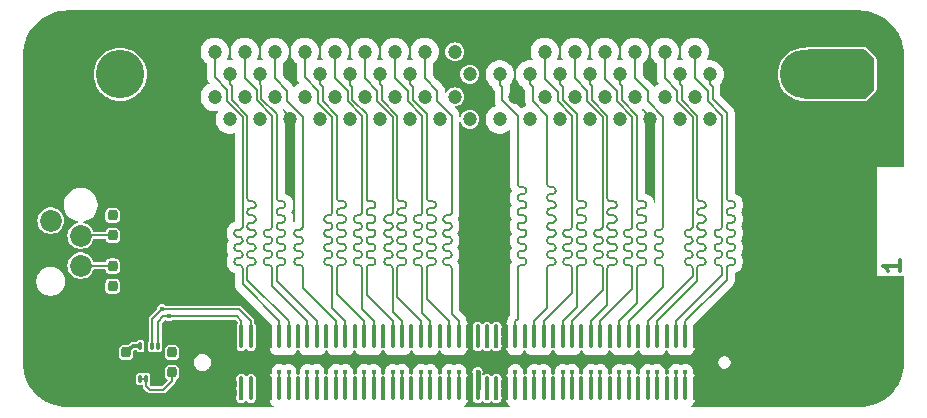
<source format=gtl>
G04 #@! TF.GenerationSoftware,KiCad,Pcbnew,8.0.6*
G04 #@! TF.CreationDate,2024-11-07T02:26:58-08:00*
G04 #@! TF.ProjectId,hvd-68-hd,6876642d-3638-42d6-9864-2e6b69636164,1*
G04 #@! TF.SameCoordinates,Original*
G04 #@! TF.FileFunction,Copper,L1,Top*
G04 #@! TF.FilePolarity,Positive*
%FSLAX46Y46*%
G04 Gerber Fmt 4.6, Leading zero omitted, Abs format (unit mm)*
G04 Created by KiCad (PCBNEW 8.0.6) date 2024-11-07 02:26:58*
%MOMM*%
%LPD*%
G01*
G04 APERTURE LIST*
G04 Aperture macros list*
%AMRoundRect*
0 Rectangle with rounded corners*
0 $1 Rounding radius*
0 $2 $3 $4 $5 $6 $7 $8 $9 X,Y pos of 4 corners*
0 Add a 4 corners polygon primitive as box body*
4,1,4,$2,$3,$4,$5,$6,$7,$8,$9,$2,$3,0*
0 Add four circle primitives for the rounded corners*
1,1,$1+$1,$2,$3*
1,1,$1+$1,$4,$5*
1,1,$1+$1,$6,$7*
1,1,$1+$1,$8,$9*
0 Add four rect primitives between the rounded corners*
20,1,$1+$1,$2,$3,$4,$5,0*
20,1,$1+$1,$4,$5,$6,$7,0*
20,1,$1+$1,$6,$7,$8,$9,0*
20,1,$1+$1,$8,$9,$2,$3,0*%
G04 Aperture macros list end*
%ADD10C,0.300000*%
G04 #@! TA.AperFunction,NonConductor*
%ADD11C,0.300000*%
G04 #@! TD*
G04 #@! TA.AperFunction,SMDPad,CuDef*
%ADD12RoundRect,0.100000X0.100000X0.900000X-0.100000X0.900000X-0.100000X-0.900000X0.100000X-0.900000X0*%
G04 #@! TD*
G04 #@! TA.AperFunction,SMDPad,CuDef*
%ADD13RoundRect,0.200000X0.200000X-0.250000X0.200000X0.250000X-0.200000X0.250000X-0.200000X-0.250000X0*%
G04 #@! TD*
G04 #@! TA.AperFunction,SMDPad,CuDef*
%ADD14RoundRect,0.200000X-0.200000X0.250000X-0.200000X-0.250000X0.200000X-0.250000X0.200000X0.250000X0*%
G04 #@! TD*
G04 #@! TA.AperFunction,ComponentPad*
%ADD15C,1.200000*%
G04 #@! TD*
G04 #@! TA.AperFunction,ComponentPad*
%ADD16C,4.100000*%
G04 #@! TD*
G04 #@! TA.AperFunction,SMDPad,CuDef*
%ADD17RoundRect,0.200000X0.250000X0.200000X-0.250000X0.200000X-0.250000X-0.200000X0.250000X-0.200000X0*%
G04 #@! TD*
G04 #@! TA.AperFunction,SMDPad,CuDef*
%ADD18RoundRect,0.200000X-0.250000X-0.200000X0.250000X-0.200000X0.250000X0.200000X-0.250000X0.200000X0*%
G04 #@! TD*
G04 #@! TA.AperFunction,ComponentPad*
%ADD19C,6.400000*%
G04 #@! TD*
G04 #@! TA.AperFunction,SMDPad,CuDef*
%ADD20RoundRect,0.046875X0.103125X-0.253125X0.103125X0.253125X-0.103125X0.253125X-0.103125X-0.253125X0*%
G04 #@! TD*
G04 #@! TA.AperFunction,SMDPad,CuDef*
%ADD21RoundRect,0.250000X0.550000X-0.550000X0.550000X0.550000X-0.550000X0.550000X-0.550000X-0.550000X0*%
G04 #@! TD*
G04 #@! TA.AperFunction,ComponentPad*
%ADD22C,1.850000*%
G04 #@! TD*
G04 #@! TA.AperFunction,ViaPad*
%ADD23C,0.450000*%
G04 #@! TD*
G04 #@! TA.AperFunction,Conductor*
%ADD24C,0.200000*%
G04 #@! TD*
G04 #@! TA.AperFunction,Conductor*
%ADD25C,0.300000*%
G04 #@! TD*
G04 #@! TA.AperFunction,Conductor*
%ADD26C,0.127500*%
G04 #@! TD*
G04 #@! TA.AperFunction,Conductor*
%ADD27C,0.400000*%
G04 #@! TD*
G04 APERTURE END LIST*
D10*
D11*
X-499172Y12628573D02*
X-499172Y11771430D01*
X-499172Y12200001D02*
X-1999172Y12200001D01*
X-1999172Y12200001D02*
X-1784886Y12057144D01*
X-1784886Y12057144D02*
X-1642029Y11914287D01*
X-1642029Y11914287D02*
X-1570600Y11771430D01*
D12*
G04 #@! TO.P,J1,1,Pin_1*
G04 #@! TO.N,GND*
X-57100000Y1800000D03*
G04 #@! TO.P,J1,2,Pin_2*
X-57100000Y6200000D03*
G04 #@! TO.P,J1,3,Pin_3*
G04 #@! TO.N,+3V3*
X-56300000Y1800001D03*
G04 #@! TO.P,J1,4,Pin_4*
G04 #@! TO.N,/PHY.ID_SDA*
X-56300000Y6199999D03*
G04 #@! TO.P,J1,5,Pin_5*
G04 #@! TO.N,unconnected-(J1-Pin_5-Pad5)*
X-55500000Y1800000D03*
G04 #@! TO.P,J1,6,Pin_6*
G04 #@! TO.N,/PHY.ID_SCL*
X-55500000Y6200000D03*
G04 #@! TO.P,J1,7,Pin_7*
G04 #@! TO.N,GND*
X-54700001Y1800000D03*
G04 #@! TO.P,J1,8,Pin_8*
X-54700001Y6200000D03*
G04 #@! TO.P,J1,9,Pin_9*
X-53900000Y1800000D03*
G04 #@! TO.P,J1,10,Pin_10*
X-53900000Y6200000D03*
G04 #@! TO.P,J1,11,Pin_11*
G04 #@! TO.N,/CON.DB12+*
X-53100000Y1800000D03*
G04 #@! TO.P,J1,12,Pin_12*
G04 #@! TO.N,/CON.DB12-*
X-53100000Y6200000D03*
G04 #@! TO.P,J1,13,Pin_13*
G04 #@! TO.N,/CON.DB13+*
X-52299999Y1800000D03*
G04 #@! TO.P,J1,14,Pin_14*
G04 #@! TO.N,/CON.DB13-*
X-52299999Y6200000D03*
G04 #@! TO.P,J1,15,Pin_15*
G04 #@! TO.N,GND*
X-51500000Y1800000D03*
G04 #@! TO.P,J1,16,Pin_16*
X-51500000Y6200000D03*
G04 #@! TO.P,J1,17,Pin_17*
G04 #@! TO.N,/CON.DB14+*
X-50700000Y1800001D03*
G04 #@! TO.P,J1,18,Pin_18*
G04 #@! TO.N,/CON.DB14-*
X-50700000Y6199999D03*
G04 #@! TO.P,J1,19,Pin_19*
G04 #@! TO.N,/CON.DB15+*
X-49900000Y1800000D03*
G04 #@! TO.P,J1,20,Pin_20*
G04 #@! TO.N,/CON.DB15-*
X-49900000Y6200000D03*
G04 #@! TO.P,J1,21,Pin_21*
G04 #@! TO.N,GND*
X-49100000Y1800000D03*
G04 #@! TO.P,J1,22,Pin_22*
X-49100000Y6200000D03*
G04 #@! TO.P,J1,23,Pin_23*
G04 #@! TO.N,/CON.DP1+*
X-48300000Y1800000D03*
G04 #@! TO.P,J1,24,Pin_24*
G04 #@! TO.N,/CON.DP1-*
X-48300000Y6200000D03*
G04 #@! TO.P,J1,25,Pin_25*
G04 #@! TO.N,/CON.DB0+*
X-47500000Y1800000D03*
G04 #@! TO.P,J1,26,Pin_26*
G04 #@! TO.N,/CON.DB0-*
X-47500000Y6200000D03*
G04 #@! TO.P,J1,27,Pin_27*
G04 #@! TO.N,GND*
X-46699999Y1800000D03*
G04 #@! TO.P,J1,28,Pin_28*
X-46699999Y6200000D03*
G04 #@! TO.P,J1,29,Pin_29*
G04 #@! TO.N,/CON.DB1+*
X-45900000Y1800000D03*
G04 #@! TO.P,J1,30,Pin_30*
G04 #@! TO.N,/CON.DB1-*
X-45900000Y6200000D03*
G04 #@! TO.P,J1,31,Pin_31*
G04 #@! TO.N,/CON.DB2+*
X-45100000Y1800001D03*
G04 #@! TO.P,J1,32,Pin_32*
G04 #@! TO.N,/CON.DB2-*
X-45100000Y6199999D03*
G04 #@! TO.P,J1,33,Pin_33*
G04 #@! TO.N,GND*
X-44300000Y1800000D03*
G04 #@! TO.P,J1,34,Pin_34*
X-44300000Y6200000D03*
G04 #@! TO.P,J1,35,Pin_35*
G04 #@! TO.N,/CON.DB3+*
X-43500000Y1800000D03*
G04 #@! TO.P,J1,36,Pin_36*
G04 #@! TO.N,/CON.DB3-*
X-43500000Y6200000D03*
G04 #@! TO.P,J1,37,Pin_37*
G04 #@! TO.N,/CON.DB4+*
X-42700000Y1800000D03*
G04 #@! TO.P,J1,38,Pin_38*
G04 #@! TO.N,/CON.DB4-*
X-42700000Y6200000D03*
G04 #@! TO.P,J1,39,Pin_39*
G04 #@! TO.N,GND*
X-41900000Y1800000D03*
G04 #@! TO.P,J1,40,Pin_40*
X-41900000Y6200000D03*
G04 #@! TO.P,J1,41,Pin_41*
G04 #@! TO.N,/CON.DB5+*
X-41099999Y1800000D03*
G04 #@! TO.P,J1,42,Pin_42*
G04 #@! TO.N,/CON.DB5-*
X-41099999Y6200000D03*
G04 #@! TO.P,J1,43,Pin_43*
G04 #@! TO.N,/CON.DB6+*
X-40300000Y1800000D03*
G04 #@! TO.P,J1,44,Pin_44*
G04 #@! TO.N,/CON.DB6-*
X-40300000Y6200000D03*
G04 #@! TO.P,J1,45,Pin_45*
G04 #@! TO.N,GND*
X-39500000Y1800001D03*
G04 #@! TO.P,J1,46,Pin_46*
X-39500000Y6199999D03*
G04 #@! TO.P,J1,47,Pin_47*
G04 #@! TO.N,/CON.DB7+*
X-38700000Y1800000D03*
G04 #@! TO.P,J1,48,Pin_48*
G04 #@! TO.N,/CON.DB7-*
X-38700000Y6200000D03*
G04 #@! TO.P,J1,49,Pin_49*
G04 #@! TO.N,/CON.DP0+*
X-37900000Y1800000D03*
G04 #@! TO.P,J1,50,Pin_50*
G04 #@! TO.N,/CON.DP0-*
X-37900000Y6200000D03*
G04 #@! TO.P,J1,51,Pin_51*
G04 #@! TO.N,GND*
X-37100000Y1800000D03*
G04 #@! TO.P,J1,52,Pin_52*
X-37100000Y6200000D03*
G04 #@! TO.P,J1,53,Pin_53*
G04 #@! TO.N,/CON.DIFFSENSE*
X-36300000Y1800000D03*
G04 #@! TO.P,J1,54,Pin_54*
G04 #@! TO.N,unconnected-(J1-Pin_54-Pad54)*
X-36300000Y6200000D03*
G04 #@! TO.P,J1,55,Pin_55*
G04 #@! TO.N,/CON.TERMPWR*
X-35500000Y1800001D03*
G04 #@! TO.P,J1,56,Pin_56*
X-35500000Y6199999D03*
G04 #@! TO.P,J1,57,Pin_57*
X-34700000Y1800000D03*
G04 #@! TO.P,J1,58,Pin_58*
X-34700000Y6200000D03*
G04 #@! TO.P,J1,59,Pin_59*
G04 #@! TO.N,GND*
X-33900001Y1800000D03*
G04 #@! TO.P,J1,60,Pin_60*
X-33900001Y6200000D03*
G04 #@! TO.P,J1,61,Pin_61*
G04 #@! TO.N,/CON.ATN+*
X-33100000Y1800000D03*
G04 #@! TO.P,J1,62,Pin_62*
G04 #@! TO.N,/CON.ATN-*
X-33100000Y6200000D03*
G04 #@! TO.P,J1,63,Pin_63*
G04 #@! TO.N,GND*
X-32300000Y1800000D03*
G04 #@! TO.P,J1,64,Pin_64*
X-32300000Y6200000D03*
G04 #@! TO.P,J1,65,Pin_65*
G04 #@! TO.N,/CON.BSY+*
X-31500000Y1800000D03*
G04 #@! TO.P,J1,66,Pin_66*
G04 #@! TO.N,/CON.BSY-*
X-31500000Y6200000D03*
G04 #@! TO.P,J1,67,Pin_67*
G04 #@! TO.N,/CON.ACK+*
X-30700000Y1800000D03*
G04 #@! TO.P,J1,68,Pin_68*
G04 #@! TO.N,/CON.ACK-*
X-30700000Y6200000D03*
G04 #@! TO.P,J1,69,Pin_69*
G04 #@! TO.N,GND*
X-29900000Y1800001D03*
G04 #@! TO.P,J1,70,Pin_70*
X-29900000Y6199999D03*
G04 #@! TO.P,J1,71,Pin_71*
G04 #@! TO.N,/CON.RST+*
X-29100000Y1800000D03*
G04 #@! TO.P,J1,72,Pin_72*
G04 #@! TO.N,/CON.RST-*
X-29100000Y6200000D03*
G04 #@! TO.P,J1,73,Pin_73*
G04 #@! TO.N,/CON.MSG+*
X-28300001Y1800000D03*
G04 #@! TO.P,J1,74,Pin_74*
G04 #@! TO.N,/CON.MSG-*
X-28300001Y6200000D03*
G04 #@! TO.P,J1,75,Pin_75*
G04 #@! TO.N,GND*
X-27500000Y1800000D03*
G04 #@! TO.P,J1,76,Pin_76*
X-27500000Y6200000D03*
G04 #@! TO.P,J1,77,Pin_77*
G04 #@! TO.N,/CON.SEL+*
X-26700000Y1800000D03*
G04 #@! TO.P,J1,78,Pin_78*
G04 #@! TO.N,/CON.SEL-*
X-26700000Y6200000D03*
G04 #@! TO.P,J1,79,Pin_79*
G04 #@! TO.N,/CON.C{slash}D+*
X-25900000Y1800000D03*
G04 #@! TO.P,J1,80,Pin_80*
G04 #@! TO.N,/CON.C{slash}D-*
X-25900000Y6200000D03*
G04 #@! TO.P,J1,81,Pin_81*
G04 #@! TO.N,GND*
X-25100000Y1800000D03*
G04 #@! TO.P,J1,82,Pin_82*
X-25100000Y6200000D03*
G04 #@! TO.P,J1,83,Pin_83*
G04 #@! TO.N,/CON.REQ+*
X-24300000Y1800001D03*
G04 #@! TO.P,J1,84,Pin_84*
G04 #@! TO.N,/CON.REQ-*
X-24300000Y6199999D03*
G04 #@! TO.P,J1,85,Pin_85*
G04 #@! TO.N,/CON.I{slash}O+*
X-23500000Y1800000D03*
G04 #@! TO.P,J1,86,Pin_86*
G04 #@! TO.N,/CON.I{slash}O-*
X-23500000Y6200000D03*
G04 #@! TO.P,J1,87,Pin_87*
G04 #@! TO.N,GND*
X-22700001Y1800000D03*
G04 #@! TO.P,J1,88,Pin_88*
X-22700001Y6200000D03*
G04 #@! TO.P,J1,89,Pin_89*
G04 #@! TO.N,/CON.DB8+*
X-21900000Y1800000D03*
G04 #@! TO.P,J1,90,Pin_90*
G04 #@! TO.N,/CON.DB8-*
X-21900000Y6200000D03*
G04 #@! TO.P,J1,91,Pin_91*
G04 #@! TO.N,/CON.DB9+*
X-21100000Y1800000D03*
G04 #@! TO.P,J1,92,Pin_92*
G04 #@! TO.N,/CON.DB9-*
X-21100000Y6200000D03*
G04 #@! TO.P,J1,93,Pin_93*
G04 #@! TO.N,GND*
X-20299999Y1800000D03*
G04 #@! TO.P,J1,94,Pin_94*
X-20299999Y6200000D03*
G04 #@! TO.P,J1,95,Pin_95*
G04 #@! TO.N,/CON.DB10+*
X-19500000Y1800000D03*
G04 #@! TO.P,J1,96,Pin_96*
G04 #@! TO.N,/CON.DB10-*
X-19500000Y6200000D03*
G04 #@! TO.P,J1,97,Pin_97*
G04 #@! TO.N,/CON.DB11+*
X-18700000Y1800001D03*
G04 #@! TO.P,J1,98,Pin_98*
G04 #@! TO.N,/CON.DB11-*
X-18700000Y6199999D03*
G04 #@! TO.P,J1,99,Pin_99*
G04 #@! TO.N,GND*
X-17900000Y1800000D03*
G04 #@! TO.P,J1,100,Pin_100*
X-17900000Y6200000D03*
G04 #@! TD*
D13*
G04 #@! TO.P,R3,1*
G04 #@! TO.N,+3V3*
X-67200000Y10450000D03*
G04 #@! TO.P,R3,2*
G04 #@! TO.N,/PHY.ID_SCL*
X-67200000Y12150000D03*
G04 #@! TD*
D14*
G04 #@! TO.P,R2,1*
G04 #@! TO.N,+3V3*
X-67200000Y16450000D03*
G04 #@! TO.P,R2,2*
G04 #@! TO.N,/PHY.ID_SDA*
X-67200000Y14750000D03*
G04 #@! TD*
D15*
G04 #@! TO.P,J4,1,Pin_1*
G04 #@! TO.N,/CON.DB12+*
X-58550000Y26484001D03*
G04 #@! TO.P,J4,2,Pin_2*
G04 #@! TO.N,/CON.DB13+*
X-57280000Y24579001D03*
G04 #@! TO.P,J4,3,Pin_3*
G04 #@! TO.N,/CON.DB14+*
X-56010000Y26484001D03*
G04 #@! TO.P,J4,4,Pin_4*
G04 #@! TO.N,/CON.DB15+*
X-54740000Y24579000D03*
G04 #@! TO.P,J4,5,Pin_5*
G04 #@! TO.N,/CON.DP1+*
X-53470000Y26484001D03*
G04 #@! TO.P,J4,6,Pin_6*
G04 #@! TO.N,GND*
X-52199999Y24579001D03*
G04 #@! TO.P,J4,7,Pin_7*
G04 #@! TO.N,/CON.DB0+*
X-50930000Y26484000D03*
G04 #@! TO.P,J4,8,Pin_8*
G04 #@! TO.N,/CON.DB1+*
X-49659999Y24579000D03*
G04 #@! TO.P,J4,9,Pin_9*
G04 #@! TO.N,/CON.DB2+*
X-48390000Y26484001D03*
G04 #@! TO.P,J4,10,Pin_10*
G04 #@! TO.N,/CON.DB3+*
X-47119999Y24579000D03*
G04 #@! TO.P,J4,11,Pin_11*
G04 #@! TO.N,/CON.DB4+*
X-45850000Y26484001D03*
G04 #@! TO.P,J4,12,Pin_12*
G04 #@! TO.N,/CON.DB5+*
X-44579998Y24579000D03*
G04 #@! TO.P,J4,13,Pin_13*
G04 #@! TO.N,/CON.DB6+*
X-43310000Y26484001D03*
G04 #@! TO.P,J4,14,Pin_14*
G04 #@! TO.N,/CON.DB7+*
X-42039999Y24579001D03*
G04 #@! TO.P,J4,15,Pin_15*
G04 #@! TO.N,/CON.DP0+*
X-40770000Y26484000D03*
G04 #@! TO.P,J4,16,Pin_16*
G04 #@! TO.N,/CON.DIFFSENSE*
X-39499999Y24579000D03*
G04 #@! TO.P,J4,17,Pin_17*
G04 #@! TO.N,/CON.TERMPWR*
X-38230000Y26484000D03*
G04 #@! TO.P,J4,18,Pin_18*
X-36959999Y24579000D03*
G04 #@! TO.P,J4,19,Pin_19*
G04 #@! TO.N,GND*
X-35690000Y26484001D03*
G04 #@! TO.P,J4,20,Pin_20*
G04 #@! TO.N,/CON.ATN+*
X-34420000Y24579001D03*
G04 #@! TO.P,J4,21,Pin_21*
G04 #@! TO.N,GND*
X-33150000Y26484001D03*
G04 #@! TO.P,J4,22,Pin_22*
G04 #@! TO.N,/CON.BSY+*
X-31880000Y24579000D03*
G04 #@! TO.P,J4,23,Pin_23*
G04 #@! TO.N,/CON.ACK+*
X-30610000Y26484001D03*
G04 #@! TO.P,J4,24,Pin_24*
G04 #@! TO.N,/CON.RST+*
X-29339998Y24579000D03*
G04 #@! TO.P,J4,25,Pin_25*
G04 #@! TO.N,/CON.MSG+*
X-28070000Y26484000D03*
G04 #@! TO.P,J4,26,Pin_26*
G04 #@! TO.N,/CON.SEL+*
X-26799999Y24579000D03*
G04 #@! TO.P,J4,27,Pin_27*
G04 #@! TO.N,/CON.C{slash}D+*
X-25530000Y26484001D03*
G04 #@! TO.P,J4,28,Pin_28*
G04 #@! TO.N,/CON.REQ+*
X-24259999Y24579000D03*
G04 #@! TO.P,J4,29,Pin_29*
G04 #@! TO.N,/CON.I{slash}O+*
X-22990000Y26484001D03*
G04 #@! TO.P,J4,30,Pin_30*
G04 #@! TO.N,GND*
X-21719998Y24579000D03*
G04 #@! TO.P,J4,31,Pin_31*
G04 #@! TO.N,/CON.DB8+*
X-20450000Y26484001D03*
G04 #@! TO.P,J4,32,Pin_32*
G04 #@! TO.N,/CON.DB9+*
X-19179999Y24579001D03*
G04 #@! TO.P,J4,33,Pin_33*
G04 #@! TO.N,/CON.DB10+*
X-17910000Y26484000D03*
G04 #@! TO.P,J4,34,Pin_34*
G04 #@! TO.N,/CON.DB11+*
X-16639999Y24579000D03*
G04 #@! TO.P,J4,35,Pin_35*
G04 #@! TO.N,/CON.DB12-*
X-58550000Y30294000D03*
G04 #@! TO.P,J4,36,Pin_36*
G04 #@! TO.N,/CON.DB13-*
X-57280000Y28388999D03*
G04 #@! TO.P,J4,37,Pin_37*
G04 #@! TO.N,/CON.DB14-*
X-56010000Y30294000D03*
G04 #@! TO.P,J4,38,Pin_38*
G04 #@! TO.N,/CON.DB15-*
X-54740000Y28389000D03*
G04 #@! TO.P,J4,39,Pin_39*
G04 #@! TO.N,/CON.DP1-*
X-53470000Y30294000D03*
G04 #@! TO.P,J4,40,Pin_40*
G04 #@! TO.N,GND*
X-52200000Y28389000D03*
G04 #@! TO.P,J4,41,Pin_41*
G04 #@! TO.N,/CON.DB0-*
X-50930000Y30294000D03*
G04 #@! TO.P,J4,42,Pin_42*
G04 #@! TO.N,/CON.DB1-*
X-49660000Y28389000D03*
G04 #@! TO.P,J4,43,Pin_43*
G04 #@! TO.N,/CON.DB2-*
X-48390000Y30294000D03*
G04 #@! TO.P,J4,44,Pin_44*
G04 #@! TO.N,/CON.DB3-*
X-47120000Y28389000D03*
G04 #@! TO.P,J4,45,Pin_45*
G04 #@! TO.N,/CON.DB4-*
X-45850000Y30294000D03*
G04 #@! TO.P,J4,46,Pin_46*
G04 #@! TO.N,/CON.DB5-*
X-44580000Y28388999D03*
G04 #@! TO.P,J4,47,Pin_47*
G04 #@! TO.N,/CON.DB6-*
X-43310000Y30294000D03*
G04 #@! TO.P,J4,48,Pin_48*
G04 #@! TO.N,/CON.DB7-*
X-42040000Y28389000D03*
G04 #@! TO.P,J4,49,Pin_49*
G04 #@! TO.N,/CON.DP0-*
X-40770000Y30294000D03*
G04 #@! TO.P,J4,50,Pin_50*
G04 #@! TO.N,GND*
X-39500000Y28389000D03*
G04 #@! TO.P,J4,51,Pin_51*
G04 #@! TO.N,/CON.TERMPWR*
X-38230000Y30294000D03*
G04 #@! TO.P,J4,52,Pin_52*
X-36960000Y28389000D03*
G04 #@! TO.P,J4,53,Pin_53*
G04 #@! TO.N,GND*
X-35690000Y30294000D03*
G04 #@! TO.P,J4,54,Pin_54*
G04 #@! TO.N,/CON.ATN-*
X-34420000Y28388999D03*
G04 #@! TO.P,J4,55,Pin_55*
G04 #@! TO.N,GND*
X-33150000Y30294000D03*
G04 #@! TO.P,J4,56,Pin_56*
G04 #@! TO.N,/CON.BSY-*
X-31880000Y28389000D03*
G04 #@! TO.P,J4,57,Pin_57*
G04 #@! TO.N,/CON.ACK-*
X-30610000Y30294000D03*
G04 #@! TO.P,J4,58,Pin_58*
G04 #@! TO.N,/CON.RST-*
X-29340000Y28389000D03*
G04 #@! TO.P,J4,59,Pin_59*
G04 #@! TO.N,/CON.MSG-*
X-28070000Y30294000D03*
G04 #@! TO.P,J4,60,Pin_60*
G04 #@! TO.N,/CON.SEL-*
X-26800000Y28389000D03*
G04 #@! TO.P,J4,61,Pin_61*
G04 #@! TO.N,/CON.C{slash}D-*
X-25530000Y30294000D03*
G04 #@! TO.P,J4,62,Pin_62*
G04 #@! TO.N,/CON.REQ-*
X-24260000Y28389000D03*
G04 #@! TO.P,J4,63,Pin_63*
G04 #@! TO.N,/CON.I{slash}O-*
X-22990000Y30294000D03*
G04 #@! TO.P,J4,64,Pin_64*
G04 #@! TO.N,GND*
X-21720000Y28388999D03*
G04 #@! TO.P,J4,65,Pin_65*
G04 #@! TO.N,/CON.DB8-*
X-20450000Y30294000D03*
G04 #@! TO.P,J4,66,Pin_66*
G04 #@! TO.N,/CON.DB9-*
X-19180000Y28389000D03*
G04 #@! TO.P,J4,67,Pin_67*
G04 #@! TO.N,/CON.DB10-*
X-17910000Y30294000D03*
G04 #@! TO.P,J4,68,Pin_68*
G04 #@! TO.N,/CON.DB11-*
X-16640000Y28389000D03*
D16*
G04 #@! TO.P,J4,SHIELD,SHIELD*
G04 #@! TO.N,/SHIELD*
X-8639001Y28389000D03*
X-66550000Y28388999D03*
G04 #@! TD*
D13*
G04 #@! TO.P,C1,1*
G04 #@! TO.N,GND*
X-66050000Y3150000D03*
G04 #@! TO.P,C1,2*
G04 #@! TO.N,+3V3*
X-66050000Y4850000D03*
G04 #@! TD*
D17*
G04 #@! TO.P,R4,1*
G04 #@! TO.N,GND*
X-1450000Y27750000D03*
G04 #@! TO.P,R4,2*
G04 #@! TO.N,/SHIELD*
X-3150000Y27750000D03*
G04 #@! TD*
D18*
G04 #@! TO.P,C2,1*
G04 #@! TO.N,/SHIELD*
X-3150000Y29050000D03*
G04 #@! TO.P,C2,2*
G04 #@! TO.N,GND*
X-1450000Y29050000D03*
G04 #@! TD*
D19*
G04 #@! TO.P,H4,1,1*
G04 #@! TO.N,GND*
X-4000000Y4000000D03*
G04 #@! TD*
D13*
G04 #@! TO.P,R1,1*
G04 #@! TO.N,Net-(U1-E0)*
X-62150000Y3150000D03*
G04 #@! TO.P,R1,2*
G04 #@! TO.N,+3V3*
X-62150000Y4850000D03*
G04 #@! TD*
D20*
G04 #@! TO.P,U1,1,E0*
G04 #@! TO.N,Net-(U1-E0)*
X-64850001Y2600000D03*
G04 #@! TO.P,U1,2,E1*
X-64350000Y2600000D03*
G04 #@! TO.P,U1,3,E2*
G04 #@! TO.N,GND*
X-63850000Y2600000D03*
G04 #@! TO.P,U1,4,VSS*
X-63349999Y2600000D03*
G04 #@! TO.P,U1,5,SDA*
G04 #@! TO.N,/PHY.ID_SDA*
X-63349999Y5400000D03*
G04 #@! TO.P,U1,6,SCL*
G04 #@! TO.N,/PHY.ID_SCL*
X-63850000Y5400000D03*
G04 #@! TO.P,U1,7,~{WC}*
G04 #@! TO.N,GND*
X-64350000Y5400000D03*
G04 #@! TO.P,U1,8,VCC*
G04 #@! TO.N,+3V3*
X-64850001Y5400000D03*
D21*
G04 #@! TO.P,U1,EP,VSS*
G04 #@! TO.N,GND*
X-64100000Y4000000D03*
G04 #@! TD*
D22*
G04 #@! TO.P,J3,1,Pin_1*
G04 #@! TO.N,+3V3*
X-72440000Y16010000D03*
G04 #@! TO.P,J3,2,Pin_2*
G04 #@! TO.N,/PHY.ID_SDA*
X-69900000Y14740000D03*
G04 #@! TO.P,J3,3,Pin_3*
G04 #@! TO.N,GND*
X-72440000Y13470000D03*
G04 #@! TO.P,J3,4,Pin_4*
G04 #@! TO.N,/PHY.ID_SCL*
X-69900000Y12200000D03*
G04 #@! TD*
D19*
G04 #@! TO.P,H3,1,1*
G04 #@! TO.N,GND*
X-71000000Y4000000D03*
G04 #@! TD*
D23*
G04 #@! TO.N,GND*
X-20300000Y5400000D03*
X-22700000Y1800000D03*
X-49100000Y1800000D03*
X-53900000Y1000000D03*
X-29900000Y2600000D03*
X-39500000Y6200000D03*
X-25100000Y3200000D03*
X-17900000Y3200000D03*
X-39500000Y1800000D03*
X-22700000Y3200000D03*
X-44300000Y7000000D03*
X-49100000Y6200000D03*
X-37100000Y3200000D03*
X-64650000Y4000000D03*
X-46700000Y6200000D03*
X-51500000Y2600000D03*
X-27500000Y2600000D03*
X-39500000Y7000000D03*
X-32300000Y1800000D03*
X-53900000Y5400000D03*
X-20300000Y1800000D03*
X-53900000Y2600000D03*
X-37100000Y5400000D03*
X-63600000Y4000000D03*
X-25100000Y7000000D03*
X-39500000Y5400000D03*
X-33900000Y1000000D03*
X-41900000Y1000000D03*
X-64100000Y4500000D03*
X-33900000Y2600000D03*
X-49100000Y2600000D03*
X-33900000Y6200000D03*
X-51500000Y5400000D03*
X-44300000Y6200000D03*
X-27500000Y6200000D03*
X-39500000Y1000000D03*
X-25100000Y1800000D03*
X-41900000Y7000000D03*
X-53900000Y7000000D03*
X-41900000Y6200000D03*
X-44300000Y3200000D03*
X-27500000Y5400000D03*
X-54700000Y6200000D03*
X-29900000Y1000000D03*
X-49100000Y3200000D03*
X-20300000Y1000000D03*
X-53900000Y1800000D03*
X-51500000Y6200000D03*
X-20300000Y2600000D03*
X-39500000Y3200000D03*
X-22700000Y1000000D03*
X-44300000Y5400000D03*
X-33900000Y1800000D03*
X-32300000Y5400000D03*
X-46700000Y3200000D03*
X-20300000Y6200000D03*
X-37100000Y6200000D03*
X-25100000Y2600000D03*
X-37100000Y7000000D03*
X-39500000Y2600000D03*
X-25100000Y6200000D03*
X-33900000Y7000000D03*
X-51500000Y7000000D03*
X-54700000Y7000000D03*
X-29900000Y7000000D03*
X-44300000Y1800000D03*
X-22700000Y2600000D03*
X-17900000Y5400000D03*
X-41900000Y2600000D03*
X-17900000Y7000000D03*
X-44300000Y1000000D03*
X-32300000Y7000000D03*
X-51500000Y1800000D03*
X-54700000Y5400000D03*
X-22700000Y6200000D03*
X-57100000Y5400000D03*
X-37100000Y1800000D03*
X-27500000Y3200000D03*
X-46700000Y1000000D03*
X-25100000Y1000000D03*
X-32300000Y2600000D03*
X-44300000Y2600000D03*
X-29900000Y3200000D03*
X-46700000Y5400000D03*
X-32300000Y3200000D03*
X-54700000Y1800000D03*
X-22700000Y7000000D03*
X-46700000Y2600000D03*
X-37100000Y1000000D03*
X-37100000Y2600000D03*
X-51500000Y3200000D03*
X-51500000Y1000000D03*
X-41900000Y3200000D03*
X-17900000Y1000000D03*
X-20300000Y7000000D03*
X-57100000Y6200000D03*
X-32300000Y1000000D03*
X-33900000Y5400000D03*
X-46700000Y1800000D03*
X-29900000Y5400000D03*
X-27500000Y1800000D03*
X-41900000Y1800000D03*
X-53900000Y6200000D03*
X-41900000Y5400000D03*
X-29900000Y6200000D03*
X-49100000Y5400000D03*
X-53900000Y3200000D03*
X-54700000Y2600000D03*
X-49100000Y7000000D03*
X-49100000Y1000000D03*
X-33900000Y3200000D03*
X-20300000Y3200000D03*
X-46700000Y7000000D03*
X-29900000Y1800000D03*
X-25100000Y5400000D03*
X-64100000Y3500000D03*
X-32300000Y6200000D03*
X-17900000Y6200000D03*
X-27500000Y1000000D03*
X-57100000Y7000000D03*
X-22700000Y5400000D03*
X-17900000Y2600000D03*
X-54700000Y1000000D03*
X-17900000Y1800000D03*
X-27500000Y7000000D03*
X-66050000Y3150000D03*
G04 #@! TO.N,/PHY.ID_SCL*
X-67200000Y12150000D03*
X-63000000Y8500000D03*
G04 #@! TO.N,+3V3*
X-56300000Y1800000D03*
X-67200000Y16500000D03*
X-67200000Y10500000D03*
X-66050000Y4850000D03*
X-56300000Y1000000D03*
X-56300000Y2600000D03*
X-62150000Y4850000D03*
G04 #@! TO.N,/PHY.ID_SDA*
X-67200000Y14750000D03*
X-62400000Y7900000D03*
G04 #@! TO.N,/CON.C{slash}D+*
X-25900000Y3200000D03*
G04 #@! TO.N,/CON.ACK+*
X-30700000Y3200000D03*
G04 #@! TO.N,/CON.TERMPWR*
X-35500000Y5400000D03*
X-35500000Y1800000D03*
X-35500000Y1000000D03*
X-34700000Y2600000D03*
X-34700000Y6200000D03*
X-34700000Y5400000D03*
X-35500000Y7000000D03*
X-35500000Y2600000D03*
X-34700000Y1800000D03*
X-34700000Y7000000D03*
X-35500000Y6200000D03*
X-34700000Y1000000D03*
G04 #@! TO.N,/CON.DP1+*
X-48300000Y3200000D03*
G04 #@! TO.N,/CON.BSY+*
X-31500000Y3200000D03*
G04 #@! TO.N,/CON.DB5+*
X-41100000Y3200000D03*
G04 #@! TO.N,/CON.DP0+*
X-37900000Y3200000D03*
G04 #@! TO.N,/CON.SEL+*
X-26700000Y3200000D03*
G04 #@! TO.N,/CON.ATN+*
X-33100000Y3200000D03*
G04 #@! TO.N,/CON.DB9+*
X-21100000Y3200000D03*
G04 #@! TO.N,/CON.DB11+*
X-18700000Y3200000D03*
G04 #@! TO.N,/CON.DB7+*
X-38700000Y3200000D03*
G04 #@! TO.N,/CON.DB13+*
X-52300000Y3200000D03*
G04 #@! TO.N,/CON.REQ+*
X-24300000Y3200000D03*
G04 #@! TO.N,/CON.DB8+*
X-21900000Y3200000D03*
G04 #@! TO.N,/CON.MSG+*
X-28300000Y3200000D03*
G04 #@! TO.N,/CON.DB3+*
X-43500000Y3200000D03*
G04 #@! TO.N,/CON.DIFFSENSE*
X-36300000Y3200000D03*
G04 #@! TO.N,/CON.I{slash}O+*
X-23500000Y3200000D03*
G04 #@! TO.N,/CON.DB4+*
X-42700000Y3200000D03*
G04 #@! TO.N,/CON.DB15+*
X-49900000Y3200000D03*
G04 #@! TO.N,/CON.RST+*
X-29100000Y3200000D03*
G04 #@! TO.N,/CON.DB10+*
X-19500000Y3200000D03*
G04 #@! TO.N,/CON.DB6+*
X-40300000Y3200000D03*
G04 #@! TO.N,/CON.DB1+*
X-45900000Y3200000D03*
G04 #@! TO.N,/CON.DB2+*
X-45100000Y3200000D03*
G04 #@! TO.N,/CON.DB0+*
X-47500000Y3200000D03*
G04 #@! TO.N,/CON.DB14+*
X-50700000Y3200000D03*
G04 #@! TO.N,/CON.DB12+*
X-53100000Y3200000D03*
G04 #@! TD*
D24*
G04 #@! TO.N,/PHY.ID_SCL*
X-67600000Y12200000D02*
X-69900000Y12200000D01*
X-63850000Y5400000D02*
X-63850000Y7650000D01*
X-56500000Y8500000D02*
X-55500000Y7500000D01*
X-67200000Y12150000D02*
X-67550000Y12150000D01*
X-63000000Y8500000D02*
X-56500000Y8500000D01*
X-67550000Y12150000D02*
X-67600000Y12200000D01*
X-63850000Y7650000D02*
X-63000000Y8500000D01*
X-55500000Y7500000D02*
X-55500000Y6200000D01*
D25*
G04 #@! TO.N,+3V3*
X-64850001Y5400000D02*
X-65500000Y5400000D01*
X-65500000Y5400000D02*
X-66050000Y4850000D01*
D24*
G04 #@! TO.N,/PHY.ID_SDA*
X-62900000Y7900000D02*
X-63349999Y7450001D01*
X-56300000Y7500000D02*
X-56700000Y7900000D01*
X-63349999Y7450001D02*
X-63349999Y5400000D01*
X-67200000Y14750000D02*
X-69890000Y14750000D01*
X-62600000Y7900000D02*
X-62900000Y7900000D01*
X-69890000Y14750000D02*
X-69900000Y14740000D01*
X-56300000Y6199999D02*
X-56300000Y7500000D01*
X-56700000Y7900000D02*
X-62600000Y7900000D01*
D26*
G04 #@! TO.N,/CON.C{slash}D+*
X-25900000Y1800000D02*
X-25900000Y3200000D01*
G04 #@! TO.N,/CON.DB10-*
X-17910000Y28110000D02*
X-17910000Y30294000D01*
X-15600000Y14280000D02*
X-15600000Y14400000D01*
X-15600000Y15480000D02*
X-15600000Y15600000D01*
X-19500000Y7500000D02*
X-15600000Y11400000D01*
X-15989350Y14040000D02*
X-15840000Y14040000D01*
X-16229350Y13680000D02*
X-16229350Y13800000D01*
X-15840000Y14640000D02*
X-15989349Y14640000D01*
X-15989349Y15240000D02*
X-15840000Y15240000D01*
X-19500000Y6200000D02*
X-19500000Y7500000D01*
X-16229349Y14880000D02*
X-16229349Y15000000D01*
X-15989350Y12840000D02*
X-15840000Y12840000D01*
X-15600000Y22500000D02*
X-15600000Y24900000D01*
X-15840000Y13440000D02*
X-15989350Y13440000D01*
X-15600000Y11400000D02*
X-15600000Y12000000D01*
X-16229350Y12480000D02*
X-16229350Y12600000D01*
X-16800000Y27000000D02*
X-17910000Y28110000D01*
X-15840000Y12240000D02*
X-15989350Y12240000D01*
X-15600000Y15600000D02*
X-15600000Y22500000D01*
X-15600000Y13080000D02*
X-15600000Y13200000D01*
X-16800000Y26100000D02*
X-16800000Y27000000D01*
X-15600000Y24900000D02*
X-16800000Y26100000D01*
X-15989350Y13440000D02*
G75*
G02*
X-16229400Y13680000I-50J240000D01*
G01*
X-15840000Y12840000D02*
G75*
G03*
X-15600000Y13080000I0J240000D01*
G01*
X-15600000Y13200000D02*
G75*
G03*
X-15840000Y13440000I-240000J0D01*
G01*
X-16229350Y12600000D02*
G75*
G02*
X-15989350Y12839950I239950J0D01*
G01*
X-15600000Y14400000D02*
G75*
G03*
X-15840000Y14640000I-240000J0D01*
G01*
X-15840000Y15240000D02*
G75*
G03*
X-15600000Y15480000I0J240000D01*
G01*
X-16229349Y15000000D02*
G75*
G02*
X-15989349Y15239949I239949J0D01*
G01*
X-16229350Y13800000D02*
G75*
G02*
X-15989350Y14039950I239950J0D01*
G01*
X-15840000Y14040000D02*
G75*
G03*
X-15600000Y14280000I0J240000D01*
G01*
X-15989350Y12240000D02*
G75*
G02*
X-16229400Y12480000I-50J240000D01*
G01*
X-15989349Y14640000D02*
G75*
G02*
X-16229400Y14880000I-51J240000D01*
G01*
X-15600000Y12000000D02*
G75*
G03*
X-15840000Y12240000I-240000J0D01*
G01*
G04 #@! TO.N,/CON.DB4-*
X-44181950Y12480000D02*
X-44181950Y12600000D01*
X-44181950Y14880000D02*
X-44181950Y15000000D01*
X-43500000Y15480000D02*
X-43500000Y15600000D01*
X-43500000Y22500000D02*
X-43500000Y24800000D01*
X-43740000Y14640000D02*
X-43941950Y14640000D01*
X-44800000Y26100000D02*
X-44800000Y27000000D01*
X-44181950Y16080000D02*
X-44181950Y16200000D01*
X-43941950Y16440000D02*
X-43740000Y16440000D01*
X-45850000Y28050000D02*
X-45850000Y30294000D01*
X-43941950Y15240000D02*
X-43740000Y15240000D01*
X-43500000Y13080000D02*
X-43500000Y13200000D01*
X-43500000Y16680000D02*
X-43500000Y16800000D01*
X-42700000Y6200000D02*
X-42700000Y7500000D01*
X-43740000Y15840000D02*
X-43941950Y15840000D01*
X-43500000Y24800000D02*
X-44800000Y26100000D01*
X-43941950Y12840000D02*
X-43740000Y12840000D01*
X-44800000Y27000000D02*
X-45850000Y28050000D01*
X-42700000Y7500000D02*
X-43500000Y8300000D01*
X-44181950Y13680000D02*
X-44181950Y13800000D01*
X-43941950Y14040000D02*
X-43740000Y14040000D01*
X-43500000Y8300000D02*
X-43500000Y12000000D01*
X-43740000Y12240000D02*
X-43941950Y12240000D01*
X-43500000Y14280000D02*
X-43500000Y14400000D01*
X-43740000Y13440000D02*
X-43941950Y13440000D01*
X-43500000Y16800000D02*
X-43500000Y22500000D01*
X-44181950Y12600000D02*
G75*
G02*
X-43941950Y12839950I239950J0D01*
G01*
X-44181950Y15000000D02*
G75*
G02*
X-43941950Y15239950I239950J0D01*
G01*
X-43500000Y13200000D02*
G75*
G03*
X-43740000Y13440000I-240000J0D01*
G01*
X-43740000Y15240000D02*
G75*
G03*
X-43500000Y15480000I0J240000D01*
G01*
X-43941950Y13440000D02*
G75*
G02*
X-44182000Y13680000I-50J240000D01*
G01*
X-43500000Y12000000D02*
G75*
G03*
X-43740000Y12240000I-240000J0D01*
G01*
X-43740000Y12840000D02*
G75*
G03*
X-43500000Y13080000I0J240000D01*
G01*
X-43941950Y15840000D02*
G75*
G02*
X-44182000Y16080000I-50J240000D01*
G01*
X-43740000Y16440000D02*
G75*
G03*
X-43500000Y16680000I0J240000D01*
G01*
X-44181950Y16200000D02*
G75*
G02*
X-43941950Y16439950I239950J0D01*
G01*
X-43500000Y15600000D02*
G75*
G03*
X-43740000Y15840000I-240000J0D01*
G01*
X-43500000Y14400000D02*
G75*
G03*
X-43740000Y14640000I-240000J0D01*
G01*
X-44181950Y13800000D02*
G75*
G02*
X-43941950Y14039950I239950J0D01*
G01*
X-43941950Y14640000D02*
G75*
G02*
X-44182000Y14880000I-50J240000D01*
G01*
X-43740000Y14040000D02*
G75*
G03*
X-43500000Y14280000I0J240000D01*
G01*
X-43941950Y12240000D02*
G75*
G02*
X-44182000Y12480000I-50J240000D01*
G01*
G04 #@! TO.N,/CON.ACK+*
X-30700000Y1800000D02*
X-30700000Y3200000D01*
G04 #@! TO.N,/CON.DP1+*
X-48300000Y1800000D02*
X-48300000Y3200000D01*
G04 #@! TO.N,/CON.BSY-*
X-29938256Y17640000D02*
X-30160000Y17640000D01*
X-31500000Y7500000D02*
X-30400000Y8600000D01*
X-29698256Y16080000D02*
X-29698256Y16200000D01*
X-30160000Y17040000D02*
X-29938256Y17040000D01*
X-30400000Y22500000D02*
X-30400000Y24900000D01*
X-30400000Y15480000D02*
X-30400000Y15600000D01*
X-29938251Y18840000D02*
X-30160000Y18840000D01*
X-29698256Y14880000D02*
X-29698256Y15000000D01*
X-30400000Y13080000D02*
X-30400000Y13200000D01*
X-30400000Y19200000D02*
X-30400000Y22500000D01*
X-29938256Y16440000D02*
X-30160000Y16440000D01*
X-30160000Y12240000D02*
X-29938256Y12240000D01*
X-30400000Y14280000D02*
X-30400000Y14400000D01*
X-30160000Y13440000D02*
X-29938256Y13440000D01*
X-29938256Y12840000D02*
X-30160000Y12840000D01*
X-29938256Y15240000D02*
X-30160000Y15240000D01*
X-30400000Y24900000D02*
X-31600000Y26100000D01*
X-29698256Y13680000D02*
X-29698256Y13800000D01*
X-30160000Y18240000D02*
X-29938251Y18240000D01*
X-29698256Y12480000D02*
X-29698256Y12600000D01*
X-30160000Y14640000D02*
X-29938256Y14640000D01*
X-29698251Y18480000D02*
X-29698251Y18600000D01*
X-29698256Y17280000D02*
X-29698256Y17400000D01*
X-30160000Y15840000D02*
X-29938256Y15840000D01*
X-31880000Y27580000D02*
X-31880000Y28389000D01*
X-30400000Y19080000D02*
X-30400000Y19200000D01*
X-30400000Y8600000D02*
X-30400000Y12000000D01*
X-31500000Y6200000D02*
X-31500000Y7500000D01*
X-30400000Y16680000D02*
X-30400000Y16800000D01*
X-29938256Y14040000D02*
X-30160000Y14040000D01*
X-31600000Y27300000D02*
X-31880000Y27580000D01*
X-31600000Y26100000D02*
X-31600000Y27300000D01*
X-30400000Y17880000D02*
X-30400000Y18000000D01*
X-29938256Y14640000D02*
G75*
G03*
X-29698300Y14880000I-44J240000D01*
G01*
X-30400000Y16800000D02*
G75*
G02*
X-30160000Y17040000I240000J0D01*
G01*
X-29938256Y13440000D02*
G75*
G03*
X-29698300Y13680000I-44J240000D01*
G01*
X-30400000Y13200000D02*
G75*
G02*
X-30160000Y13440000I240000J0D01*
G01*
X-30160000Y18840000D02*
G75*
G02*
X-30400000Y19080000I0J240000D01*
G01*
X-29938256Y17040000D02*
G75*
G03*
X-29698300Y17280000I-44J240000D01*
G01*
X-30160000Y15240000D02*
G75*
G02*
X-30400000Y15480000I0J240000D01*
G01*
X-30160000Y12840000D02*
G75*
G02*
X-30400000Y13080000I0J240000D01*
G01*
X-30160000Y14040000D02*
G75*
G02*
X-30400000Y14280000I0J240000D01*
G01*
X-29698256Y12600000D02*
G75*
G03*
X-29938256Y12840044I-240044J0D01*
G01*
X-29698256Y17400000D02*
G75*
G03*
X-29938256Y17640044I-240044J0D01*
G01*
X-30400000Y14400000D02*
G75*
G02*
X-30160000Y14640000I240000J0D01*
G01*
X-30400000Y18000000D02*
G75*
G02*
X-30160000Y18240000I240000J0D01*
G01*
X-29698256Y15000000D02*
G75*
G03*
X-29938256Y15240044I-240044J0D01*
G01*
X-29938251Y18240000D02*
G75*
G03*
X-29698200Y18480000I51J240000D01*
G01*
X-30400000Y12000000D02*
G75*
G02*
X-30160000Y12240000I240000J0D01*
G01*
X-29698251Y18600000D02*
G75*
G03*
X-29938251Y18839949I-239949J0D01*
G01*
X-30160000Y17640000D02*
G75*
G02*
X-30400000Y17880000I0J240000D01*
G01*
X-30400000Y15600000D02*
G75*
G02*
X-30160000Y15840000I240000J0D01*
G01*
X-29938256Y15840000D02*
G75*
G03*
X-29698300Y16080000I-44J240000D01*
G01*
X-29698256Y13800000D02*
G75*
G03*
X-29938256Y14040044I-240044J0D01*
G01*
X-29938256Y12240000D02*
G75*
G03*
X-29698300Y12480000I-44J240000D01*
G01*
X-29698256Y16200000D02*
G75*
G03*
X-29938256Y16440044I-240044J0D01*
G01*
X-30160000Y16440000D02*
G75*
G02*
X-30400000Y16680000I0J240000D01*
G01*
G04 #@! TO.N,/CON.RST-*
X-27660000Y15840000D02*
X-27341602Y15840000D01*
X-27101602Y13680000D02*
X-27101602Y13800000D01*
X-27660000Y14640000D02*
X-27341602Y14640000D01*
X-27341602Y12840000D02*
X-27660000Y12840000D01*
X-27900000Y15480000D02*
X-27900000Y15600000D01*
X-27101602Y14880000D02*
X-27101602Y15000000D01*
X-27101602Y12480000D02*
X-27101602Y12600000D01*
X-27900000Y22500000D02*
X-27900000Y25000000D01*
X-27660000Y12240000D02*
X-27341602Y12240000D01*
X-29100000Y26200000D02*
X-29100000Y27300000D01*
X-29100000Y7500000D02*
X-27900000Y8700000D01*
X-27900000Y18000000D02*
X-27900000Y22500000D01*
X-27900000Y14280000D02*
X-27900000Y14400000D01*
X-29100000Y27300000D02*
X-29340000Y27540000D01*
X-27101602Y16080000D02*
X-27101602Y16200000D01*
X-27341602Y14040000D02*
X-27660000Y14040000D01*
X-27900000Y25000000D02*
X-29100000Y26200000D01*
X-29340000Y27540000D02*
X-29340000Y28389000D01*
X-27341602Y15240000D02*
X-27660000Y15240000D01*
X-29100000Y6200000D02*
X-29100000Y7500000D01*
X-27900000Y13080000D02*
X-27900000Y13200000D01*
X-27341602Y16440000D02*
X-27660000Y16440000D01*
X-27660000Y13440000D02*
X-27341602Y13440000D01*
X-27101623Y17280000D02*
X-27101623Y17400000D01*
X-27900000Y8700000D02*
X-27900000Y12000000D01*
X-27900000Y17880000D02*
X-27900000Y18000000D01*
X-27900000Y16680000D02*
X-27900000Y16800000D01*
X-27660000Y17040000D02*
X-27341623Y17040000D01*
X-27341623Y17640000D02*
X-27660000Y17640000D01*
X-27101602Y16200000D02*
G75*
G03*
X-27341602Y16439998I-239998J0D01*
G01*
X-27900000Y15600000D02*
G75*
G02*
X-27660000Y15840000I240000J0D01*
G01*
X-27101602Y13800000D02*
G75*
G03*
X-27341602Y14039998I-239998J0D01*
G01*
X-27101623Y17400000D02*
G75*
G03*
X-27341623Y17639977I-239977J0D01*
G01*
X-27341602Y14640000D02*
G75*
G03*
X-27101600Y14880000I2J240000D01*
G01*
X-27660000Y17640000D02*
G75*
G02*
X-27900000Y17880000I0J240000D01*
G01*
X-27341602Y13440000D02*
G75*
G03*
X-27101600Y13680000I2J240000D01*
G01*
X-27101602Y12600000D02*
G75*
G03*
X-27341602Y12839998I-239998J0D01*
G01*
X-27101602Y15000000D02*
G75*
G03*
X-27341602Y15239998I-239998J0D01*
G01*
X-27341602Y15840000D02*
G75*
G03*
X-27101600Y16080000I2J240000D01*
G01*
X-27660000Y16440000D02*
G75*
G02*
X-27900000Y16680000I0J240000D01*
G01*
X-27341602Y12240000D02*
G75*
G03*
X-27101600Y12480000I2J240000D01*
G01*
X-27660000Y14040000D02*
G75*
G02*
X-27900000Y14280000I0J240000D01*
G01*
X-27900000Y12000000D02*
G75*
G02*
X-27660000Y12240000I240000J0D01*
G01*
X-27900000Y14400000D02*
G75*
G02*
X-27660000Y14640000I240000J0D01*
G01*
X-27660000Y12840000D02*
G75*
G02*
X-27900000Y13080000I0J240000D01*
G01*
X-27900000Y16800000D02*
G75*
G02*
X-27660000Y17040000I240000J0D01*
G01*
X-27660000Y15240000D02*
G75*
G02*
X-27900000Y15480000I0J240000D01*
G01*
X-27900000Y13200000D02*
G75*
G02*
X-27660000Y13440000I240000J0D01*
G01*
X-27341623Y17040000D02*
G75*
G03*
X-27101600Y17280000I23J240000D01*
G01*
G04 #@! TO.N,/CON.DB2-*
X-45100000Y6199999D02*
X-45100000Y7500000D01*
X-46340000Y14640000D02*
X-46534705Y14640000D01*
X-46100000Y14280000D02*
X-46100000Y14400000D01*
X-46774705Y13680000D02*
X-46774705Y13800000D01*
X-46534705Y15240000D02*
X-46340000Y15240000D01*
X-46534705Y14040000D02*
X-46340000Y14040000D01*
X-45100000Y7500000D02*
X-46100000Y8500000D01*
X-46340000Y15840000D02*
X-46534726Y15840000D01*
X-46100000Y22500000D02*
X-46100000Y24900000D01*
X-47300000Y26100000D02*
X-47300000Y27000000D01*
X-46100000Y16680000D02*
X-46100000Y16800000D01*
X-46774726Y12480000D02*
X-46774726Y12600000D01*
X-48390000Y28090000D02*
X-48390000Y30294000D01*
X-47300000Y27000000D02*
X-48390000Y28090000D01*
X-46100000Y8500000D02*
X-46100000Y12000000D01*
X-46100000Y16800000D02*
X-46100000Y22500000D01*
X-46100000Y15480000D02*
X-46100000Y15600000D01*
X-46534726Y12840000D02*
X-46340000Y12840000D01*
X-46100000Y24900000D02*
X-47300000Y26100000D01*
X-46340000Y13440000D02*
X-46534705Y13440000D01*
X-46774726Y16080000D02*
X-46774726Y16200000D01*
X-46534726Y16440000D02*
X-46340000Y16440000D01*
X-46774705Y14880000D02*
X-46774705Y15000000D01*
X-46340000Y12240000D02*
X-46534726Y12240000D01*
X-46100000Y13080000D02*
X-46100000Y13200000D01*
X-46774726Y16200000D02*
G75*
G02*
X-46534726Y16440026I240026J0D01*
G01*
X-46340000Y14040000D02*
G75*
G03*
X-46100000Y14280000I0J240000D01*
G01*
X-46534726Y12240000D02*
G75*
G02*
X-46774700Y12480000I26J240000D01*
G01*
X-46774705Y15000000D02*
G75*
G02*
X-46534705Y15240005I240005J0D01*
G01*
X-46340000Y12840000D02*
G75*
G03*
X-46100000Y13080000I0J240000D01*
G01*
X-46534726Y15840000D02*
G75*
G02*
X-46774700Y16080000I26J240000D01*
G01*
X-46100000Y14400000D02*
G75*
G03*
X-46340000Y14640000I-240000J0D01*
G01*
X-46100000Y15600000D02*
G75*
G03*
X-46340000Y15840000I-240000J0D01*
G01*
X-46774726Y12600000D02*
G75*
G02*
X-46534726Y12840026I240026J0D01*
G01*
X-46100000Y12000000D02*
G75*
G03*
X-46340000Y12240000I-240000J0D01*
G01*
X-46340000Y16440000D02*
G75*
G03*
X-46100000Y16680000I0J240000D01*
G01*
X-46774705Y13800000D02*
G75*
G02*
X-46534705Y14040005I240005J0D01*
G01*
X-46340000Y15240000D02*
G75*
G03*
X-46100000Y15480000I0J240000D01*
G01*
X-46100000Y13200000D02*
G75*
G03*
X-46340000Y13440000I-240000J0D01*
G01*
X-46534705Y13440000D02*
G75*
G02*
X-46774700Y13680000I5J240000D01*
G01*
X-46534705Y14640000D02*
G75*
G02*
X-46774700Y14880000I5J240000D01*
G01*
G04 #@! TO.N,/CON.BSY+*
X-31500000Y1800000D02*
X-31500000Y3200000D01*
G04 #@! TO.N,/CON.DB5+*
X-41099999Y3199999D02*
X-41100000Y3200000D01*
X-41099999Y1800000D02*
X-41099999Y3199999D01*
G04 #@! TO.N,/CON.ATN-*
X-32660000Y18240000D02*
X-32408570Y18240000D01*
X-32900000Y13080000D02*
X-32900000Y13200000D01*
X-32900000Y16680000D02*
X-32900000Y16800000D01*
X-32900000Y24900000D02*
X-34200000Y26200000D01*
X-32660000Y12240000D02*
X-32408570Y12240000D01*
X-32900000Y19080000D02*
X-32900000Y19200000D01*
X-32900000Y17880000D02*
X-32900000Y18000000D01*
X-34200000Y27300000D02*
X-34420000Y27520000D01*
X-32900000Y15480000D02*
X-32900000Y15600000D01*
X-32900000Y14280000D02*
X-32900000Y14400000D01*
X-32660000Y13440000D02*
X-32408570Y13440000D01*
X-32408570Y16440000D02*
X-32660000Y16440000D01*
X-32660000Y14640000D02*
X-32408570Y14640000D01*
X-32168570Y16080000D02*
X-32168570Y16200000D01*
X-32408570Y18840000D02*
X-32660000Y18840000D01*
X-32168570Y13680000D02*
X-32168570Y13800000D01*
X-32660000Y17040000D02*
X-32408570Y17040000D01*
X-32900000Y22500000D02*
X-32900000Y24900000D01*
X-32168570Y17280000D02*
X-32168570Y17400000D01*
X-33100000Y6200000D02*
X-33100000Y7500000D01*
X-32168570Y14880000D02*
X-32168570Y15000000D01*
X-32408570Y15240000D02*
X-32660000Y15240000D01*
X-32900000Y7700000D02*
X-32900000Y12000000D01*
X-32408570Y17640000D02*
X-32660000Y17640000D01*
X-32900000Y19200000D02*
X-32900000Y22500000D01*
X-32168570Y18480000D02*
X-32168570Y18600000D01*
X-33100000Y7500000D02*
X-32900000Y7700000D01*
X-32660000Y15840000D02*
X-32408570Y15840000D01*
X-32168570Y12480000D02*
X-32168570Y12600000D01*
X-32408570Y12840000D02*
X-32660000Y12840000D01*
X-32408570Y14040000D02*
X-32660000Y14040000D01*
X-34200000Y26200000D02*
X-34200000Y27300000D01*
X-34420000Y27520000D02*
X-34420000Y28388999D01*
X-32660000Y18840000D02*
G75*
G02*
X-32900000Y19080000I0J240000D01*
G01*
X-32168570Y15000000D02*
G75*
G03*
X-32408570Y15240030I-240030J0D01*
G01*
X-32408570Y12240000D02*
G75*
G03*
X-32168600Y12480000I-30J240000D01*
G01*
X-32168570Y17400000D02*
G75*
G03*
X-32408570Y17640030I-240030J0D01*
G01*
X-32900000Y18000000D02*
G75*
G02*
X-32660000Y18240000I240000J0D01*
G01*
X-32408570Y13440000D02*
G75*
G03*
X-32168600Y13680000I-30J240000D01*
G01*
X-32900000Y15600000D02*
G75*
G02*
X-32660000Y15840000I240000J0D01*
G01*
X-32900000Y14400000D02*
G75*
G02*
X-32660000Y14640000I240000J0D01*
G01*
X-32660000Y17640000D02*
G75*
G02*
X-32900000Y17880000I0J240000D01*
G01*
X-32900000Y16800000D02*
G75*
G02*
X-32660000Y17040000I240000J0D01*
G01*
X-32660000Y12840000D02*
G75*
G02*
X-32900000Y13080000I0J240000D01*
G01*
X-32660000Y16440000D02*
G75*
G02*
X-32900000Y16680000I0J240000D01*
G01*
X-32168570Y16200000D02*
G75*
G03*
X-32408570Y16440030I-240030J0D01*
G01*
X-32168570Y12600000D02*
G75*
G03*
X-32408570Y12840030I-240030J0D01*
G01*
X-32408570Y15840000D02*
G75*
G03*
X-32168600Y16080000I-30J240000D01*
G01*
X-32660000Y14040000D02*
G75*
G02*
X-32900000Y14280000I0J240000D01*
G01*
X-32900000Y13200000D02*
G75*
G02*
X-32660000Y13440000I240000J0D01*
G01*
X-32408570Y17040000D02*
G75*
G03*
X-32168600Y17280000I-30J240000D01*
G01*
X-32168570Y18600000D02*
G75*
G03*
X-32408570Y18840030I-240030J0D01*
G01*
X-32408570Y18240000D02*
G75*
G03*
X-32168600Y18480000I-30J240000D01*
G01*
X-32408570Y14640000D02*
G75*
G03*
X-32168600Y14880000I-30J240000D01*
G01*
X-32660000Y15240000D02*
G75*
G02*
X-32900000Y15480000I0J240000D01*
G01*
X-32168570Y13800000D02*
G75*
G03*
X-32408570Y14040030I-240030J0D01*
G01*
X-32900000Y12000000D02*
G75*
G02*
X-32660000Y12240000I240000J0D01*
G01*
G04 #@! TO.N,/CON.DP0+*
X-37900000Y1800000D02*
X-37900000Y3200000D01*
G04 #@! TO.N,/CON.SEL+*
X-26700000Y1800000D02*
X-26700000Y3200000D01*
G04 #@! TO.N,/CON.ATN+*
X-33100000Y1800000D02*
X-33100000Y3200000D01*
G04 #@! TO.N,/CON.DB9-*
X-17234366Y17640000D02*
X-17460000Y17640000D01*
X-17700000Y10900000D02*
X-17700000Y12000000D01*
X-16994366Y17280000D02*
X-16994366Y17400000D01*
X-17460000Y12240000D02*
X-17234387Y12240000D01*
X-16994387Y13680000D02*
X-16994387Y13800000D01*
X-16994387Y16080000D02*
X-16994387Y16200000D01*
X-17700000Y16680000D02*
X-17700000Y16800000D01*
X-17700000Y17880000D02*
X-17700000Y18000000D01*
X-19000000Y26200000D02*
X-19000000Y27400000D01*
X-17234387Y16440000D02*
X-17460000Y16440000D01*
X-17234387Y14040000D02*
X-17460000Y14040000D01*
X-21100000Y6200000D02*
X-21100000Y7500000D01*
X-19180000Y27580000D02*
X-19180000Y28389000D01*
X-17700000Y13080000D02*
X-17700000Y13200000D01*
X-17700000Y15480000D02*
X-17700000Y15600000D01*
X-17700000Y24900000D02*
X-19000000Y26200000D01*
X-17460000Y15840000D02*
X-17234387Y15840000D01*
X-17460000Y13440000D02*
X-17234387Y13440000D01*
X-17700000Y18000000D02*
X-17700000Y22500000D01*
X-19000000Y27400000D02*
X-19180000Y27580000D01*
X-16994387Y12480000D02*
X-16994387Y12600000D01*
X-21100000Y7500000D02*
X-17700000Y10900000D01*
X-17234387Y12840000D02*
X-17460000Y12840000D01*
X-17700000Y14280000D02*
X-17700000Y14400000D01*
X-17460000Y14640000D02*
X-17234387Y14640000D01*
X-17234387Y15240000D02*
X-17460000Y15240000D01*
X-17460000Y17040000D02*
X-17234366Y17040000D01*
X-16994387Y14880000D02*
X-16994387Y15000000D01*
X-17700000Y22500000D02*
X-17700000Y24900000D01*
X-17234366Y17040000D02*
G75*
G03*
X-16994400Y17280000I-34J240000D01*
G01*
X-17460000Y15240000D02*
G75*
G02*
X-17700000Y15480000I0J240000D01*
G01*
X-16994387Y12600000D02*
G75*
G03*
X-17234387Y12840013I-240013J0D01*
G01*
X-17234387Y15840000D02*
G75*
G03*
X-16994400Y16080000I-13J240000D01*
G01*
X-16994387Y16200000D02*
G75*
G03*
X-17234387Y16440013I-240013J0D01*
G01*
X-17234387Y13440000D02*
G75*
G03*
X-16994400Y13680000I-13J240000D01*
G01*
X-16994387Y13800000D02*
G75*
G03*
X-17234387Y14040013I-240013J0D01*
G01*
X-16994366Y17400000D02*
G75*
G03*
X-17234366Y17640034I-240034J0D01*
G01*
X-16994387Y15000000D02*
G75*
G03*
X-17234387Y15240013I-240013J0D01*
G01*
X-17460000Y12840000D02*
G75*
G02*
X-17700000Y13080000I0J240000D01*
G01*
X-17460000Y17640000D02*
G75*
G02*
X-17700000Y17880000I0J240000D01*
G01*
X-17460000Y14040000D02*
G75*
G02*
X-17700000Y14280000I0J240000D01*
G01*
X-17700000Y14400000D02*
G75*
G02*
X-17460000Y14640000I240000J0D01*
G01*
X-17234387Y14640000D02*
G75*
G03*
X-16994400Y14880000I-13J240000D01*
G01*
X-17700000Y13200000D02*
G75*
G02*
X-17460000Y13440000I240000J0D01*
G01*
X-17700000Y16800000D02*
G75*
G02*
X-17460000Y17040000I240000J0D01*
G01*
X-17234387Y12240000D02*
G75*
G03*
X-16994400Y12480000I-13J240000D01*
G01*
X-17700000Y15600000D02*
G75*
G02*
X-17460000Y15840000I240000J0D01*
G01*
X-17700000Y12000000D02*
G75*
G02*
X-17460000Y12240000I240000J0D01*
G01*
X-17460000Y16440000D02*
G75*
G02*
X-17700000Y16680000I0J240000D01*
G01*
G04 #@! TO.N,/CON.SEL-*
X-26700000Y7500000D02*
X-25300000Y8900000D01*
X-25300000Y16680000D02*
X-25300000Y16800000D01*
X-26800000Y27600000D02*
X-26800000Y28389000D01*
X-24752356Y17640000D02*
X-25060000Y17640000D01*
X-24752377Y14040000D02*
X-25060000Y14040000D01*
X-25300000Y17880000D02*
X-25300000Y18000000D01*
X-26700000Y6200000D02*
X-26700000Y7500000D01*
X-25060000Y15840000D02*
X-24752377Y15840000D01*
X-24512356Y12480000D02*
X-24512356Y12600000D01*
X-26600000Y26200000D02*
X-26600000Y27400000D01*
X-25060000Y12240000D02*
X-24752356Y12240000D01*
X-25060000Y14640000D02*
X-24752356Y14640000D01*
X-25300000Y15480000D02*
X-25300000Y15600000D01*
X-26600000Y27400000D02*
X-26800000Y27600000D01*
X-25300000Y18000000D02*
X-25300000Y22500000D01*
X-25300000Y24900000D02*
X-26600000Y26200000D01*
X-24512356Y14880000D02*
X-24512356Y15000000D01*
X-24512377Y13680000D02*
X-24512377Y13800000D01*
X-24512356Y17280000D02*
X-24512356Y17400000D01*
X-25300000Y8900000D02*
X-25300000Y12000000D01*
X-25060000Y17040000D02*
X-24752356Y17040000D01*
X-24752356Y15240000D02*
X-25060000Y15240000D01*
X-25300000Y22500000D02*
X-25300000Y24900000D01*
X-25060000Y13440000D02*
X-24752377Y13440000D01*
X-24512377Y16080000D02*
X-24512377Y16200000D01*
X-24752377Y16440000D02*
X-25060000Y16440000D01*
X-25300000Y13080000D02*
X-25300000Y13200000D01*
X-25300000Y14280000D02*
X-25300000Y14400000D01*
X-24752356Y12840000D02*
X-25060000Y12840000D01*
X-24512356Y17400000D02*
G75*
G03*
X-24752356Y17640044I-240044J0D01*
G01*
X-24512377Y13800000D02*
G75*
G03*
X-24752377Y14040023I-240023J0D01*
G01*
X-24512356Y12600000D02*
G75*
G03*
X-24752356Y12840044I-240044J0D01*
G01*
X-25060000Y17640000D02*
G75*
G02*
X-25300000Y17880000I0J240000D01*
G01*
X-25300000Y16800000D02*
G75*
G02*
X-25060000Y17040000I240000J0D01*
G01*
X-25060000Y12840000D02*
G75*
G02*
X-25300000Y13080000I0J240000D01*
G01*
X-24752356Y12240000D02*
G75*
G03*
X-24512400Y12480000I-44J240000D01*
G01*
X-25300000Y13200000D02*
G75*
G02*
X-25060000Y13440000I240000J0D01*
G01*
X-25300000Y14400000D02*
G75*
G02*
X-25060000Y14640000I240000J0D01*
G01*
X-24752356Y17040000D02*
G75*
G03*
X-24512400Y17280000I-44J240000D01*
G01*
X-25300000Y15600000D02*
G75*
G02*
X-25060000Y15840000I240000J0D01*
G01*
X-25060000Y16440000D02*
G75*
G02*
X-25300000Y16680000I0J240000D01*
G01*
X-24512377Y16200000D02*
G75*
G03*
X-24752377Y16440023I-240023J0D01*
G01*
X-25060000Y15240000D02*
G75*
G02*
X-25300000Y15480000I0J240000D01*
G01*
X-25300000Y12000000D02*
G75*
G02*
X-25060000Y12240000I240000J0D01*
G01*
X-24752377Y13440000D02*
G75*
G03*
X-24512400Y13680000I-23J240000D01*
G01*
X-24752377Y15840000D02*
G75*
G03*
X-24512400Y16080000I-23J240000D01*
G01*
X-24752356Y14640000D02*
G75*
G03*
X-24512400Y14880000I-44J240000D01*
G01*
X-25060000Y14040000D02*
G75*
G02*
X-25300000Y14280000I0J240000D01*
G01*
X-24512356Y15000000D02*
G75*
G03*
X-24752356Y15240044I-240044J0D01*
G01*
G04 #@! TO.N,/CON.DB9+*
X-21100000Y1800000D02*
X-21100000Y3200000D01*
G04 #@! TO.N,/CON.DB0-*
X-49027461Y12840000D02*
X-48840000Y12840000D01*
X-48600000Y16680000D02*
X-48600000Y16800000D01*
X-49027450Y15240000D02*
X-48840000Y15240000D01*
X-49267461Y13680000D02*
X-49267461Y13800000D01*
X-49267461Y12480000D02*
X-49267461Y12600000D01*
X-48600000Y22500000D02*
X-48600000Y24800000D01*
X-48840000Y14640000D02*
X-49027450Y14640000D01*
X-48600000Y8600000D02*
X-48600000Y12000000D01*
X-48600000Y14280000D02*
X-48600000Y14400000D01*
X-48600000Y24800000D02*
X-49800000Y26000000D01*
X-48840000Y12240000D02*
X-49027461Y12240000D01*
X-49027461Y14040000D02*
X-48840000Y14040000D01*
X-48840000Y15840000D02*
X-49027448Y15840000D01*
X-48600000Y13080000D02*
X-48600000Y13200000D01*
X-49267448Y16080000D02*
X-49267448Y16200000D01*
X-50930000Y28130000D02*
X-50930000Y30294000D01*
X-49267450Y14880000D02*
X-49267450Y15000000D01*
X-49800000Y26000000D02*
X-49800000Y27000000D01*
X-47500000Y6200000D02*
X-47500000Y7500000D01*
X-48600000Y16800000D02*
X-48600000Y22500000D01*
X-48840000Y13440000D02*
X-49027461Y13440000D01*
X-47500000Y7500000D02*
X-48600000Y8600000D01*
X-49800000Y27000000D02*
X-50930000Y28130000D01*
X-48600000Y15480000D02*
X-48600000Y15600000D01*
X-49027448Y16440000D02*
X-48840000Y16440000D01*
X-48600000Y15600000D02*
G75*
G03*
X-48840000Y15840000I-240000J0D01*
G01*
X-49267448Y16200000D02*
G75*
G02*
X-49027448Y16440048I240048J0D01*
G01*
X-48840000Y12840000D02*
G75*
G03*
X-48600000Y13080000I0J240000D01*
G01*
X-49267461Y12600000D02*
G75*
G02*
X-49027461Y12839961I239961J0D01*
G01*
X-49027450Y14640000D02*
G75*
G02*
X-49267500Y14880000I-50J240000D01*
G01*
X-48840000Y16440000D02*
G75*
G03*
X-48600000Y16680000I0J240000D01*
G01*
X-48840000Y15240000D02*
G75*
G03*
X-48600000Y15480000I0J240000D01*
G01*
X-49267461Y13800000D02*
G75*
G02*
X-49027461Y14039961I239961J0D01*
G01*
X-48600000Y13200000D02*
G75*
G03*
X-48840000Y13440000I-240000J0D01*
G01*
X-49267450Y15000000D02*
G75*
G02*
X-49027450Y15239950I239950J0D01*
G01*
X-49027461Y12240000D02*
G75*
G02*
X-49267500Y12480000I-39J240000D01*
G01*
X-49027448Y15840000D02*
G75*
G02*
X-49267400Y16080000I48J240000D01*
G01*
X-49027461Y13440000D02*
G75*
G02*
X-49267500Y13680000I-39J240000D01*
G01*
X-48600000Y12000000D02*
G75*
G03*
X-48840000Y12240000I-240000J0D01*
G01*
X-48600000Y14400000D02*
G75*
G03*
X-48840000Y14640000I-240000J0D01*
G01*
X-48840000Y14040000D02*
G75*
G03*
X-48600000Y14280000I0J240000D01*
G01*
G04 #@! TO.N,/CON.DB11+*
X-18700000Y1800001D02*
X-18700000Y3200000D01*
G04 #@! TO.N,/CON.DB7+*
X-38700000Y1800000D02*
X-38700000Y3200000D01*
G04 #@! TO.N,/CON.DP1-*
X-48300000Y6200000D02*
X-48300000Y7500000D01*
X-51340000Y14640000D02*
X-51561148Y14640000D01*
X-51100000Y10300000D02*
X-51100000Y12000000D01*
X-52400000Y27000000D02*
X-53470000Y28070000D01*
X-53470000Y28070000D02*
X-53470000Y30294000D01*
X-51340000Y12240000D02*
X-51561153Y12240000D01*
X-51561149Y14040000D02*
X-51340000Y14040000D01*
X-51561153Y12840000D02*
X-51340000Y12840000D01*
X-51561148Y15240000D02*
X-51340000Y15240000D01*
X-52400000Y26100000D02*
X-52400000Y27000000D01*
X-51100000Y24800000D02*
X-52400000Y26100000D01*
X-51801149Y13680000D02*
X-51801149Y13800000D01*
X-51100000Y14280000D02*
X-51100000Y14400000D01*
X-51100000Y22500000D02*
X-51100000Y24800000D01*
X-51801148Y14880000D02*
X-51801148Y15000000D01*
X-51340000Y13440000D02*
X-51561149Y13440000D01*
X-51100000Y13080000D02*
X-51100000Y13200000D01*
X-48300000Y7500000D02*
X-51100000Y10300000D01*
X-51100000Y15480000D02*
X-51100000Y15600000D01*
X-51801153Y12480000D02*
X-51801153Y12600000D01*
X-51100000Y15600000D02*
X-51100000Y22500000D01*
X-51100000Y14400000D02*
G75*
G03*
X-51340000Y14640000I-240000J0D01*
G01*
X-51340000Y12840000D02*
G75*
G03*
X-51100000Y13080000I0J240000D01*
G01*
X-51801148Y15000000D02*
G75*
G02*
X-51561148Y15240048I240048J0D01*
G01*
X-51100000Y13200000D02*
G75*
G03*
X-51340000Y13440000I-240000J0D01*
G01*
X-51561153Y12240000D02*
G75*
G02*
X-51801200Y12480000I-47J240000D01*
G01*
X-51561148Y14640000D02*
G75*
G02*
X-51801100Y14880000I48J240000D01*
G01*
X-51340000Y14040000D02*
G75*
G03*
X-51100000Y14280000I0J240000D01*
G01*
X-51801153Y12600000D02*
G75*
G02*
X-51561153Y12839953I239953J0D01*
G01*
X-51801149Y13800000D02*
G75*
G02*
X-51561149Y14039949I239949J0D01*
G01*
X-51340000Y15240000D02*
G75*
G03*
X-51100000Y15480000I0J240000D01*
G01*
X-51561149Y13440000D02*
G75*
G02*
X-51801200Y13680000I-51J240000D01*
G01*
X-51100000Y12000000D02*
G75*
G03*
X-51340000Y12240000I-240000J0D01*
G01*
G04 #@! TO.N,/CON.DB5-*
X-43100000Y24900000D02*
X-44400000Y26200000D01*
X-42336409Y16080000D02*
X-42336409Y16200000D01*
X-42336389Y17280000D02*
X-42336389Y17400000D01*
X-42860000Y17040000D02*
X-42576389Y17040000D01*
X-42860000Y14640000D02*
X-42576389Y14640000D01*
X-43100000Y18000000D02*
X-43100000Y22500000D01*
X-42576409Y12840000D02*
X-42860000Y12840000D01*
X-43100000Y17880000D02*
X-43100000Y18000000D01*
X-44400000Y26200000D02*
X-44400000Y27400000D01*
X-41099999Y7499999D02*
X-43100000Y9500000D01*
X-42576389Y17640000D02*
X-42860000Y17640000D01*
X-42576389Y15240000D02*
X-42860000Y15240000D01*
X-42860000Y12240000D02*
X-42576409Y12240000D01*
X-42860000Y15840000D02*
X-42576409Y15840000D01*
X-42860000Y13440000D02*
X-42576389Y13440000D01*
X-43100000Y15480000D02*
X-43100000Y15600000D01*
X-43100000Y14280000D02*
X-43100000Y14400000D01*
X-42336389Y13680000D02*
X-42336389Y13800000D01*
X-43100000Y13080000D02*
X-43100000Y13200000D01*
X-44400000Y27400000D02*
X-44580000Y27580000D01*
X-42576409Y16440000D02*
X-42860000Y16440000D01*
X-41099999Y6200000D02*
X-41099999Y7499999D01*
X-43100000Y9500000D02*
X-43100000Y12000000D01*
X-44580000Y27580000D02*
X-44580000Y28388999D01*
X-43100000Y16680000D02*
X-43100000Y16800000D01*
X-42576389Y14040000D02*
X-42860000Y14040000D01*
X-43100000Y22500000D02*
X-43100000Y24900000D01*
X-42336409Y12480000D02*
X-42336409Y12600000D01*
X-42336389Y14880000D02*
X-42336389Y15000000D01*
X-42860000Y14040000D02*
G75*
G02*
X-43100000Y14280000I0J240000D01*
G01*
X-42576409Y15840000D02*
G75*
G03*
X-42336400Y16080000I9J240000D01*
G01*
X-43100000Y16800000D02*
G75*
G02*
X-42860000Y17040000I240000J0D01*
G01*
X-43100000Y15600000D02*
G75*
G02*
X-42860000Y15840000I240000J0D01*
G01*
X-42336389Y17400000D02*
G75*
G03*
X-42576389Y17640011I-240011J0D01*
G01*
X-43100000Y14400000D02*
G75*
G02*
X-42860000Y14640000I240000J0D01*
G01*
X-43100000Y12000000D02*
G75*
G02*
X-42860000Y12240000I240000J0D01*
G01*
X-42336409Y16200000D02*
G75*
G03*
X-42576409Y16439991I-239991J0D01*
G01*
X-42576389Y13440000D02*
G75*
G03*
X-42336400Y13680000I-11J240000D01*
G01*
X-43100000Y13200000D02*
G75*
G02*
X-42860000Y13440000I240000J0D01*
G01*
X-42576389Y14640000D02*
G75*
G03*
X-42336400Y14880000I-11J240000D01*
G01*
X-42336409Y12600000D02*
G75*
G03*
X-42576409Y12839991I-239991J0D01*
G01*
X-42336389Y15000000D02*
G75*
G03*
X-42576389Y15240011I-240011J0D01*
G01*
X-42860000Y17640000D02*
G75*
G02*
X-43100000Y17880000I0J240000D01*
G01*
X-42336389Y13800000D02*
G75*
G03*
X-42576389Y14040011I-240011J0D01*
G01*
X-42576389Y17040000D02*
G75*
G03*
X-42336400Y17280000I-11J240000D01*
G01*
X-42860000Y15240000D02*
G75*
G02*
X-43100000Y15480000I0J240000D01*
G01*
X-42576409Y12240000D02*
G75*
G03*
X-42336400Y12480000I9J240000D01*
G01*
X-42860000Y12840000D02*
G75*
G02*
X-43100000Y13080000I0J240000D01*
G01*
X-42860000Y16440000D02*
G75*
G02*
X-43100000Y16680000I0J240000D01*
G01*
G04 #@! TO.N,/CON.REQ-*
X-22560000Y12240000D02*
X-22254855Y12240000D01*
X-22014840Y17280000D02*
X-22014840Y17400000D01*
X-24100000Y27400000D02*
X-24260000Y27560000D01*
X-22560000Y14640000D02*
X-22254853Y14640000D01*
X-22560000Y13440000D02*
X-22254855Y13440000D01*
X-24100000Y26200000D02*
X-24100000Y27400000D01*
X-24300000Y7500000D02*
X-22800000Y9000000D01*
X-22800000Y24900000D02*
X-24100000Y26200000D01*
X-24300000Y6199999D02*
X-24300000Y7500000D01*
X-22254855Y12840000D02*
X-22560000Y12840000D01*
X-22254852Y16440000D02*
X-22560000Y16440000D01*
X-22254840Y17640000D02*
X-22560000Y17640000D01*
X-22560000Y17040000D02*
X-22254840Y17040000D01*
X-22014853Y14880000D02*
X-22014853Y15000000D01*
X-22014855Y12480000D02*
X-22014855Y12600000D01*
X-22560000Y15840000D02*
X-22254852Y15840000D01*
X-22014855Y13680000D02*
X-22014855Y13800000D01*
X-22800000Y13080000D02*
X-22800000Y13200000D01*
X-22254853Y15240000D02*
X-22560000Y15240000D01*
X-22014852Y16080000D02*
X-22014852Y16200000D01*
X-22800000Y18000000D02*
X-22800000Y22500000D01*
X-22800000Y22500000D02*
X-22800000Y24900000D01*
X-22800000Y15480000D02*
X-22800000Y15600000D01*
X-22800000Y16680000D02*
X-22800000Y16800000D01*
X-22800000Y14280000D02*
X-22800000Y14400000D01*
X-22254855Y14040000D02*
X-22560000Y14040000D01*
X-24260000Y27560000D02*
X-24260000Y28389000D01*
X-22800000Y9000000D02*
X-22800000Y12000000D01*
X-22800000Y17880000D02*
X-22800000Y18000000D01*
X-22800000Y15600000D02*
G75*
G02*
X-22560000Y15840000I240000J0D01*
G01*
X-22800000Y13200000D02*
G75*
G02*
X-22560000Y13440000I240000J0D01*
G01*
X-22014840Y17400000D02*
G75*
G03*
X-22254840Y17639960I-239960J0D01*
G01*
X-22014852Y16200000D02*
G75*
G03*
X-22254852Y16440048I-240048J0D01*
G01*
X-22014855Y13800000D02*
G75*
G03*
X-22254855Y14040045I-240045J0D01*
G01*
X-22014855Y12600000D02*
G75*
G03*
X-22254855Y12840045I-240045J0D01*
G01*
X-22560000Y15240000D02*
G75*
G02*
X-22800000Y15480000I0J240000D01*
G01*
X-22254855Y12240000D02*
G75*
G03*
X-22014900Y12480000I-45J240000D01*
G01*
X-22254840Y17040000D02*
G75*
G03*
X-22014800Y17280000I40J240000D01*
G01*
X-22800000Y14400000D02*
G75*
G02*
X-22560000Y14640000I240000J0D01*
G01*
X-22014853Y15000000D02*
G75*
G03*
X-22254853Y15240047I-240047J0D01*
G01*
X-22800000Y12000000D02*
G75*
G02*
X-22560000Y12240000I240000J0D01*
G01*
X-22800000Y16800000D02*
G75*
G02*
X-22560000Y17040000I240000J0D01*
G01*
X-22254853Y14640000D02*
G75*
G03*
X-22014900Y14880000I-47J240000D01*
G01*
X-22560000Y12840000D02*
G75*
G02*
X-22800000Y13080000I0J240000D01*
G01*
X-22560000Y17640000D02*
G75*
G02*
X-22800000Y17880000I0J240000D01*
G01*
X-22560000Y14040000D02*
G75*
G02*
X-22800000Y14280000I0J240000D01*
G01*
X-22254852Y15840000D02*
G75*
G03*
X-22014900Y16080000I-48J240000D01*
G01*
X-22560000Y16440000D02*
G75*
G02*
X-22800000Y16680000I0J240000D01*
G01*
X-22254855Y13440000D02*
G75*
G03*
X-22014900Y13680000I-45J240000D01*
G01*
G04 #@! TO.N,/CON.DB1-*
X-47448006Y16080000D02*
X-47448006Y16200000D01*
X-47688006Y16440000D02*
X-47960000Y16440000D01*
X-48200000Y9800000D02*
X-48200000Y12000000D01*
X-45900000Y7500000D02*
X-48200000Y9800000D01*
X-47960000Y15840000D02*
X-47688006Y15840000D01*
X-47447985Y12480000D02*
X-47447985Y12600000D01*
X-47688006Y15240000D02*
X-47960000Y15240000D01*
X-45900000Y6200000D02*
X-45900000Y7500000D01*
X-47960000Y12240000D02*
X-47687985Y12240000D01*
X-48200000Y18000000D02*
X-48200000Y22500000D01*
X-48200000Y14280000D02*
X-48200000Y14400000D01*
X-48200000Y17880000D02*
X-48200000Y18000000D01*
X-47960000Y14640000D02*
X-47688006Y14640000D01*
X-47960000Y13440000D02*
X-47687985Y13440000D01*
X-47447985Y17280000D02*
X-47447985Y17400000D01*
X-47687985Y17640000D02*
X-47960000Y17640000D01*
X-48200000Y16680000D02*
X-48200000Y16800000D01*
X-47687985Y14040000D02*
X-47960000Y14040000D01*
X-47448006Y14880000D02*
X-47448006Y15000000D01*
X-47687985Y12840000D02*
X-47960000Y12840000D01*
X-49400000Y26100000D02*
X-49400000Y27300000D01*
X-48200000Y24900000D02*
X-49400000Y26100000D01*
X-47447985Y13680000D02*
X-47447985Y13800000D01*
X-47960000Y17040000D02*
X-47687985Y17040000D01*
X-48200000Y13080000D02*
X-48200000Y13200000D01*
X-49660000Y27560000D02*
X-49660000Y28389000D01*
X-48200000Y15480000D02*
X-48200000Y15600000D01*
X-48200000Y22500000D02*
X-48200000Y24900000D01*
X-49400000Y27300000D02*
X-49660000Y27560000D01*
X-47960000Y17640000D02*
G75*
G02*
X-48200000Y17880000I0J240000D01*
G01*
X-47447985Y12600000D02*
G75*
G03*
X-47687985Y12840015I-240015J0D01*
G01*
X-47960000Y14040000D02*
G75*
G02*
X-48200000Y14280000I0J240000D01*
G01*
X-47447985Y13800000D02*
G75*
G03*
X-47687985Y14040015I-240015J0D01*
G01*
X-47688006Y15840000D02*
G75*
G03*
X-47448000Y16080000I6J240000D01*
G01*
X-47960000Y12840000D02*
G75*
G02*
X-48200000Y13080000I0J240000D01*
G01*
X-47960000Y15240000D02*
G75*
G02*
X-48200000Y15480000I0J240000D01*
G01*
X-48200000Y15600000D02*
G75*
G02*
X-47960000Y15840000I240000J0D01*
G01*
X-48200000Y16800000D02*
G75*
G02*
X-47960000Y17040000I240000J0D01*
G01*
X-47687985Y13440000D02*
G75*
G03*
X-47448000Y13680000I-15J240000D01*
G01*
X-47447985Y17400000D02*
G75*
G03*
X-47687985Y17640015I-240015J0D01*
G01*
X-48200000Y12000000D02*
G75*
G02*
X-47960000Y12240000I240000J0D01*
G01*
X-48200000Y14400000D02*
G75*
G02*
X-47960000Y14640000I240000J0D01*
G01*
X-47687985Y17040000D02*
G75*
G03*
X-47448000Y17280000I-15J240000D01*
G01*
X-47448006Y16200000D02*
G75*
G03*
X-47688006Y16439994I-239994J0D01*
G01*
X-47688006Y14640000D02*
G75*
G03*
X-47448000Y14880000I6J240000D01*
G01*
X-47448006Y15000000D02*
G75*
G03*
X-47688006Y15239994I-239994J0D01*
G01*
X-47687985Y12240000D02*
G75*
G03*
X-47448000Y12480000I-15J240000D01*
G01*
X-47960000Y16440000D02*
G75*
G02*
X-48200000Y16680000I0J240000D01*
G01*
X-48200000Y13200000D02*
G75*
G02*
X-47960000Y13440000I240000J0D01*
G01*
G04 #@! TO.N,/CON.DB13+*
X-52299999Y1800000D02*
X-52299999Y3199999D01*
X-52299999Y3199999D02*
X-52300000Y3200000D01*
G04 #@! TO.N,/CON.REQ+*
X-24300000Y1800001D02*
X-24300000Y3200000D01*
G04 #@! TO.N,/CON.DB3-*
X-44942197Y13680000D02*
X-44942197Y13800000D01*
X-45182197Y14040000D02*
X-45460000Y14040000D01*
X-45182197Y15240000D02*
X-45460000Y15240000D01*
X-45460000Y15840000D02*
X-45182197Y15840000D01*
X-44942197Y16080000D02*
X-44942197Y16200000D01*
X-45460000Y12240000D02*
X-45182197Y12240000D01*
X-45460000Y17040000D02*
X-45182197Y17040000D01*
X-45700000Y16680000D02*
X-45700000Y16800000D01*
X-45182197Y17640000D02*
X-45460000Y17640000D01*
X-45700000Y15480000D02*
X-45700000Y15600000D01*
X-45700000Y25000000D02*
X-46900000Y26200000D01*
X-46900000Y27300000D02*
X-47120000Y27520000D01*
X-45460000Y13440000D02*
X-45182197Y13440000D01*
X-45182197Y16440000D02*
X-45460000Y16440000D01*
X-46900000Y26200000D02*
X-46900000Y27300000D01*
X-47120000Y27520000D02*
X-47120000Y28389000D01*
X-45700000Y17880000D02*
X-45700000Y18000000D01*
X-45700000Y18000000D02*
X-45700000Y22500000D01*
X-43500000Y7500000D02*
X-45700000Y9700000D01*
X-45182197Y12840000D02*
X-45460000Y12840000D01*
X-43500000Y6200000D02*
X-43500000Y7500000D01*
X-44942197Y17280000D02*
X-44942197Y17400000D01*
X-45700000Y14280000D02*
X-45700000Y14400000D01*
X-45460000Y14640000D02*
X-45182197Y14640000D01*
X-44942197Y14880000D02*
X-44942197Y15000000D01*
X-45700000Y9700000D02*
X-45700000Y12000000D01*
X-44942197Y12480000D02*
X-44942197Y12600000D01*
X-45700000Y13080000D02*
X-45700000Y13200000D01*
X-45700000Y22500000D02*
X-45700000Y25000000D01*
X-45700000Y13200000D02*
G75*
G02*
X-45460000Y13440000I240000J0D01*
G01*
X-44942197Y12600000D02*
G75*
G03*
X-45182197Y12840003I-240003J0D01*
G01*
X-45182197Y13440000D02*
G75*
G03*
X-44942200Y13680000I-3J240000D01*
G01*
X-44942197Y13800000D02*
G75*
G03*
X-45182197Y14040003I-240003J0D01*
G01*
X-45182197Y15840000D02*
G75*
G03*
X-44942200Y16080000I-3J240000D01*
G01*
X-45460000Y16440000D02*
G75*
G02*
X-45700000Y16680000I0J240000D01*
G01*
X-45460000Y14040000D02*
G75*
G02*
X-45700000Y14280000I0J240000D01*
G01*
X-44942197Y17400000D02*
G75*
G03*
X-45182197Y17640003I-240003J0D01*
G01*
X-45700000Y16800000D02*
G75*
G02*
X-45460000Y17040000I240000J0D01*
G01*
X-45700000Y15600000D02*
G75*
G02*
X-45460000Y15840000I240000J0D01*
G01*
X-45700000Y12000000D02*
G75*
G02*
X-45460000Y12240000I240000J0D01*
G01*
X-44942197Y16200000D02*
G75*
G03*
X-45182197Y16440003I-240003J0D01*
G01*
X-45460000Y17640000D02*
G75*
G02*
X-45700000Y17880000I0J240000D01*
G01*
X-45460000Y12840000D02*
G75*
G02*
X-45700000Y13080000I0J240000D01*
G01*
X-45182197Y12240000D02*
G75*
G03*
X-44942200Y12480000I-3J240000D01*
G01*
X-45182197Y14640000D02*
G75*
G03*
X-44942200Y14880000I-3J240000D01*
G01*
X-44942197Y15000000D02*
G75*
G03*
X-45182197Y15240003I-240003J0D01*
G01*
X-45700000Y14400000D02*
G75*
G02*
X-45460000Y14640000I240000J0D01*
G01*
X-45460000Y15240000D02*
G75*
G02*
X-45700000Y15480000I0J240000D01*
G01*
X-45182197Y17040000D02*
G75*
G03*
X-44942200Y17280000I-3J240000D01*
G01*
G04 #@! TO.N,/CON.DB8+*
X-21900000Y1800000D02*
X-21900000Y3200000D01*
G04 #@! TO.N,/CON.DB13-*
X-55098533Y14880000D02*
X-55098533Y15000000D01*
X-55098533Y12480000D02*
X-55098533Y12600000D01*
X-55560000Y17040000D02*
X-55338544Y17040000D01*
X-55800000Y18000000D02*
X-55800000Y22503491D01*
X-55098533Y13680000D02*
X-55098533Y13800000D01*
X-52299999Y6200000D02*
X-52299999Y7499999D01*
X-55338533Y15240000D02*
X-55560000Y15240000D01*
X-55800000Y13080000D02*
X-55800000Y13200000D01*
X-55098544Y16080000D02*
X-55098544Y16200000D01*
X-55800000Y15480000D02*
X-55800000Y15600000D01*
X-55098544Y17280000D02*
X-55098544Y17400000D01*
X-55338544Y16440000D02*
X-55560000Y16440000D01*
X-55800000Y17880000D02*
X-55800000Y18000000D01*
X-57100000Y26200000D02*
X-57100000Y27400000D01*
X-57100000Y27400000D02*
X-57280000Y27580000D01*
X-55338544Y17640000D02*
X-55560000Y17640000D01*
X-55800000Y11000000D02*
X-55800000Y12000000D01*
X-55800000Y22503491D02*
X-55800000Y24900000D01*
X-55560000Y12240000D02*
X-55338533Y12240000D01*
X-55800000Y16680000D02*
X-55800000Y16800000D01*
X-55560000Y15840000D02*
X-55338544Y15840000D01*
X-55800000Y24900000D02*
X-57100000Y26200000D01*
X-55560000Y14640000D02*
X-55338533Y14640000D01*
X-55338533Y14040000D02*
X-55560000Y14040000D01*
X-57280000Y27580000D02*
X-57280000Y28388999D01*
X-55560000Y13440000D02*
X-55338533Y13440000D01*
X-55338533Y12840000D02*
X-55560000Y12840000D01*
X-55800000Y14280000D02*
X-55800000Y14400000D01*
X-52299999Y7499999D02*
X-55800000Y11000000D01*
X-55800000Y14400000D02*
G75*
G02*
X-55560000Y14640000I240000J0D01*
G01*
X-55098533Y15000000D02*
G75*
G03*
X-55338533Y15239967I-239967J0D01*
G01*
X-55338544Y17040000D02*
G75*
G03*
X-55098500Y17280000I44J240000D01*
G01*
X-55098544Y16200000D02*
G75*
G03*
X-55338544Y16439956I-239956J0D01*
G01*
X-55800000Y13200000D02*
G75*
G02*
X-55560000Y13440000I240000J0D01*
G01*
X-55338544Y15840000D02*
G75*
G03*
X-55098500Y16080000I44J240000D01*
G01*
X-55338533Y14640000D02*
G75*
G03*
X-55098500Y14880000I33J240000D01*
G01*
X-55098533Y12600000D02*
G75*
G03*
X-55338533Y12839967I-239967J0D01*
G01*
X-55560000Y17640000D02*
G75*
G02*
X-55800000Y17880000I0J240000D01*
G01*
X-55338533Y13440000D02*
G75*
G03*
X-55098500Y13680000I33J240000D01*
G01*
X-55338533Y12240000D02*
G75*
G03*
X-55098500Y12480000I33J240000D01*
G01*
X-55800000Y16800000D02*
G75*
G02*
X-55560000Y17040000I240000J0D01*
G01*
X-55560000Y14040000D02*
G75*
G02*
X-55800000Y14280000I0J240000D01*
G01*
X-55560000Y16440000D02*
G75*
G02*
X-55800000Y16680000I0J240000D01*
G01*
X-55560000Y15240000D02*
G75*
G02*
X-55800000Y15480000I0J240000D01*
G01*
X-55560000Y12840000D02*
G75*
G02*
X-55800000Y13080000I0J240000D01*
G01*
X-55098533Y13800000D02*
G75*
G03*
X-55338533Y14039967I-239967J0D01*
G01*
X-55800000Y15600000D02*
G75*
G02*
X-55560000Y15840000I240000J0D01*
G01*
X-55800000Y12000000D02*
G75*
G02*
X-55560000Y12240000I240000J0D01*
G01*
X-55098544Y17400000D02*
G75*
G03*
X-55338544Y17639956I-239956J0D01*
G01*
G04 #@! TO.N,/CON.DB15-*
X-52832725Y17640000D02*
X-53060000Y17640000D01*
X-52832725Y14040000D02*
X-53060000Y14040000D01*
X-53300000Y25000000D02*
X-54600000Y26300000D01*
X-53300000Y16680000D02*
X-53300000Y16800000D01*
X-49900000Y7500000D02*
X-53300000Y10900000D01*
X-54740000Y27540000D02*
X-54740000Y28389000D01*
X-52592746Y16080000D02*
X-52592746Y16200000D01*
X-53300000Y17880000D02*
X-53300000Y18000000D01*
X-54600000Y27400000D02*
X-54740000Y27540000D01*
X-54600000Y26300000D02*
X-54600000Y27400000D01*
X-53300000Y13080000D02*
X-53300000Y13200000D01*
X-49900000Y6200000D02*
X-49900000Y7500000D01*
X-53060000Y15840000D02*
X-52832746Y15840000D01*
X-53300000Y18000000D02*
X-53300000Y22500000D01*
X-52592746Y12480000D02*
X-52592746Y12600000D01*
X-53300000Y22500000D02*
X-53300000Y25000000D01*
X-52832746Y16440000D02*
X-53060000Y16440000D01*
X-53060000Y13440000D02*
X-52832725Y13440000D01*
X-53060000Y12240000D02*
X-52832746Y12240000D01*
X-52832746Y12840000D02*
X-53060000Y12840000D01*
X-53060000Y14640000D02*
X-52832746Y14640000D01*
X-52592725Y13680000D02*
X-52592725Y13800000D01*
X-53300000Y10900000D02*
X-53300000Y12000000D01*
X-52592725Y17280000D02*
X-52592725Y17400000D01*
X-53300000Y14280000D02*
X-53300000Y14400000D01*
X-52832746Y15240000D02*
X-53060000Y15240000D01*
X-53300000Y15480000D02*
X-53300000Y15600000D01*
X-53060000Y17040000D02*
X-52832725Y17040000D01*
X-52592746Y14880000D02*
X-52592746Y15000000D01*
X-52832725Y17040000D02*
G75*
G03*
X-52592700Y17280000I25J240000D01*
G01*
X-52832725Y13440000D02*
G75*
G03*
X-52592700Y13680000I25J240000D01*
G01*
X-52832746Y15840000D02*
G75*
G03*
X-52592700Y16080000I46J240000D01*
G01*
X-53060000Y14040000D02*
G75*
G02*
X-53300000Y14280000I0J240000D01*
G01*
X-53300000Y16800000D02*
G75*
G02*
X-53060000Y17040000I240000J0D01*
G01*
X-53300000Y14400000D02*
G75*
G02*
X-53060000Y14640000I240000J0D01*
G01*
X-52592746Y15000000D02*
G75*
G03*
X-52832746Y15239954I-239954J0D01*
G01*
X-52832746Y14640000D02*
G75*
G03*
X-52592700Y14880000I46J240000D01*
G01*
X-53300000Y15600000D02*
G75*
G02*
X-53060000Y15840000I240000J0D01*
G01*
X-52832746Y12240000D02*
G75*
G03*
X-52592700Y12480000I46J240000D01*
G01*
X-53060000Y17640000D02*
G75*
G02*
X-53300000Y17880000I0J240000D01*
G01*
X-53060000Y15240000D02*
G75*
G02*
X-53300000Y15480000I0J240000D01*
G01*
X-52592725Y13800000D02*
G75*
G03*
X-52832725Y14039975I-239975J0D01*
G01*
X-52592725Y17400000D02*
G75*
G03*
X-52832725Y17639975I-239975J0D01*
G01*
X-53060000Y16440000D02*
G75*
G02*
X-53300000Y16680000I0J240000D01*
G01*
X-53060000Y12840000D02*
G75*
G02*
X-53300000Y13080000I0J240000D01*
G01*
X-52592746Y16200000D02*
G75*
G03*
X-52832746Y16439954I-239954J0D01*
G01*
X-53300000Y12000000D02*
G75*
G02*
X-53060000Y12240000I240000J0D01*
G01*
X-52592746Y12600000D02*
G75*
G03*
X-52832746Y12839954I-239954J0D01*
G01*
X-53300000Y13200000D02*
G75*
G02*
X-53060000Y13440000I240000J0D01*
G01*
G04 #@! TO.N,/CON.MSG+*
X-28300001Y3199999D02*
X-28300000Y3200000D01*
X-28300001Y1800000D02*
X-28300001Y3199999D01*
G04 #@! TO.N,/CON.DB11-*
X-15200000Y22500000D02*
X-15200000Y25100000D01*
X-14960000Y12240000D02*
X-14736870Y12240000D01*
X-14960000Y17040000D02*
X-14736860Y17040000D01*
X-14736870Y16440000D02*
X-14960000Y16440000D01*
X-15200000Y11000000D02*
X-15200000Y12000000D01*
X-15200000Y14280000D02*
X-15200000Y14400000D01*
X-15200000Y15480000D02*
X-15200000Y15600000D01*
X-14736870Y15240000D02*
X-14960000Y15240000D01*
X-14496860Y17280000D02*
X-14496860Y17400000D01*
X-14496870Y16080000D02*
X-14496870Y16200000D01*
X-15200000Y25100000D02*
X-16400000Y26300000D01*
X-18700000Y7500000D02*
X-15200000Y11000000D01*
X-14496870Y13680000D02*
X-14496870Y13800000D01*
X-14960000Y15840000D02*
X-14736870Y15840000D01*
X-15200000Y16680000D02*
X-15200000Y16800000D01*
X-14496870Y12480000D02*
X-14496870Y12600000D01*
X-16400000Y27300000D02*
X-16640000Y27540000D01*
X-18700000Y6199999D02*
X-18700000Y7500000D01*
X-16400000Y26300000D02*
X-16400000Y27300000D01*
X-14736860Y17640000D02*
X-14960000Y17640000D01*
X-15200000Y18000000D02*
X-15200000Y22500000D01*
X-15200000Y13080000D02*
X-15200000Y13200000D01*
X-14960000Y14640000D02*
X-14736870Y14640000D01*
X-14736870Y12840000D02*
X-14960000Y12840000D01*
X-15200000Y17880000D02*
X-15200000Y18000000D01*
X-14960000Y13440000D02*
X-14736870Y13440000D01*
X-14736870Y14040000D02*
X-14960000Y14040000D01*
X-16640000Y27540000D02*
X-16640000Y28389000D01*
X-14496870Y14880000D02*
X-14496870Y15000000D01*
X-14960000Y12840000D02*
G75*
G02*
X-15200000Y13080000I0J240000D01*
G01*
X-14960000Y14040000D02*
G75*
G02*
X-15200000Y14280000I0J240000D01*
G01*
X-14960000Y16440000D02*
G75*
G02*
X-15200000Y16680000I0J240000D01*
G01*
X-14736870Y15840000D02*
G75*
G03*
X-14496900Y16080000I-30J240000D01*
G01*
X-14496870Y13800000D02*
G75*
G03*
X-14736870Y14040030I-240030J0D01*
G01*
X-15200000Y12000000D02*
G75*
G02*
X-14960000Y12240000I240000J0D01*
G01*
X-14496870Y12600000D02*
G75*
G03*
X-14736870Y12840030I-240030J0D01*
G01*
X-14736860Y17040000D02*
G75*
G03*
X-14496900Y17280000I-40J240000D01*
G01*
X-14496870Y16200000D02*
G75*
G03*
X-14736870Y16440030I-240030J0D01*
G01*
X-15200000Y16800000D02*
G75*
G02*
X-14960000Y17040000I240000J0D01*
G01*
X-14736870Y14640000D02*
G75*
G03*
X-14496900Y14880000I-30J240000D01*
G01*
X-15200000Y14400000D02*
G75*
G02*
X-14960000Y14640000I240000J0D01*
G01*
X-14736870Y13440000D02*
G75*
G03*
X-14496900Y13680000I-30J240000D01*
G01*
X-14496870Y15000000D02*
G75*
G03*
X-14736870Y15240030I-240030J0D01*
G01*
X-14496860Y17400000D02*
G75*
G03*
X-14736860Y17640040I-240040J0D01*
G01*
X-15200000Y15600000D02*
G75*
G02*
X-14960000Y15840000I240000J0D01*
G01*
X-14736870Y12240000D02*
G75*
G03*
X-14496900Y12480000I-30J240000D01*
G01*
X-14960000Y15240000D02*
G75*
G02*
X-15200000Y15480000I0J240000D01*
G01*
X-15200000Y13200000D02*
G75*
G02*
X-14960000Y13440000I240000J0D01*
G01*
X-14960000Y17640000D02*
G75*
G02*
X-15200000Y17880000I0J240000D01*
G01*
G04 #@! TO.N,/CON.DB3+*
X-43500000Y1800000D02*
X-43500000Y3200000D01*
G04 #@! TO.N,/CON.ACK-*
X-28300000Y9900000D02*
X-28300000Y12000000D01*
X-28792907Y15240000D02*
X-28540000Y15240000D01*
X-29500000Y26100000D02*
X-29500000Y26900000D01*
X-28300000Y14280000D02*
X-28300000Y14400000D01*
X-28540000Y14640000D02*
X-28792907Y14640000D01*
X-28540000Y13440000D02*
X-28792928Y13440000D01*
X-29032907Y14880000D02*
X-29032907Y15000000D01*
X-28792928Y14040000D02*
X-28540000Y14040000D01*
X-28300000Y22500000D02*
X-28300000Y24900000D01*
X-28300000Y15600000D02*
X-28300000Y22500000D01*
X-28300000Y13080000D02*
X-28300000Y13200000D01*
X-28300000Y24900000D02*
X-29500000Y26100000D01*
X-28792907Y12840000D02*
X-28540000Y12840000D01*
X-29032928Y13680000D02*
X-29032928Y13800000D01*
X-29500000Y26900000D02*
X-30610000Y28010000D01*
X-28300000Y15480000D02*
X-28300000Y15600000D01*
X-29032907Y12480000D02*
X-29032907Y12600000D01*
X-30610000Y28010000D02*
X-30610000Y30294000D01*
X-30700000Y7500000D02*
X-28300000Y9900000D01*
X-28540000Y12240000D02*
X-28792907Y12240000D01*
X-30700000Y6200000D02*
X-30700000Y7500000D01*
X-28300000Y13200000D02*
G75*
G03*
X-28540000Y13440000I-240000J0D01*
G01*
X-28540000Y15240000D02*
G75*
G03*
X-28300000Y15480000I0J240000D01*
G01*
X-28540000Y14040000D02*
G75*
G03*
X-28300000Y14280000I0J240000D01*
G01*
X-29032907Y12600000D02*
G75*
G02*
X-28792907Y12840007I240007J0D01*
G01*
X-28792907Y14640000D02*
G75*
G02*
X-29032900Y14880000I7J240000D01*
G01*
X-28300000Y12000000D02*
G75*
G03*
X-28540000Y12240000I-240000J0D01*
G01*
X-28540000Y12840000D02*
G75*
G03*
X-28300000Y13080000I0J240000D01*
G01*
X-28792928Y13440000D02*
G75*
G02*
X-29032900Y13680000I28J240000D01*
G01*
X-28300000Y14400000D02*
G75*
G03*
X-28540000Y14640000I-240000J0D01*
G01*
X-29032907Y15000000D02*
G75*
G02*
X-28792907Y15240007I240007J0D01*
G01*
X-29032928Y13800000D02*
G75*
G02*
X-28792928Y14040028I240028J0D01*
G01*
X-28792907Y12240000D02*
G75*
G02*
X-29032900Y12480000I7J240000D01*
G01*
D27*
G04 #@! TO.N,/CON.DIFFSENSE*
X-36300000Y1800000D02*
X-36300000Y3200000D01*
D26*
G04 #@! TO.N,/CON.I{slash}O+*
X-23500000Y1800000D02*
X-23500000Y3200000D01*
G04 #@! TO.N,/CON.I{slash}O-*
X-21292868Y13680000D02*
X-21292868Y13800000D01*
X-20600000Y24800000D02*
X-21900000Y26100000D01*
X-22990000Y28090000D02*
X-22990000Y30294000D01*
X-20600000Y15480000D02*
X-20600000Y15600000D01*
X-21052868Y12840000D02*
X-20840000Y12840000D01*
X-21292868Y12480000D02*
X-21292868Y12600000D01*
X-20840000Y12240000D02*
X-21052868Y12240000D01*
X-20600000Y14280000D02*
X-20600000Y14400000D01*
X-20840000Y13440000D02*
X-21052868Y13440000D01*
X-20840000Y14640000D02*
X-21052857Y14640000D01*
X-23500000Y6200000D02*
X-23500000Y7500000D01*
X-20600000Y15600000D02*
X-20600000Y22500000D01*
X-20600000Y22500000D02*
X-20600000Y24800000D01*
X-21900000Y26100000D02*
X-21900000Y27000000D01*
X-21052868Y14040000D02*
X-20840000Y14040000D01*
X-21052857Y15240000D02*
X-20840000Y15240000D01*
X-23500000Y7500000D02*
X-20600000Y10400000D01*
X-20600000Y13080000D02*
X-20600000Y13200000D01*
X-21292857Y14880000D02*
X-21292857Y15000000D01*
X-20600000Y10400000D02*
X-20600000Y12000000D01*
X-21900000Y27000000D02*
X-22990000Y28090000D01*
X-21052868Y12240000D02*
G75*
G02*
X-21292900Y12480000I-32J240000D01*
G01*
X-21292868Y13800000D02*
G75*
G02*
X-21052868Y14039968I239968J0D01*
G01*
X-20840000Y12840000D02*
G75*
G03*
X-20600000Y13080000I0J240000D01*
G01*
X-20840000Y14040000D02*
G75*
G03*
X-20600000Y14280000I0J240000D01*
G01*
X-20600000Y13200000D02*
G75*
G03*
X-20840000Y13440000I-240000J0D01*
G01*
X-20840000Y15240000D02*
G75*
G03*
X-20600000Y15480000I0J240000D01*
G01*
X-21052857Y14640000D02*
G75*
G02*
X-21292900Y14880000I-43J240000D01*
G01*
X-21052868Y13440000D02*
G75*
G02*
X-21292900Y13680000I-32J240000D01*
G01*
X-21292857Y15000000D02*
G75*
G02*
X-21052857Y15239957I239957J0D01*
G01*
X-20600000Y14400000D02*
G75*
G03*
X-20840000Y14640000I-240000J0D01*
G01*
X-20600000Y12000000D02*
G75*
G03*
X-20840000Y12240000I-240000J0D01*
G01*
X-21292868Y12600000D02*
G75*
G02*
X-21052868Y12839968I239968J0D01*
G01*
G04 #@! TO.N,/CON.DB4+*
X-42700000Y1800000D02*
X-42700000Y3200000D01*
G04 #@! TO.N,/CON.DB15+*
X-49900000Y1800000D02*
X-49900000Y3200000D01*
G04 #@! TO.N,/CON.DB6-*
X-40300000Y6200000D02*
X-40300000Y7500000D01*
X-41449215Y14040000D02*
X-41240000Y14040000D01*
X-41000000Y8200000D02*
X-41000000Y12000000D01*
X-43310000Y28110000D02*
X-43310000Y30294000D01*
X-41449194Y16440000D02*
X-41240000Y16440000D01*
X-41240000Y15840000D02*
X-41449194Y15840000D01*
X-42200000Y26100000D02*
X-42200000Y27000000D01*
X-41689215Y12480000D02*
X-41689215Y12600000D01*
X-41000000Y16680000D02*
X-41000000Y16800000D01*
X-41000000Y22500000D02*
X-41000000Y24900000D01*
X-41449215Y12840000D02*
X-41240000Y12840000D01*
X-41000000Y13080000D02*
X-41000000Y13200000D01*
X-41000000Y24900000D02*
X-42200000Y26100000D01*
X-41240000Y12240000D02*
X-41449215Y12240000D01*
X-41689194Y16080000D02*
X-41689194Y16200000D01*
X-41240000Y14640000D02*
X-41449215Y14640000D01*
X-41000000Y15480000D02*
X-41000000Y15600000D01*
X-41689215Y14880000D02*
X-41689215Y15000000D01*
X-41449215Y15240000D02*
X-41240000Y15240000D01*
X-41240000Y13440000D02*
X-41449215Y13440000D01*
X-41000000Y16800000D02*
X-41000000Y22500000D01*
X-40300000Y7500000D02*
X-41000000Y8200000D01*
X-41689215Y13680000D02*
X-41689215Y13800000D01*
X-42200000Y27000000D02*
X-43310000Y28110000D01*
X-41000000Y14280000D02*
X-41000000Y14400000D01*
X-41000000Y14400000D02*
G75*
G03*
X-41240000Y14640000I-240000J0D01*
G01*
X-41000000Y12000000D02*
G75*
G03*
X-41240000Y12240000I-240000J0D01*
G01*
X-41449215Y12240000D02*
G75*
G02*
X-41689200Y12480000I15J240000D01*
G01*
X-41240000Y12840000D02*
G75*
G03*
X-41000000Y13080000I0J240000D01*
G01*
X-41000000Y15600000D02*
G75*
G03*
X-41240000Y15840000I-240000J0D01*
G01*
X-41449215Y13440000D02*
G75*
G02*
X-41689200Y13680000I15J240000D01*
G01*
X-41449215Y14640000D02*
G75*
G02*
X-41689200Y14880000I15J240000D01*
G01*
X-41240000Y16440000D02*
G75*
G03*
X-41000000Y16680000I0J240000D01*
G01*
X-41449194Y15840000D02*
G75*
G02*
X-41689200Y16080000I-6J240000D01*
G01*
X-41689215Y13800000D02*
G75*
G02*
X-41449215Y14040015I240015J0D01*
G01*
X-41240000Y15240000D02*
G75*
G03*
X-41000000Y15480000I0J240000D01*
G01*
X-41240000Y14040000D02*
G75*
G03*
X-41000000Y14280000I0J240000D01*
G01*
X-41689194Y16200000D02*
G75*
G02*
X-41449194Y16439994I239994J0D01*
G01*
X-41000000Y13200000D02*
G75*
G03*
X-41240000Y13440000I-240000J0D01*
G01*
X-41689215Y15000000D02*
G75*
G02*
X-41449215Y15240015I240015J0D01*
G01*
X-41689215Y12600000D02*
G75*
G02*
X-41449215Y12840015I240015J0D01*
G01*
G04 #@! TO.N,/CON.RST+*
X-29100000Y1800000D02*
X-29100000Y3200000D01*
G04 #@! TO.N,/CON.DB8-*
X-18493495Y14040000D02*
X-18340000Y14040000D01*
X-19400000Y26100000D02*
X-19400000Y27000000D01*
X-18340000Y14640000D02*
X-18493516Y14640000D01*
X-18100000Y14280000D02*
X-18100000Y14400000D01*
X-18493495Y12840000D02*
X-18340000Y12840000D01*
X-18100000Y15480000D02*
X-18100000Y15600000D01*
X-18733495Y12480000D02*
X-18733495Y12600000D01*
X-18493516Y15240000D02*
X-18340000Y15240000D01*
X-18340000Y12240000D02*
X-18493495Y12240000D01*
X-18340000Y13440000D02*
X-18493495Y13440000D01*
X-18100000Y15600000D02*
X-18100000Y22500000D01*
X-21900000Y6200000D02*
X-21900000Y7500000D01*
X-18733516Y14880000D02*
X-18733516Y15000000D01*
X-18100000Y13080000D02*
X-18100000Y13200000D01*
X-18733495Y13680000D02*
X-18733495Y13800000D01*
X-18100000Y22500000D02*
X-18100000Y24800000D01*
X-20450000Y28050000D02*
X-20450000Y30294000D01*
X-21900000Y7500000D02*
X-18100000Y11300000D01*
X-18100000Y11300000D02*
X-18100000Y12000000D01*
X-18100000Y24800000D02*
X-19400000Y26100000D01*
X-19400000Y27000000D02*
X-20450000Y28050000D01*
X-18100000Y13200000D02*
G75*
G03*
X-18340000Y13440000I-240000J0D01*
G01*
X-18340000Y14040000D02*
G75*
G03*
X-18100000Y14280000I0J240000D01*
G01*
X-18733495Y12600000D02*
G75*
G02*
X-18493495Y12839995I239995J0D01*
G01*
X-18733495Y13800000D02*
G75*
G02*
X-18493495Y14039995I239995J0D01*
G01*
X-18493516Y14640000D02*
G75*
G02*
X-18733500Y14880000I16J240000D01*
G01*
X-18493495Y13440000D02*
G75*
G02*
X-18733500Y13680000I-5J240000D01*
G01*
X-18100000Y14400000D02*
G75*
G03*
X-18340000Y14640000I-240000J0D01*
G01*
X-18733516Y15000000D02*
G75*
G02*
X-18493516Y15240016I240016J0D01*
G01*
X-18340000Y12840000D02*
G75*
G03*
X-18100000Y13080000I0J240000D01*
G01*
X-18493495Y12240000D02*
G75*
G02*
X-18733500Y12480000I-5J240000D01*
G01*
X-18100000Y12000000D02*
G75*
G03*
X-18340000Y12240000I-240000J0D01*
G01*
X-18340000Y15240000D02*
G75*
G03*
X-18100000Y15480000I0J240000D01*
G01*
G04 #@! TO.N,/CON.DB10+*
X-19500000Y1800000D02*
X-19500000Y3200000D01*
G04 #@! TO.N,/CON.MSG-*
X-25700000Y14280000D02*
X-25700000Y14400000D01*
X-26414951Y14880000D02*
X-26414951Y15000000D01*
X-25940000Y14640000D02*
X-26174951Y14640000D01*
X-25700000Y15480000D02*
X-25700000Y15600000D01*
X-26174951Y14040000D02*
X-25940000Y14040000D01*
X-28300001Y7499999D02*
X-25700000Y10100000D01*
X-28070000Y28070000D02*
X-28070000Y30294000D01*
X-28300001Y6200000D02*
X-28300001Y7499999D01*
X-25940000Y12240000D02*
X-26174951Y12240000D01*
X-26414951Y13680000D02*
X-26414951Y13800000D01*
X-25700000Y24800000D02*
X-27000000Y26100000D01*
X-26174951Y15240000D02*
X-25940000Y15240000D01*
X-25940000Y13440000D02*
X-26174951Y13440000D01*
X-26414951Y12480000D02*
X-26414951Y12600000D01*
X-25700000Y15600000D02*
X-25700000Y22500000D01*
X-25700000Y10100000D02*
X-25700000Y12000000D01*
X-25700000Y22500000D02*
X-25700000Y24800000D01*
X-27000000Y26100000D02*
X-27000000Y27000000D01*
X-26174951Y12840000D02*
X-25940000Y12840000D01*
X-27000000Y27000000D02*
X-28070000Y28070000D01*
X-25700000Y13080000D02*
X-25700000Y13200000D01*
X-25700000Y13200000D02*
G75*
G03*
X-25940000Y13440000I-240000J0D01*
G01*
X-25700000Y14400000D02*
G75*
G03*
X-25940000Y14640000I-240000J0D01*
G01*
X-26414951Y15000000D02*
G75*
G02*
X-26174951Y15239951I239951J0D01*
G01*
X-26174951Y13440000D02*
G75*
G02*
X-26415000Y13680000I-49J240000D01*
G01*
X-26414951Y13800000D02*
G75*
G02*
X-26174951Y14039951I239951J0D01*
G01*
X-25940000Y15240000D02*
G75*
G03*
X-25700000Y15480000I0J240000D01*
G01*
X-26174951Y14640000D02*
G75*
G02*
X-26415000Y14880000I-49J240000D01*
G01*
X-25940000Y12840000D02*
G75*
G03*
X-25700000Y13080000I0J240000D01*
G01*
X-25700000Y12000000D02*
G75*
G03*
X-25940000Y12240000I-240000J0D01*
G01*
X-25940000Y14040000D02*
G75*
G03*
X-25700000Y14280000I0J240000D01*
G01*
X-26414951Y12600000D02*
G75*
G02*
X-26174951Y12839951I239951J0D01*
G01*
X-26174951Y12240000D02*
G75*
G02*
X-26415000Y12480000I-49J240000D01*
G01*
G04 #@! TO.N,/CON.DB6+*
X-40300000Y1800000D02*
X-40300000Y3200000D01*
G04 #@! TO.N,/CON.C{slash}D-*
X-25900000Y6200000D02*
X-25900000Y7500000D01*
X-23670826Y15240000D02*
X-23440000Y15240000D01*
X-23200000Y10200000D02*
X-23200000Y12000000D01*
X-23910826Y13680000D02*
X-23910826Y13800000D01*
X-25530000Y28030000D02*
X-25530000Y30294000D01*
X-23200000Y24800000D02*
X-24500000Y26100000D01*
X-23910826Y12480000D02*
X-23910826Y12600000D01*
X-23200000Y14280000D02*
X-23200000Y14400000D01*
X-23910826Y14880000D02*
X-23910826Y15000000D01*
X-23670826Y14040000D02*
X-23440000Y14040000D01*
X-24500000Y27000000D02*
X-25530000Y28030000D01*
X-23440000Y12240000D02*
X-23670826Y12240000D01*
X-23440000Y13440000D02*
X-23670826Y13440000D01*
X-23200000Y15480000D02*
X-23200000Y15600000D01*
X-23200000Y13080000D02*
X-23200000Y13200000D01*
X-23200000Y22500000D02*
X-23200000Y24800000D01*
X-23440000Y14640000D02*
X-23670826Y14640000D01*
X-25900000Y7500000D02*
X-23200000Y10200000D01*
X-23670826Y12840000D02*
X-23440000Y12840000D01*
X-23200000Y15600000D02*
X-23200000Y22500000D01*
X-24500000Y26100000D02*
X-24500000Y27000000D01*
X-23670826Y12240000D02*
G75*
G02*
X-23910800Y12480000I26J240000D01*
G01*
X-23440000Y12840000D02*
G75*
G03*
X-23200000Y13080000I0J240000D01*
G01*
X-23910826Y15000000D02*
G75*
G02*
X-23670826Y15240026I240026J0D01*
G01*
X-23670826Y13440000D02*
G75*
G02*
X-23910800Y13680000I26J240000D01*
G01*
X-23910826Y12600000D02*
G75*
G02*
X-23670826Y12840026I240026J0D01*
G01*
X-23200000Y14400000D02*
G75*
G03*
X-23440000Y14640000I-240000J0D01*
G01*
X-23440000Y15240000D02*
G75*
G03*
X-23200000Y15480000I0J240000D01*
G01*
X-23670826Y14640000D02*
G75*
G02*
X-23910800Y14880000I26J240000D01*
G01*
X-23440000Y14040000D02*
G75*
G03*
X-23200000Y14280000I0J240000D01*
G01*
X-23200000Y12000000D02*
G75*
G03*
X-23440000Y12240000I-240000J0D01*
G01*
X-23200000Y13200000D02*
G75*
G03*
X-23440000Y13440000I-240000J0D01*
G01*
X-23910826Y13800000D02*
G75*
G02*
X-23670826Y14040026I240026J0D01*
G01*
G04 #@! TO.N,/CON.DB7-*
X-42040000Y27540000D02*
X-42040000Y28389000D01*
X-39830602Y17280000D02*
X-39830602Y17400000D01*
X-40600000Y14280000D02*
X-40600000Y14400000D01*
X-39830602Y14880000D02*
X-39830602Y15000000D01*
X-39830581Y16080000D02*
X-39830581Y16200000D01*
X-40070602Y12840000D02*
X-40360000Y12840000D01*
X-40070602Y14040000D02*
X-40360000Y14040000D01*
X-40360000Y15840000D02*
X-40070581Y15840000D01*
X-40600000Y13080000D02*
X-40600000Y13200000D01*
X-40070602Y15240000D02*
X-40360000Y15240000D01*
X-38700000Y7500000D02*
X-40600000Y9400000D01*
X-39830602Y12480000D02*
X-39830602Y12600000D01*
X-40360000Y13440000D02*
X-40070602Y13440000D01*
X-40070602Y17640000D02*
X-40360000Y17640000D01*
X-40360000Y17040000D02*
X-40070602Y17040000D01*
X-38700000Y6200000D02*
X-38700000Y7500000D01*
X-40360000Y14640000D02*
X-40070602Y14640000D01*
X-40600000Y22500000D02*
X-40600000Y25000000D01*
X-40600000Y17880000D02*
X-40600000Y18000000D01*
X-39830602Y13680000D02*
X-39830602Y13800000D01*
X-40360000Y12240000D02*
X-40070602Y12240000D01*
X-40600000Y18000000D02*
X-40600000Y22500000D01*
X-41800000Y27300000D02*
X-42040000Y27540000D01*
X-40600000Y15480000D02*
X-40600000Y15600000D01*
X-40600000Y25000000D02*
X-41800000Y26200000D01*
X-40600000Y16680000D02*
X-40600000Y16800000D01*
X-40600000Y9400000D02*
X-40600000Y12000000D01*
X-40070581Y16440000D02*
X-40360000Y16440000D01*
X-41800000Y26200000D02*
X-41800000Y27300000D01*
X-40600000Y15600000D02*
G75*
G02*
X-40360000Y15840000I240000J0D01*
G01*
X-40360000Y14040000D02*
G75*
G02*
X-40600000Y14280000I0J240000D01*
G01*
X-40070581Y15840000D02*
G75*
G03*
X-39830600Y16080000I-19J240000D01*
G01*
X-40600000Y16800000D02*
G75*
G02*
X-40360000Y17040000I240000J0D01*
G01*
X-39830581Y16200000D02*
G75*
G03*
X-40070581Y16440019I-240019J0D01*
G01*
X-40600000Y12000000D02*
G75*
G02*
X-40360000Y12240000I240000J0D01*
G01*
X-40070602Y13440000D02*
G75*
G03*
X-39830600Y13680000I2J240000D01*
G01*
X-40360000Y16440000D02*
G75*
G02*
X-40600000Y16680000I0J240000D01*
G01*
X-40600000Y13200000D02*
G75*
G02*
X-40360000Y13440000I240000J0D01*
G01*
X-40600000Y14400000D02*
G75*
G02*
X-40360000Y14640000I240000J0D01*
G01*
X-40070602Y12240000D02*
G75*
G03*
X-39830600Y12480000I2J240000D01*
G01*
X-39830602Y17400000D02*
G75*
G03*
X-40070602Y17639998I-239998J0D01*
G01*
X-39830602Y15000000D02*
G75*
G03*
X-40070602Y15239998I-239998J0D01*
G01*
X-40360000Y17640000D02*
G75*
G02*
X-40600000Y17880000I0J240000D01*
G01*
X-39830602Y13800000D02*
G75*
G03*
X-40070602Y14039998I-239998J0D01*
G01*
X-40070602Y17040000D02*
G75*
G03*
X-39830600Y17280000I2J240000D01*
G01*
X-40360000Y15240000D02*
G75*
G02*
X-40600000Y15480000I0J240000D01*
G01*
X-39830602Y12600000D02*
G75*
G03*
X-40070602Y12839998I-239998J0D01*
G01*
X-40070602Y14640000D02*
G75*
G03*
X-39830600Y14880000I2J240000D01*
G01*
X-40360000Y12840000D02*
G75*
G02*
X-40600000Y13080000I0J240000D01*
G01*
G04 #@! TO.N,/CON.DB1+*
X-45900000Y1800000D02*
X-45900000Y3200000D01*
G04 #@! TO.N,/CON.DP0-*
X-38956449Y14040000D02*
X-38740000Y14040000D01*
X-38500000Y16800000D02*
X-38500000Y22500000D01*
X-38500000Y14280000D02*
X-38500000Y14400000D01*
X-38500000Y8100000D02*
X-38500000Y12000000D01*
X-39700000Y27000000D02*
X-40770000Y28070000D01*
X-40770000Y28070000D02*
X-40770000Y30294000D01*
X-39196448Y16080000D02*
X-39196448Y16200000D01*
X-39196449Y12480000D02*
X-39196449Y12600000D01*
X-38740000Y12240000D02*
X-38956449Y12240000D01*
X-38740000Y15840000D02*
X-38956448Y15840000D01*
X-37900000Y6200000D02*
X-37900000Y7500000D01*
X-39700000Y26100000D02*
X-39700000Y27000000D01*
X-38956449Y12840000D02*
X-38740000Y12840000D01*
X-38500000Y22500000D02*
X-38500000Y24900000D01*
X-38740000Y14640000D02*
X-38956449Y14640000D01*
X-38956448Y16440000D02*
X-38740000Y16440000D01*
X-39196449Y13680000D02*
X-39196449Y13800000D01*
X-39196449Y14880000D02*
X-39196449Y15000000D01*
X-38500000Y24900000D02*
X-39700000Y26100000D01*
X-38740000Y13440000D02*
X-38956449Y13440000D01*
X-38500000Y15480000D02*
X-38500000Y15600000D01*
X-38500000Y16680000D02*
X-38500000Y16800000D01*
X-38956449Y15240000D02*
X-38740000Y15240000D01*
X-38500000Y13080000D02*
X-38500000Y13200000D01*
X-37900000Y7500000D02*
X-38500000Y8100000D01*
X-38740000Y16440000D02*
G75*
G03*
X-38500000Y16680000I0J240000D01*
G01*
X-38740000Y15240000D02*
G75*
G03*
X-38500000Y15480000I0J240000D01*
G01*
X-38956449Y13440000D02*
G75*
G02*
X-39196500Y13680000I-51J240000D01*
G01*
X-38740000Y14040000D02*
G75*
G03*
X-38500000Y14280000I0J240000D01*
G01*
X-38956449Y14640000D02*
G75*
G02*
X-39196500Y14880000I-51J240000D01*
G01*
X-38956448Y15840000D02*
G75*
G02*
X-39196400Y16080000I48J240000D01*
G01*
X-38500000Y15600000D02*
G75*
G03*
X-38740000Y15840000I-240000J0D01*
G01*
X-39196448Y16200000D02*
G75*
G02*
X-38956448Y16440048I240048J0D01*
G01*
X-39196449Y13800000D02*
G75*
G02*
X-38956449Y14039949I239949J0D01*
G01*
X-38500000Y13200000D02*
G75*
G03*
X-38740000Y13440000I-240000J0D01*
G01*
X-38500000Y14400000D02*
G75*
G03*
X-38740000Y14640000I-240000J0D01*
G01*
X-39196449Y15000000D02*
G75*
G02*
X-38956449Y15239949I239949J0D01*
G01*
X-38740000Y12840000D02*
G75*
G03*
X-38500000Y13080000I0J240000D01*
G01*
X-39196449Y12600000D02*
G75*
G02*
X-38956449Y12839949I239949J0D01*
G01*
X-38500000Y12000000D02*
G75*
G03*
X-38740000Y12240000I-240000J0D01*
G01*
X-38956449Y12240000D02*
G75*
G02*
X-39196500Y12480000I-51J240000D01*
G01*
G04 #@! TO.N,/CON.DB2+*
X-45100000Y1800001D02*
X-45100000Y3200000D01*
G04 #@! TO.N,/CON.DB0+*
X-47500000Y1800000D02*
X-47500000Y3200000D01*
D24*
G04 #@! TO.N,Net-(U1-E0)*
X-62900000Y1700000D02*
X-62150000Y2450000D01*
X-64850001Y2600000D02*
X-64350000Y2600000D01*
X-64350000Y2600000D02*
X-64350000Y2000000D01*
X-64050000Y1700000D02*
X-62900000Y1700000D01*
X-64350000Y2000000D02*
X-64050000Y1700000D01*
X-62150000Y2450000D02*
X-62150000Y3150000D01*
D26*
G04 #@! TO.N,/CON.DB12-*
X-56881827Y12480000D02*
X-56881827Y12600000D01*
X-56440000Y14640000D02*
X-56641827Y14640000D01*
X-56200000Y14280000D02*
X-56200000Y14400000D01*
X-56200000Y22500000D02*
X-56200000Y24800000D01*
X-53100000Y7500000D02*
X-56200000Y10600000D01*
X-56881827Y13680000D02*
X-56881827Y13800000D01*
X-56200000Y15480000D02*
X-56200000Y15600000D01*
X-56200000Y10600000D02*
X-56200000Y12000000D01*
X-56641827Y14040000D02*
X-56440000Y14040000D01*
X-56200000Y13080000D02*
X-56200000Y13200000D01*
X-57500000Y26100000D02*
X-57500000Y27100000D01*
X-56200000Y15600000D02*
X-56200000Y22500000D01*
X-57500000Y27100000D02*
X-58550000Y28150000D01*
X-56440000Y13440000D02*
X-56641827Y13440000D01*
X-58550000Y28150000D02*
X-58550000Y30294000D01*
X-56641827Y15240000D02*
X-56440000Y15240000D01*
X-56881827Y14880000D02*
X-56881827Y15000000D01*
X-56440000Y12240000D02*
X-56641827Y12240000D01*
X-56641827Y12840000D02*
X-56440000Y12840000D01*
X-53100000Y6200000D02*
X-53100000Y7500000D01*
X-56200000Y24800000D02*
X-57500000Y26100000D01*
X-56881827Y13800000D02*
G75*
G02*
X-56641827Y14040027I240027J0D01*
G01*
X-56200000Y13200000D02*
G75*
G03*
X-56440000Y13440000I-240000J0D01*
G01*
X-56641827Y14640000D02*
G75*
G02*
X-56881800Y14880000I27J240000D01*
G01*
X-56440000Y12840000D02*
G75*
G03*
X-56200000Y13080000I0J240000D01*
G01*
X-56881827Y12600000D02*
G75*
G02*
X-56641827Y12840027I240027J0D01*
G01*
X-56200000Y12000000D02*
G75*
G03*
X-56440000Y12240000I-240000J0D01*
G01*
X-56200000Y14400000D02*
G75*
G03*
X-56440000Y14640000I-240000J0D01*
G01*
X-56641827Y12240000D02*
G75*
G02*
X-56881800Y12480000I27J240000D01*
G01*
X-56440000Y14040000D02*
G75*
G03*
X-56200000Y14280000I0J240000D01*
G01*
X-56641827Y13440000D02*
G75*
G02*
X-56881800Y13680000I27J240000D01*
G01*
X-56440000Y15240000D02*
G75*
G03*
X-56200000Y15480000I0J240000D01*
G01*
X-56881827Y15000000D02*
G75*
G02*
X-56641827Y15240027I240027J0D01*
G01*
G04 #@! TO.N,/CON.DB14+*
X-50700000Y1800001D02*
X-50700000Y3200000D01*
G04 #@! TO.N,/CON.DB14-*
X-53940000Y14640000D02*
X-54151492Y14640000D01*
X-53700000Y22500000D02*
X-53700000Y24900000D01*
X-56010000Y28110000D02*
X-56010000Y30294000D01*
X-54151492Y12840000D02*
X-53940000Y12840000D01*
X-53700000Y15480000D02*
X-53700000Y15600000D01*
X-53940000Y12240000D02*
X-54151492Y12240000D01*
X-50700000Y7500000D02*
X-53700000Y10500000D01*
X-54391472Y13680000D02*
X-54391472Y13800000D01*
X-54151472Y14040000D02*
X-53940000Y14040000D01*
X-55000000Y26200000D02*
X-55000000Y27100000D01*
X-54391492Y14880000D02*
X-54391492Y15000000D01*
X-55000000Y27100000D02*
X-56010000Y28110000D01*
X-50700000Y6199999D02*
X-50700000Y7500000D01*
X-53940000Y13440000D02*
X-54151472Y13440000D01*
X-53700000Y14280000D02*
X-53700000Y14400000D01*
X-54151492Y15240000D02*
X-53940000Y15240000D01*
X-53700000Y13080000D02*
X-53700000Y13200000D01*
X-53700000Y10500000D02*
X-53700000Y12000000D01*
X-53700000Y15600000D02*
X-53700000Y22500000D01*
X-53700000Y24900000D02*
X-55000000Y26200000D01*
X-54391492Y12480000D02*
X-54391492Y12600000D01*
X-53940000Y15240000D02*
G75*
G03*
X-53700000Y15480000I0J240000D01*
G01*
X-54151492Y12240000D02*
G75*
G02*
X-54391500Y12480000I-8J240000D01*
G01*
X-54151492Y14640000D02*
G75*
G02*
X-54391500Y14880000I-8J240000D01*
G01*
X-53700000Y14400000D02*
G75*
G03*
X-53940000Y14640000I-240000J0D01*
G01*
X-54391492Y15000000D02*
G75*
G02*
X-54151492Y15239992I239992J0D01*
G01*
X-54391492Y12600000D02*
G75*
G02*
X-54151492Y12839992I239992J0D01*
G01*
X-53700000Y13200000D02*
G75*
G03*
X-53940000Y13440000I-240000J0D01*
G01*
X-54391472Y13800000D02*
G75*
G02*
X-54151472Y14039972I239972J0D01*
G01*
X-53940000Y14040000D02*
G75*
G03*
X-53700000Y14280000I0J240000D01*
G01*
X-53700000Y12000000D02*
G75*
G03*
X-53940000Y12240000I-240000J0D01*
G01*
X-54151472Y13440000D02*
G75*
G02*
X-54391500Y13680000I-28J240000D01*
G01*
X-53940000Y12840000D02*
G75*
G03*
X-53700000Y13080000I0J240000D01*
G01*
G04 #@! TO.N,/CON.DB12+*
X-53100000Y1800000D02*
X-53100000Y3200000D01*
G04 #@! TD*
G04 #@! TA.AperFunction,Conductor*
G04 #@! TO.N,/SHIELD*
G36*
X-3578107Y30499058D02*
G01*
X-3515868Y30486678D01*
X-3498204Y30479362D01*
X-3445433Y30444102D01*
X-3438008Y30438008D01*
X-2761993Y29761993D01*
X-2755899Y29754568D01*
X-2720639Y29701797D01*
X-2713323Y29684134D01*
X-2700942Y29621894D01*
X-2700000Y29612334D01*
X-2700000Y27187667D01*
X-2700942Y27178107D01*
X-2713323Y27115867D01*
X-2720639Y27098204D01*
X-2755899Y27045433D01*
X-2761993Y27038008D01*
X-3438008Y26361993D01*
X-3445433Y26355899D01*
X-3498204Y26320639D01*
X-3515867Y26313323D01*
X-3563568Y26303835D01*
X-3578109Y26300942D01*
X-3587666Y26300000D01*
X-8506108Y26300000D01*
X-8516267Y26301065D01*
X-8582210Y26315040D01*
X-8600781Y26323281D01*
X-8655390Y26362807D01*
X-8662995Y26369626D01*
X-10368171Y28254295D01*
X-10375254Y28264457D01*
X-10412972Y28336560D01*
X-10418537Y28360488D01*
X-10416665Y28435392D01*
X-10409910Y28459019D01*
X-10368637Y28529152D01*
X-10361062Y28538939D01*
X-8461988Y30438013D01*
X-8454575Y30444098D01*
X-8401796Y30479363D01*
X-8384139Y30486677D01*
X-8321883Y30499061D01*
X-8312334Y30500000D01*
X-3587666Y30500000D01*
X-3578107Y30499058D01*
G37*
G04 #@! TD.AperFunction*
G04 #@! TD*
G04 #@! TA.AperFunction,Conductor*
G04 #@! TO.N,GND*
G36*
X-52676346Y25436954D02*
G01*
X-51778602Y24539211D01*
X-51764250Y24504563D01*
X-51764250Y15921809D01*
X-51778602Y15887161D01*
X-51803681Y15873752D01*
X-51825019Y15869504D01*
X-51825020Y15869503D01*
X-51879416Y15846962D01*
X-51916919Y15846956D01*
X-51943441Y15873471D01*
X-51946232Y15901787D01*
X-51928497Y15990933D01*
X-51928497Y16010621D01*
X-51928496Y16010634D01*
X-51928496Y16179658D01*
X-51928451Y16179770D01*
X-51928451Y16200000D01*
X-51928450Y16200000D01*
X-51928451Y16289072D01*
X-51963210Y16463791D01*
X-52031390Y16628371D01*
X-52087811Y16712797D01*
X-52095129Y16749578D01*
X-52087812Y16767245D01*
X-52031400Y16851663D01*
X-51963229Y17016230D01*
X-51928476Y17190936D01*
X-51928476Y17210621D01*
X-51928475Y17210634D01*
X-51928475Y17379679D01*
X-51928451Y17379740D01*
X-51928451Y17400000D01*
X-51928450Y17400000D01*
X-51928451Y17489067D01*
X-51952408Y17609502D01*
X-51963203Y17663768D01*
X-51963205Y17663776D01*
X-51963205Y17663777D01*
X-52031378Y17828349D01*
X-52130350Y17976458D01*
X-52205597Y18051697D01*
X-52256314Y18102409D01*
X-52404430Y18201363D01*
X-52404440Y18201369D01*
X-52569005Y18269520D01*
X-52569019Y18269524D01*
X-52596306Y18274949D01*
X-52627490Y18295782D01*
X-52635750Y18323008D01*
X-52635750Y24932147D01*
X-52635749Y24932168D01*
X-52635749Y25065423D01*
X-52635750Y25065427D01*
X-52661275Y25193749D01*
X-52661278Y25193758D01*
X-52702425Y25293095D01*
X-52711349Y25314640D01*
X-52751737Y25375084D01*
X-52759052Y25411866D01*
X-52738217Y25443048D01*
X-52701434Y25450364D01*
X-52676346Y25436954D01*
G37*
G04 #@! TD.AperFunction*
G04 #@! TA.AperFunction,Conductor*
G36*
X-22234655Y25495263D02*
G01*
X-21278602Y24539211D01*
X-21264250Y24504563D01*
X-21264250Y17552706D01*
X-21278602Y17518058D01*
X-21313250Y17503706D01*
X-21347898Y17518058D01*
X-21361308Y17543146D01*
X-21385306Y17663781D01*
X-21385309Y17663791D01*
X-21453486Y17828363D01*
X-21453488Y17828368D01*
X-21552463Y17976475D01*
X-21552466Y17976479D01*
X-21678442Y18102433D01*
X-21678444Y18102435D01*
X-21826563Y18201381D01*
X-21826564Y18201382D01*
X-21826569Y18201385D01*
X-21929762Y18244114D01*
X-21991155Y18269535D01*
X-21991157Y18269536D01*
X-21991158Y18269536D01*
X-22028610Y18276981D01*
X-22096303Y18290436D01*
X-22127489Y18311268D01*
X-22135750Y18338496D01*
X-22135750Y24832147D01*
X-22135749Y24832168D01*
X-22135749Y24965423D01*
X-22135750Y24965427D01*
X-22161275Y25093749D01*
X-22161278Y25093758D01*
X-22211347Y25214636D01*
X-22211348Y25214638D01*
X-22211349Y25214640D01*
X-22223429Y25232719D01*
X-22239662Y25257013D01*
X-22284043Y25323435D01*
X-22354979Y25394371D01*
X-22369331Y25429019D01*
X-22354979Y25463667D01*
X-22346127Y25470679D01*
X-22295097Y25502276D01*
X-22258085Y25508314D01*
X-22234655Y25495263D01*
G37*
G04 #@! TD.AperFunction*
G04 #@! TA.AperFunction,Conductor*
G36*
X-3998800Y33799442D02*
G01*
X-3629980Y33781322D01*
X-3625219Y33780854D01*
X-3261123Y33726846D01*
X-3256433Y33725913D01*
X-2963065Y33652428D01*
X-2899399Y33636480D01*
X-2894797Y33635084D01*
X-2781323Y33594483D01*
X-2548244Y33511085D01*
X-2543817Y33509251D01*
X-2211103Y33351889D01*
X-2206878Y33349632D01*
X-2015692Y33235039D01*
X-1891172Y33160404D01*
X-1887174Y33157732D01*
X-1739367Y33048111D01*
X-1591555Y32938486D01*
X-1587843Y32935440D01*
X-1315133Y32688269D01*
X-1311732Y32684868D01*
X-1064561Y32412158D01*
X-1061511Y32408441D01*
X-842269Y32112827D01*
X-839597Y32108829D01*
X-650374Y31793131D01*
X-648108Y31788890D01*
X-490754Y31456192D01*
X-488913Y31451750D01*
X-364917Y31105204D01*
X-363521Y31100602D01*
X-274091Y30743581D01*
X-273153Y30738865D01*
X-219149Y30374794D01*
X-218678Y30370008D01*
X-200559Y30001201D01*
X-200500Y29998797D01*
X-200500Y20599000D01*
X-214852Y20564352D01*
X-249500Y20550000D01*
X-2500000Y20550000D01*
X-2500000Y11350000D01*
X-249500Y11350000D01*
X-214852Y11335648D01*
X-200500Y11301000D01*
X-200500Y4001204D01*
X-200559Y3998800D01*
X-218678Y3629993D01*
X-219149Y3625207D01*
X-273153Y3261136D01*
X-274091Y3256420D01*
X-363521Y2899399D01*
X-364917Y2894797D01*
X-488913Y2548251D01*
X-490754Y2543809D01*
X-648108Y2211111D01*
X-650374Y2206870D01*
X-839597Y1891172D01*
X-842269Y1887174D01*
X-1061511Y1591560D01*
X-1064561Y1587843D01*
X-1311732Y1315133D01*
X-1315133Y1311732D01*
X-1587843Y1064561D01*
X-1591560Y1061511D01*
X-1887174Y842269D01*
X-1891172Y839597D01*
X-2206870Y650374D01*
X-2211111Y648108D01*
X-2543809Y490754D01*
X-2548251Y488913D01*
X-2894797Y364917D01*
X-2899399Y363521D01*
X-3256420Y274091D01*
X-3261136Y273153D01*
X-3625207Y219149D01*
X-3629993Y218678D01*
X-3998799Y200559D01*
X-4001203Y200500D01*
X-18227296Y200500D01*
X-18261944Y214852D01*
X-18276296Y249500D01*
X-18261944Y284148D01*
X-18252646Y291433D01*
X-18245666Y295653D01*
X-18164815Y344529D01*
X-18044528Y464816D01*
X-17956522Y610395D01*
X-17944868Y647795D01*
X-17905915Y772800D01*
X-17905915Y772803D01*
X-17905914Y772805D01*
X-17899500Y843385D01*
X-17899500Y2756617D01*
X-17905914Y2827197D01*
X-17905915Y2827200D01*
X-17905915Y2827203D01*
X-17956521Y2989605D01*
X-17956521Y2989606D01*
X-18028683Y3108976D01*
X-18035750Y3134326D01*
X-18035750Y3265423D01*
X-18035751Y3265429D01*
X-18061275Y3393746D01*
X-18061278Y3393756D01*
X-18111349Y3514640D01*
X-18184043Y3623435D01*
X-18276565Y3715957D01*
X-18294664Y3728050D01*
X-18327224Y3749806D01*
X-18385360Y3788651D01*
X-18385363Y3788653D01*
X-18506244Y3838723D01*
X-18506255Y3838726D01*
X-18634572Y3864250D01*
X-18634577Y3864250D01*
X-18765423Y3864250D01*
X-18765429Y3864250D01*
X-18893746Y3838726D01*
X-18893757Y3838723D01*
X-19014641Y3788651D01*
X-19072777Y3749806D01*
X-19109560Y3742490D01*
X-19127223Y3749806D01*
X-19185360Y3788651D01*
X-19306244Y3838723D01*
X-19306255Y3838726D01*
X-19434572Y3864250D01*
X-19434577Y3864250D01*
X-19565423Y3864250D01*
X-19565429Y3864250D01*
X-19693746Y3838726D01*
X-19693757Y3838723D01*
X-19814637Y3788653D01*
X-19923435Y3715958D01*
X-20015958Y3623435D01*
X-20088653Y3514637D01*
X-20138723Y3393757D01*
X-20138726Y3393746D01*
X-20164250Y3265429D01*
X-20164250Y3134325D01*
X-20171317Y3108975D01*
X-20243479Y2989606D01*
X-20253219Y2958348D01*
X-20277229Y2929539D01*
X-20314578Y2926145D01*
X-20343387Y2950155D01*
X-20346781Y2958348D01*
X-20356522Y2989606D01*
X-20428683Y3108975D01*
X-20435750Y3134325D01*
X-20435750Y3265423D01*
X-20435751Y3265429D01*
X-20461275Y3393746D01*
X-20461278Y3393756D01*
X-20511349Y3514640D01*
X-20584043Y3623435D01*
X-20676565Y3715957D01*
X-20694664Y3728050D01*
X-20727224Y3749806D01*
X-20785360Y3788651D01*
X-20785363Y3788653D01*
X-20906244Y3838723D01*
X-20906255Y3838726D01*
X-21034572Y3864250D01*
X-21034577Y3864250D01*
X-21165423Y3864250D01*
X-21165429Y3864250D01*
X-21293746Y3838726D01*
X-21293757Y3838723D01*
X-21414641Y3788651D01*
X-21472777Y3749806D01*
X-21509560Y3742490D01*
X-21527223Y3749806D01*
X-21585360Y3788651D01*
X-21706244Y3838723D01*
X-21706255Y3838726D01*
X-21834572Y3864250D01*
X-21834577Y3864250D01*
X-21965423Y3864250D01*
X-21965429Y3864250D01*
X-22093746Y3838726D01*
X-22093757Y3838723D01*
X-22214637Y3788653D01*
X-22323435Y3715958D01*
X-22415958Y3623435D01*
X-22488653Y3514637D01*
X-22538723Y3393757D01*
X-22538726Y3393746D01*
X-22564250Y3265429D01*
X-22564250Y3134325D01*
X-22571317Y3108975D01*
X-22643479Y2989606D01*
X-22653219Y2958348D01*
X-22677229Y2929539D01*
X-22714578Y2926145D01*
X-22743387Y2950155D01*
X-22746781Y2958348D01*
X-22756522Y2989606D01*
X-22828683Y3108975D01*
X-22835750Y3134325D01*
X-22835750Y3265423D01*
X-22835751Y3265429D01*
X-22861275Y3393746D01*
X-22861278Y3393756D01*
X-22911349Y3514640D01*
X-22984043Y3623435D01*
X-23076565Y3715957D01*
X-23094664Y3728050D01*
X-23127224Y3749806D01*
X-23185360Y3788651D01*
X-23185363Y3788653D01*
X-23306244Y3838723D01*
X-23306255Y3838726D01*
X-23434572Y3864250D01*
X-23434577Y3864250D01*
X-23565423Y3864250D01*
X-23565429Y3864250D01*
X-23693746Y3838726D01*
X-23693757Y3838723D01*
X-23814641Y3788651D01*
X-23872777Y3749806D01*
X-23909560Y3742490D01*
X-23927223Y3749806D01*
X-23985360Y3788651D01*
X-24106244Y3838723D01*
X-24106255Y3838726D01*
X-24234572Y3864250D01*
X-24234577Y3864250D01*
X-24365423Y3864250D01*
X-24365429Y3864250D01*
X-24493746Y3838726D01*
X-24493757Y3838723D01*
X-24614637Y3788653D01*
X-24723435Y3715958D01*
X-24815958Y3623435D01*
X-24888653Y3514637D01*
X-24938723Y3393757D01*
X-24938726Y3393746D01*
X-24964250Y3265429D01*
X-24964250Y3134326D01*
X-24971317Y3108976D01*
X-25043479Y2989608D01*
X-25053220Y2958347D01*
X-25077230Y2929538D01*
X-25114580Y2926145D01*
X-25143389Y2950155D01*
X-25146781Y2958346D01*
X-25156522Y2989606D01*
X-25223560Y3100500D01*
X-25228683Y3108975D01*
X-25235750Y3134325D01*
X-25235750Y3265423D01*
X-25235751Y3265429D01*
X-25261275Y3393746D01*
X-25261278Y3393756D01*
X-25311349Y3514640D01*
X-25384043Y3623435D01*
X-25476565Y3715957D01*
X-25494664Y3728050D01*
X-25527224Y3749806D01*
X-25585360Y3788651D01*
X-25585363Y3788653D01*
X-25706244Y3838723D01*
X-25706255Y3838726D01*
X-25834572Y3864250D01*
X-25834577Y3864250D01*
X-25965423Y3864250D01*
X-25965429Y3864250D01*
X-26093746Y3838726D01*
X-26093757Y3838723D01*
X-26214641Y3788651D01*
X-26272777Y3749806D01*
X-26309560Y3742490D01*
X-26327223Y3749806D01*
X-26385360Y3788651D01*
X-26506244Y3838723D01*
X-26506255Y3838726D01*
X-26634572Y3864250D01*
X-26634577Y3864250D01*
X-26765423Y3864250D01*
X-26765429Y3864250D01*
X-26893746Y3838726D01*
X-26893757Y3838723D01*
X-27014637Y3788653D01*
X-27123435Y3715958D01*
X-27215958Y3623435D01*
X-27288653Y3514637D01*
X-27338723Y3393757D01*
X-27338726Y3393746D01*
X-27364250Y3265429D01*
X-27364250Y3134325D01*
X-27371317Y3108975D01*
X-27443479Y2989606D01*
X-27453220Y2958346D01*
X-27477230Y2929536D01*
X-27514579Y2926143D01*
X-27543389Y2950153D01*
X-27546781Y2958343D01*
X-27556523Y2989606D01*
X-27561347Y2997586D01*
X-27628683Y3108974D01*
X-27635750Y3134324D01*
X-27635750Y3265423D01*
X-27635751Y3265429D01*
X-27661275Y3393746D01*
X-27661278Y3393756D01*
X-27693894Y3472500D01*
X-27711348Y3514638D01*
X-27718478Y3525308D01*
X-27784044Y3623434D01*
X-27876566Y3715956D01*
X-27985360Y3788651D01*
X-27985361Y3788652D01*
X-27985363Y3788653D01*
X-28106244Y3838723D01*
X-28106255Y3838726D01*
X-28234572Y3864250D01*
X-28234577Y3864250D01*
X-28365423Y3864250D01*
X-28365429Y3864250D01*
X-28493746Y3838726D01*
X-28493757Y3838723D01*
X-28614635Y3788654D01*
X-28614639Y3788652D01*
X-28614640Y3788651D01*
X-28619137Y3785646D01*
X-28619138Y3785646D01*
X-28672778Y3749806D01*
X-28709560Y3742490D01*
X-28727223Y3749806D01*
X-28785360Y3788651D01*
X-28906244Y3838723D01*
X-28906255Y3838726D01*
X-29034572Y3864250D01*
X-29034577Y3864250D01*
X-29165423Y3864250D01*
X-29165429Y3864250D01*
X-29293746Y3838726D01*
X-29293757Y3838723D01*
X-29414637Y3788653D01*
X-29523435Y3715958D01*
X-29615958Y3623435D01*
X-29688653Y3514637D01*
X-29738723Y3393757D01*
X-29738726Y3393746D01*
X-29764250Y3265429D01*
X-29764250Y3134325D01*
X-29771317Y3108975D01*
X-29843479Y2989606D01*
X-29853219Y2958348D01*
X-29877229Y2929539D01*
X-29914578Y2926145D01*
X-29943387Y2950155D01*
X-29946781Y2958348D01*
X-29956522Y2989606D01*
X-30028683Y3108975D01*
X-30035750Y3134325D01*
X-30035750Y3265423D01*
X-30035751Y3265429D01*
X-30061275Y3393746D01*
X-30061278Y3393756D01*
X-30111349Y3514640D01*
X-30184043Y3623435D01*
X-30276565Y3715957D01*
X-30294664Y3728050D01*
X-30327224Y3749806D01*
X-30385360Y3788651D01*
X-30385363Y3788653D01*
X-30506244Y3838723D01*
X-30506255Y3838726D01*
X-30634572Y3864250D01*
X-30634577Y3864250D01*
X-30765423Y3864250D01*
X-30765429Y3864250D01*
X-30893746Y3838726D01*
X-30893757Y3838723D01*
X-31014641Y3788651D01*
X-31072777Y3749806D01*
X-31109560Y3742490D01*
X-31127223Y3749806D01*
X-31185360Y3788651D01*
X-31306244Y3838723D01*
X-31306255Y3838726D01*
X-31434572Y3864250D01*
X-31434577Y3864250D01*
X-31565423Y3864250D01*
X-31565429Y3864250D01*
X-31693746Y3838726D01*
X-31693757Y3838723D01*
X-31814637Y3788653D01*
X-31923435Y3715958D01*
X-32015958Y3623435D01*
X-32088653Y3514637D01*
X-32138723Y3393757D01*
X-32138726Y3393746D01*
X-32164250Y3265429D01*
X-32164250Y3134325D01*
X-32171317Y3108975D01*
X-32243479Y2989606D01*
X-32253219Y2958348D01*
X-32277229Y2929539D01*
X-32314578Y2926145D01*
X-32343387Y2950155D01*
X-32346781Y2958348D01*
X-32356522Y2989606D01*
X-32428683Y3108975D01*
X-32435750Y3134325D01*
X-32435750Y3265423D01*
X-32435751Y3265429D01*
X-32461275Y3393746D01*
X-32461278Y3393756D01*
X-32511349Y3514640D01*
X-32584043Y3623435D01*
X-32676565Y3715957D01*
X-32694664Y3728050D01*
X-32727224Y3749806D01*
X-32785360Y3788651D01*
X-32785363Y3788653D01*
X-32906244Y3838723D01*
X-32906255Y3838726D01*
X-33034572Y3864250D01*
X-33034577Y3864250D01*
X-33165423Y3864250D01*
X-33165429Y3864250D01*
X-33293746Y3838726D01*
X-33293757Y3838723D01*
X-33414637Y3788653D01*
X-33523435Y3715958D01*
X-33615958Y3623435D01*
X-33688653Y3514637D01*
X-33738723Y3393757D01*
X-33738726Y3393746D01*
X-33764250Y3265429D01*
X-33764250Y3134325D01*
X-33771317Y3108975D01*
X-33843480Y2989605D01*
X-33843480Y2989604D01*
X-33894086Y2827202D01*
X-33897585Y2788698D01*
X-33900500Y2756616D01*
X-33900500Y843384D01*
X-33899284Y830008D01*
X-33894086Y772799D01*
X-33843480Y610397D01*
X-33843480Y610396D01*
X-33755473Y464816D01*
X-33635185Y344528D01*
X-33547356Y291433D01*
X-33525130Y261226D01*
X-33530773Y224150D01*
X-33560980Y201924D01*
X-33572706Y200500D01*
X-37427294Y200500D01*
X-37461942Y214852D01*
X-37476294Y249500D01*
X-37461942Y284148D01*
X-37452644Y291433D01*
X-37426143Y307455D01*
X-37364815Y344528D01*
X-37244528Y464815D01*
X-37156522Y610394D01*
X-37144868Y647794D01*
X-37105915Y772799D01*
X-37105915Y772802D01*
X-37105914Y772804D01*
X-37099500Y843384D01*
X-37099500Y2756616D01*
X-37105914Y2827196D01*
X-37105915Y2827199D01*
X-37105915Y2827202D01*
X-37156521Y2989604D01*
X-37156521Y2989605D01*
X-37228683Y3108975D01*
X-37235750Y3134325D01*
X-37235750Y3200000D01*
X-36730804Y3200000D01*
X-36709719Y3066874D01*
X-36709719Y3066873D01*
X-36709718Y3066872D01*
X-36705841Y3059263D01*
X-36700500Y3037017D01*
X-36700500Y855142D01*
X-36700499Y855132D01*
X-36697585Y830008D01*
X-36652206Y727234D01*
X-36572767Y647795D01*
X-36469994Y602416D01*
X-36469991Y602415D01*
X-36444865Y599500D01*
X-36155136Y599501D01*
X-36130009Y602415D01*
X-36027235Y647794D01*
X-35947794Y727235D01*
X-35944826Y733959D01*
X-35917703Y759858D01*
X-35880210Y758994D01*
X-35855175Y733960D01*
X-35852206Y727235D01*
X-35772767Y647796D01*
X-35772766Y647796D01*
X-35772765Y647795D01*
X-35669991Y602416D01*
X-35661846Y601472D01*
X-35645252Y596459D01*
X-35633126Y590281D01*
X-35500000Y569196D01*
X-35366874Y590281D01*
X-35354752Y596459D01*
X-35338154Y601472D01*
X-35330009Y602416D01*
X-35227235Y647795D01*
X-35147794Y727236D01*
X-35144826Y733958D01*
X-35117706Y759858D01*
X-35080213Y758995D01*
X-35055177Y733962D01*
X-35052207Y727235D01*
X-34972767Y647795D01*
X-34972766Y647795D01*
X-34972765Y647794D01*
X-34869991Y602415D01*
X-34861844Y601470D01*
X-34845243Y596455D01*
X-34833126Y590281D01*
X-34700000Y569196D01*
X-34566874Y590281D01*
X-34554757Y596456D01*
X-34538155Y601471D01*
X-34530009Y602415D01*
X-34427235Y647794D01*
X-34347794Y727235D01*
X-34302415Y830009D01*
X-34301470Y838158D01*
X-34296455Y854758D01*
X-34290281Y866874D01*
X-34269196Y1000000D01*
X-34290281Y1133126D01*
X-34294161Y1140741D01*
X-34299501Y1162986D01*
X-34299501Y1637015D01*
X-34294160Y1659261D01*
X-34290282Y1666872D01*
X-34290282Y1666873D01*
X-34290281Y1666874D01*
X-34269196Y1800000D01*
X-34290281Y1933126D01*
X-34294161Y1940741D01*
X-34299501Y1962986D01*
X-34299501Y2437015D01*
X-34294160Y2459261D01*
X-34290282Y2466872D01*
X-34290282Y2466873D01*
X-34290281Y2466874D01*
X-34269196Y2600000D01*
X-34290281Y2733126D01*
X-34296459Y2745249D01*
X-34301471Y2761846D01*
X-34302415Y2769991D01*
X-34347794Y2872765D01*
X-34347795Y2872766D01*
X-34347795Y2872767D01*
X-34427234Y2952206D01*
X-34427233Y2952206D01*
X-34511936Y2989605D01*
X-34530009Y2997585D01*
X-34530011Y2997586D01*
X-34530017Y2997587D01*
X-34538161Y2998532D01*
X-34554756Y3003545D01*
X-34566873Y3009719D01*
X-34633437Y3020262D01*
X-34700000Y3030804D01*
X-34700001Y3030804D01*
X-34833123Y3009720D01*
X-34833124Y3009720D01*
X-34845249Y3003543D01*
X-34861839Y2998532D01*
X-34869988Y2997586D01*
X-34869993Y2997585D01*
X-34972767Y2952206D01*
X-35052206Y2872766D01*
X-35052208Y2872765D01*
X-35055176Y2866041D01*
X-35082300Y2840142D01*
X-35119793Y2841010D01*
X-35144825Y2866042D01*
X-35147795Y2872768D01*
X-35227234Y2952207D01*
X-35227233Y2952207D01*
X-35330007Y2997586D01*
X-35330013Y2997588D01*
X-35338163Y2998533D01*
X-35354758Y3003546D01*
X-35366873Y3009719D01*
X-35433437Y3020262D01*
X-35500000Y3030804D01*
X-35500001Y3030804D01*
X-35633126Y3009720D01*
X-35645246Y3003545D01*
X-35661838Y2998533D01*
X-35669987Y2997588D01*
X-35669993Y2997586D01*
X-35772767Y2952207D01*
X-35815852Y2909121D01*
X-35850500Y2894769D01*
X-35885148Y2909121D01*
X-35899500Y2943769D01*
X-35899500Y3037017D01*
X-35894159Y3059263D01*
X-35892064Y3063375D01*
X-35890281Y3066874D01*
X-35869196Y3200000D01*
X-35890281Y3333126D01*
X-35921168Y3393746D01*
X-35951468Y3453214D01*
X-35951473Y3453221D01*
X-36046780Y3548528D01*
X-36046787Y3548533D01*
X-36166872Y3609718D01*
X-36166873Y3609719D01*
X-36166874Y3609719D01*
X-36300000Y3630804D01*
X-36433126Y3609719D01*
X-36433128Y3609719D01*
X-36433129Y3609718D01*
X-36553214Y3548533D01*
X-36553221Y3548528D01*
X-36648528Y3453221D01*
X-36648533Y3453214D01*
X-36709718Y3333129D01*
X-36709719Y3333128D01*
X-36709719Y3333126D01*
X-36730804Y3200000D01*
X-37235750Y3200000D01*
X-37235750Y3265423D01*
X-37235751Y3265429D01*
X-37261275Y3393746D01*
X-37261278Y3393756D01*
X-37311349Y3514640D01*
X-37384043Y3623435D01*
X-37476565Y3715957D01*
X-37494664Y3728050D01*
X-37527224Y3749806D01*
X-37585360Y3788651D01*
X-37585363Y3788653D01*
X-37706244Y3838723D01*
X-37706255Y3838726D01*
X-37834572Y3864250D01*
X-37834577Y3864250D01*
X-37965423Y3864250D01*
X-37965429Y3864250D01*
X-38093746Y3838726D01*
X-38093757Y3838723D01*
X-38214641Y3788651D01*
X-38272777Y3749806D01*
X-38309560Y3742490D01*
X-38327223Y3749806D01*
X-38385360Y3788651D01*
X-38506244Y3838723D01*
X-38506255Y3838726D01*
X-38634572Y3864250D01*
X-38634577Y3864250D01*
X-38765423Y3864250D01*
X-38765429Y3864250D01*
X-38893746Y3838726D01*
X-38893757Y3838723D01*
X-39014637Y3788653D01*
X-39123435Y3715958D01*
X-39215958Y3623435D01*
X-39288653Y3514637D01*
X-39338723Y3393757D01*
X-39338726Y3393746D01*
X-39364250Y3265429D01*
X-39364250Y3134325D01*
X-39371317Y3108975D01*
X-39443479Y2989606D01*
X-39453219Y2958348D01*
X-39477229Y2929539D01*
X-39514578Y2926145D01*
X-39543387Y2950155D01*
X-39546781Y2958348D01*
X-39556522Y2989606D01*
X-39628683Y3108975D01*
X-39635750Y3134325D01*
X-39635750Y3265423D01*
X-39635751Y3265429D01*
X-39661275Y3393746D01*
X-39661278Y3393756D01*
X-39711349Y3514640D01*
X-39784043Y3623435D01*
X-39876565Y3715957D01*
X-39894664Y3728050D01*
X-39927224Y3749806D01*
X-39985360Y3788651D01*
X-39985363Y3788653D01*
X-40106244Y3838723D01*
X-40106255Y3838726D01*
X-40234572Y3864250D01*
X-40234577Y3864250D01*
X-40365423Y3864250D01*
X-40365429Y3864250D01*
X-40493746Y3838726D01*
X-40493757Y3838723D01*
X-40614644Y3788650D01*
X-40672779Y3749806D01*
X-40709561Y3742490D01*
X-40727224Y3749806D01*
X-40784078Y3787795D01*
X-40784080Y3787796D01*
X-40785360Y3788651D01*
X-40785361Y3788652D01*
X-40785366Y3788655D01*
X-40906244Y3838723D01*
X-40906255Y3838726D01*
X-41034572Y3864250D01*
X-41034577Y3864250D01*
X-41165423Y3864250D01*
X-41165429Y3864250D01*
X-41293746Y3838726D01*
X-41293757Y3838723D01*
X-41414637Y3788653D01*
X-41523435Y3715958D01*
X-41615958Y3623435D01*
X-41688653Y3514637D01*
X-41738723Y3393757D01*
X-41738726Y3393746D01*
X-41764250Y3265429D01*
X-41764250Y3134324D01*
X-41771317Y3108974D01*
X-41843478Y2989606D01*
X-41853219Y2958346D01*
X-41877229Y2929536D01*
X-41914578Y2926143D01*
X-41943388Y2950153D01*
X-41946780Y2958343D01*
X-41956522Y2989606D01*
X-41961347Y2997587D01*
X-42028683Y3108975D01*
X-42035750Y3134325D01*
X-42035750Y3265423D01*
X-42035751Y3265429D01*
X-42061275Y3393746D01*
X-42061278Y3393756D01*
X-42111349Y3514640D01*
X-42184043Y3623435D01*
X-42276565Y3715957D01*
X-42294664Y3728050D01*
X-42327224Y3749806D01*
X-42385360Y3788651D01*
X-42385363Y3788653D01*
X-42506244Y3838723D01*
X-42506255Y3838726D01*
X-42634572Y3864250D01*
X-42634577Y3864250D01*
X-42765423Y3864250D01*
X-42765429Y3864250D01*
X-42893746Y3838726D01*
X-42893757Y3838723D01*
X-43014641Y3788651D01*
X-43072777Y3749806D01*
X-43109560Y3742490D01*
X-43127223Y3749806D01*
X-43185360Y3788651D01*
X-43306244Y3838723D01*
X-43306255Y3838726D01*
X-43434572Y3864250D01*
X-43434577Y3864250D01*
X-43565423Y3864250D01*
X-43565429Y3864250D01*
X-43693746Y3838726D01*
X-43693757Y3838723D01*
X-43814637Y3788653D01*
X-43923435Y3715958D01*
X-44015958Y3623435D01*
X-44088653Y3514637D01*
X-44138723Y3393757D01*
X-44138726Y3393746D01*
X-44164250Y3265429D01*
X-44164250Y3134325D01*
X-44171317Y3108975D01*
X-44243479Y2989606D01*
X-44253219Y2958348D01*
X-44277229Y2929539D01*
X-44314578Y2926145D01*
X-44343387Y2950155D01*
X-44346781Y2958349D01*
X-44356521Y2989605D01*
X-44356521Y2989606D01*
X-44428683Y3108976D01*
X-44435750Y3134326D01*
X-44435750Y3265423D01*
X-44435751Y3265429D01*
X-44461275Y3393746D01*
X-44461278Y3393756D01*
X-44511349Y3514640D01*
X-44584043Y3623435D01*
X-44676565Y3715957D01*
X-44694664Y3728050D01*
X-44727224Y3749806D01*
X-44785360Y3788651D01*
X-44785363Y3788653D01*
X-44906244Y3838723D01*
X-44906255Y3838726D01*
X-45034572Y3864250D01*
X-45034577Y3864250D01*
X-45165423Y3864250D01*
X-45165429Y3864250D01*
X-45293746Y3838726D01*
X-45293757Y3838723D01*
X-45414641Y3788651D01*
X-45472777Y3749806D01*
X-45509560Y3742490D01*
X-45527223Y3749806D01*
X-45585360Y3788651D01*
X-45706244Y3838723D01*
X-45706255Y3838726D01*
X-45834572Y3864250D01*
X-45834577Y3864250D01*
X-45965423Y3864250D01*
X-45965429Y3864250D01*
X-46093746Y3838726D01*
X-46093757Y3838723D01*
X-46214637Y3788653D01*
X-46323435Y3715958D01*
X-46415958Y3623435D01*
X-46488653Y3514637D01*
X-46538723Y3393757D01*
X-46538726Y3393746D01*
X-46564250Y3265429D01*
X-46564250Y3134325D01*
X-46571317Y3108975D01*
X-46643479Y2989606D01*
X-46653219Y2958348D01*
X-46677229Y2929539D01*
X-46714578Y2926145D01*
X-46743387Y2950155D01*
X-46746781Y2958348D01*
X-46756522Y2989606D01*
X-46828683Y3108975D01*
X-46835750Y3134325D01*
X-46835750Y3265423D01*
X-46835751Y3265429D01*
X-46861275Y3393746D01*
X-46861278Y3393756D01*
X-46911349Y3514640D01*
X-46984043Y3623435D01*
X-47076565Y3715957D01*
X-47094664Y3728050D01*
X-47127224Y3749806D01*
X-47185360Y3788651D01*
X-47185363Y3788653D01*
X-47306244Y3838723D01*
X-47306255Y3838726D01*
X-47434572Y3864250D01*
X-47434577Y3864250D01*
X-47565423Y3864250D01*
X-47565429Y3864250D01*
X-47693746Y3838726D01*
X-47693757Y3838723D01*
X-47814641Y3788651D01*
X-47872777Y3749806D01*
X-47909560Y3742490D01*
X-47927223Y3749806D01*
X-47985360Y3788651D01*
X-48106244Y3838723D01*
X-48106255Y3838726D01*
X-48234572Y3864250D01*
X-48234577Y3864250D01*
X-48365423Y3864250D01*
X-48365429Y3864250D01*
X-48493746Y3838726D01*
X-48493757Y3838723D01*
X-48614637Y3788653D01*
X-48723435Y3715958D01*
X-48815958Y3623435D01*
X-48888653Y3514637D01*
X-48938723Y3393757D01*
X-48938726Y3393746D01*
X-48964250Y3265429D01*
X-48964250Y3134325D01*
X-48971317Y3108975D01*
X-49043479Y2989606D01*
X-49053219Y2958348D01*
X-49077229Y2929539D01*
X-49114578Y2926145D01*
X-49143387Y2950155D01*
X-49146781Y2958348D01*
X-49156522Y2989606D01*
X-49228683Y3108975D01*
X-49235750Y3134325D01*
X-49235750Y3265423D01*
X-49235751Y3265429D01*
X-49261275Y3393746D01*
X-49261278Y3393756D01*
X-49311349Y3514640D01*
X-49384043Y3623435D01*
X-49476565Y3715957D01*
X-49494664Y3728050D01*
X-49527224Y3749806D01*
X-49585360Y3788651D01*
X-49585363Y3788653D01*
X-49706244Y3838723D01*
X-49706255Y3838726D01*
X-49834572Y3864250D01*
X-49834577Y3864250D01*
X-49965423Y3864250D01*
X-49965429Y3864250D01*
X-50093746Y3838726D01*
X-50093757Y3838723D01*
X-50214641Y3788651D01*
X-50272777Y3749806D01*
X-50309560Y3742490D01*
X-50327223Y3749806D01*
X-50385360Y3788651D01*
X-50506244Y3838723D01*
X-50506255Y3838726D01*
X-50634572Y3864250D01*
X-50634577Y3864250D01*
X-50765423Y3864250D01*
X-50765429Y3864250D01*
X-50893746Y3838726D01*
X-50893757Y3838723D01*
X-51014637Y3788653D01*
X-51123435Y3715958D01*
X-51215958Y3623435D01*
X-51288653Y3514637D01*
X-51338723Y3393757D01*
X-51338726Y3393746D01*
X-51364250Y3265429D01*
X-51364250Y3134326D01*
X-51371317Y3108976D01*
X-51443479Y2989607D01*
X-51453219Y2958350D01*
X-51477229Y2929540D01*
X-51514578Y2926147D01*
X-51543388Y2950157D01*
X-51546781Y2958351D01*
X-51556520Y2989604D01*
X-51556520Y2989605D01*
X-51628682Y3108975D01*
X-51635749Y3134325D01*
X-51635749Y3265422D01*
X-51635750Y3265428D01*
X-51661274Y3393745D01*
X-51661277Y3393755D01*
X-51711348Y3514639D01*
X-51784042Y3623434D01*
X-51876564Y3715956D01*
X-51876565Y3715957D01*
X-51984078Y3787795D01*
X-51984080Y3787796D01*
X-51985360Y3788651D01*
X-51985361Y3788652D01*
X-51985366Y3788655D01*
X-52106244Y3838723D01*
X-52106255Y3838726D01*
X-52234572Y3864250D01*
X-52234577Y3864250D01*
X-52365423Y3864250D01*
X-52365429Y3864250D01*
X-52493746Y3838726D01*
X-52493757Y3838723D01*
X-52614641Y3788651D01*
X-52672777Y3749806D01*
X-52709560Y3742490D01*
X-52727223Y3749806D01*
X-52785360Y3788651D01*
X-52906244Y3838723D01*
X-52906255Y3838726D01*
X-53034572Y3864250D01*
X-53034577Y3864250D01*
X-53165423Y3864250D01*
X-53165429Y3864250D01*
X-53293746Y3838726D01*
X-53293757Y3838723D01*
X-53414637Y3788653D01*
X-53523435Y3715958D01*
X-53615958Y3623435D01*
X-53688653Y3514637D01*
X-53738723Y3393757D01*
X-53738726Y3393746D01*
X-53764250Y3265429D01*
X-53764250Y3134325D01*
X-53771317Y3108975D01*
X-53843480Y2989605D01*
X-53843480Y2989604D01*
X-53894086Y2827202D01*
X-53897585Y2788698D01*
X-53900500Y2756616D01*
X-53900500Y843384D01*
X-53899284Y830008D01*
X-53894086Y772799D01*
X-53843480Y610397D01*
X-53843480Y610396D01*
X-53755473Y464816D01*
X-53635185Y344528D01*
X-53547356Y291433D01*
X-53525130Y261226D01*
X-53530773Y224150D01*
X-53560980Y201924D01*
X-53572706Y200500D01*
X-70998797Y200500D01*
X-71001201Y200559D01*
X-71370008Y218678D01*
X-71374794Y219149D01*
X-71738865Y273153D01*
X-71743581Y274091D01*
X-72100602Y363521D01*
X-72105204Y364917D01*
X-72451750Y488913D01*
X-72456192Y490754D01*
X-72788890Y648108D01*
X-72793131Y650374D01*
X-72832312Y673858D01*
X-72921364Y727234D01*
X-73108829Y839597D01*
X-73112827Y842269D01*
X-73408441Y1061511D01*
X-73412158Y1064561D01*
X-73684868Y1311732D01*
X-73688269Y1315133D01*
X-73935440Y1587843D01*
X-73938490Y1591560D01*
X-73972202Y1637015D01*
X-74053974Y1747272D01*
X-74157732Y1887174D01*
X-74160404Y1891172D01*
X-74234535Y2014852D01*
X-74349632Y2206878D01*
X-74351889Y2211103D01*
X-74509251Y2543817D01*
X-74511088Y2548251D01*
X-74514180Y2556892D01*
X-74625668Y2868481D01*
X-74628891Y2877488D01*
X-65200501Y2877488D01*
X-65200501Y2322512D01*
X-65186148Y2250354D01*
X-65186147Y2250353D01*
X-65131474Y2168528D01*
X-65098699Y2146629D01*
X-65049647Y2113853D01*
X-64977489Y2099500D01*
X-64977486Y2099500D01*
X-64722513Y2099500D01*
X-64709061Y2102176D01*
X-64672278Y2094861D01*
X-64651442Y2063679D01*
X-64650500Y2054118D01*
X-64650500Y1960437D01*
X-64630021Y1884011D01*
X-64630021Y1884009D01*
X-64604454Y1839727D01*
X-64590749Y1815989D01*
X-64590460Y1815489D01*
X-64590458Y1815486D01*
X-64434233Y1659262D01*
X-64290460Y1515489D01*
X-64234511Y1459540D01*
X-64165989Y1419979D01*
X-64130522Y1410476D01*
X-64089564Y1399500D01*
X-64089562Y1399500D01*
X-62860436Y1399500D01*
X-62833770Y1406646D01*
X-62784011Y1419979D01*
X-62715489Y1459540D01*
X-62659540Y1515489D01*
X-61909540Y2265489D01*
X-61889904Y2299500D01*
X-61869979Y2334011D01*
X-61849500Y2410438D01*
X-61849500Y2471689D01*
X-61835148Y2506337D01*
X-61822745Y2515348D01*
X-61711665Y2571946D01*
X-61711663Y2571948D01*
X-61711658Y2571950D01*
X-61683607Y2600001D01*
X-56730804Y2600001D01*
X-56730804Y2600000D01*
X-56709719Y2466874D01*
X-56709719Y2466873D01*
X-56709718Y2466872D01*
X-56705841Y2459263D01*
X-56700500Y2437017D01*
X-56700500Y1962985D01*
X-56705839Y1940742D01*
X-56709720Y1933126D01*
X-56730804Y1800001D01*
X-56730804Y1800000D01*
X-56709719Y1666874D01*
X-56705840Y1659261D01*
X-56700500Y1637017D01*
X-56700500Y1162985D01*
X-56705839Y1140742D01*
X-56709720Y1133126D01*
X-56730804Y1000001D01*
X-56709719Y866873D01*
X-56703544Y854754D01*
X-56698531Y838158D01*
X-56697587Y830015D01*
X-56697585Y830009D01*
X-56652206Y727235D01*
X-56572767Y647796D01*
X-56572766Y647796D01*
X-56572765Y647795D01*
X-56469991Y602416D01*
X-56461846Y601472D01*
X-56445252Y596459D01*
X-56433126Y590281D01*
X-56300000Y569196D01*
X-56166874Y590281D01*
X-56154752Y596459D01*
X-56138154Y601472D01*
X-56130009Y602416D01*
X-56027235Y647795D01*
X-55947794Y727236D01*
X-55944826Y733958D01*
X-55917706Y759858D01*
X-55880213Y758995D01*
X-55855177Y733962D01*
X-55852207Y727235D01*
X-55772767Y647795D01*
X-55669994Y602416D01*
X-55669991Y602415D01*
X-55644865Y599500D01*
X-55355136Y599501D01*
X-55330009Y602415D01*
X-55227235Y647794D01*
X-55147794Y727235D01*
X-55102415Y830009D01*
X-55099500Y855135D01*
X-55099501Y2744864D01*
X-55102415Y2769991D01*
X-55147794Y2872765D01*
X-55147795Y2872766D01*
X-55147795Y2872767D01*
X-55227234Y2952206D01*
X-55227233Y2952206D01*
X-55330007Y2997585D01*
X-55342572Y2999043D01*
X-55355135Y3000500D01*
X-55355137Y3000500D01*
X-55644859Y3000500D01*
X-55644869Y3000499D01*
X-55669993Y2997585D01*
X-55772767Y2952206D01*
X-55852206Y2872766D01*
X-55852208Y2872765D01*
X-55855176Y2866041D01*
X-55882300Y2840142D01*
X-55919793Y2841010D01*
X-55944825Y2866042D01*
X-55947795Y2872768D01*
X-56027234Y2952207D01*
X-56027233Y2952207D01*
X-56130007Y2997586D01*
X-56130013Y2997588D01*
X-56138163Y2998533D01*
X-56154758Y3003546D01*
X-56166873Y3009719D01*
X-56233437Y3020262D01*
X-56300000Y3030804D01*
X-56300001Y3030804D01*
X-56433126Y3009720D01*
X-56445246Y3003545D01*
X-56461838Y2998533D01*
X-56469987Y2997588D01*
X-56469993Y2997586D01*
X-56572767Y2952207D01*
X-56652206Y2872768D01*
X-56697585Y2769992D01*
X-56697587Y2769986D01*
X-56698532Y2761840D01*
X-56703544Y2745248D01*
X-56709720Y2733126D01*
X-56730804Y2600001D01*
X-61683607Y2600001D01*
X-61621950Y2661658D01*
X-61585535Y2733126D01*
X-61564356Y2774691D01*
X-61564356Y2774693D01*
X-61564354Y2774696D01*
X-61549500Y2868481D01*
X-61549501Y3431518D01*
X-61564354Y3525304D01*
X-61576190Y3548533D01*
X-61621946Y3638336D01*
X-61621951Y3638343D01*
X-61711658Y3728050D01*
X-61711665Y3728055D01*
X-61824692Y3785645D01*
X-61824695Y3785646D01*
X-61824696Y3785646D01*
X-61918481Y3800500D01*
X-61918483Y3800500D01*
X-62381518Y3800500D01*
X-62475304Y3785647D01*
X-62588336Y3728055D01*
X-62588343Y3728050D01*
X-62678050Y3638343D01*
X-62678055Y3638336D01*
X-62735645Y3525310D01*
X-62735645Y3525308D01*
X-62735646Y3525306D01*
X-62735646Y3525304D01*
X-62744009Y3472501D01*
X-62750500Y3431518D01*
X-62750500Y2868483D01*
X-62735647Y2774697D01*
X-62678055Y2661665D01*
X-62678050Y2661658D01*
X-62588343Y2571951D01*
X-62588336Y2571946D01*
X-62558791Y2556892D01*
X-62534434Y2528375D01*
X-62537377Y2490988D01*
X-62546388Y2478585D01*
X-63010119Y2014852D01*
X-63044767Y2000500D01*
X-63905233Y2000500D01*
X-63939881Y2014852D01*
X-64035148Y2110119D01*
X-64049500Y2144767D01*
X-64049500Y2182142D01*
X-64041241Y2209366D01*
X-64013854Y2250353D01*
X-64013855Y2250353D01*
X-64013853Y2250354D01*
X-63999500Y2322512D01*
X-63999500Y2877488D01*
X-64013853Y2949646D01*
X-64049866Y3003543D01*
X-64068528Y3031473D01*
X-64121510Y3066874D01*
X-64150354Y3086147D01*
X-64222512Y3100500D01*
X-64477488Y3100500D01*
X-64549646Y3086147D01*
X-64572779Y3070690D01*
X-64609561Y3063375D01*
X-64627224Y3070691D01*
X-64650355Y3086147D01*
X-64722513Y3100500D01*
X-64977489Y3100500D01*
X-65049647Y3086147D01*
X-65131474Y3031473D01*
X-65180334Y2958347D01*
X-65186148Y2949646D01*
X-65200501Y2877488D01*
X-74628891Y2877488D01*
X-74635084Y2894797D01*
X-74636480Y2899399D01*
X-74659076Y2989608D01*
X-74725913Y3256433D01*
X-74726846Y3261123D01*
X-74780854Y3625219D01*
X-74781322Y3629980D01*
X-74799441Y3998800D01*
X-74799500Y4001204D01*
X-74799500Y4071652D01*
X-60327500Y4071652D01*
X-60327500Y3928348D01*
X-60314750Y3864250D01*
X-60299714Y3788653D01*
X-60299543Y3787796D01*
X-60299542Y3787794D01*
X-60253280Y3676107D01*
X-60244702Y3655400D01*
X-60165086Y3536246D01*
X-60063754Y3434914D01*
X-59944600Y3355298D01*
X-59812204Y3300457D01*
X-59671652Y3272500D01*
X-59671649Y3272500D01*
X-59528351Y3272500D01*
X-59528348Y3272500D01*
X-59387796Y3300457D01*
X-59255400Y3355298D01*
X-59136246Y3434914D01*
X-59034914Y3536246D01*
X-58955298Y3655400D01*
X-58900457Y3787796D01*
X-58872500Y3928348D01*
X-58872500Y4069451D01*
X-15927500Y4069451D01*
X-15927500Y3930550D01*
X-15891553Y3796395D01*
X-15891552Y3796391D01*
X-15845112Y3715956D01*
X-15822105Y3676107D01*
X-15723893Y3577895D01*
X-15679867Y3552477D01*
X-15603610Y3508449D01*
X-15603608Y3508449D01*
X-15603607Y3508448D01*
X-15497801Y3480098D01*
X-15469451Y3472501D01*
X-15469450Y3472500D01*
X-15469447Y3472500D01*
X-15330550Y3472500D01*
X-15330550Y3472501D01*
X-15196393Y3508448D01*
X-15185671Y3514638D01*
X-15180277Y3517753D01*
X-15076107Y3577895D01*
X-14977895Y3676107D01*
X-14912916Y3788654D01*
X-14908449Y3796391D01*
X-14908449Y3796392D01*
X-14908448Y3796393D01*
X-14872501Y3930550D01*
X-14872500Y3930550D01*
X-14872500Y4069450D01*
X-14872501Y4069451D01*
X-14908448Y4203606D01*
X-14908449Y4203610D01*
X-14977896Y4323894D01*
X-15076107Y4422105D01*
X-15196391Y4491552D01*
X-15196395Y4491553D01*
X-15330550Y4527500D01*
X-15330553Y4527500D01*
X-15469447Y4527500D01*
X-15469450Y4527500D01*
X-15603606Y4491553D01*
X-15603610Y4491552D01*
X-15723894Y4422105D01*
X-15723894Y4422104D01*
X-15822104Y4323894D01*
X-15822105Y4323894D01*
X-15891552Y4203610D01*
X-15891553Y4203606D01*
X-15927500Y4069451D01*
X-58872500Y4069451D01*
X-58872500Y4071652D01*
X-58900457Y4212204D01*
X-58955298Y4344600D01*
X-59034914Y4463754D01*
X-59136246Y4565086D01*
X-59255400Y4644702D01*
X-59255403Y4644704D01*
X-59255404Y4644704D01*
X-59387793Y4699542D01*
X-59387799Y4699544D01*
X-59444480Y4710818D01*
X-59528348Y4727500D01*
X-59671652Y4727500D01*
X-59741606Y4713586D01*
X-59812202Y4699544D01*
X-59812208Y4699542D01*
X-59944597Y4644704D01*
X-60063754Y4565087D01*
X-60165087Y4463754D01*
X-60244704Y4344597D01*
X-60299542Y4212208D01*
X-60299544Y4212202D01*
X-60302070Y4199501D01*
X-60327500Y4071652D01*
X-74799500Y4071652D01*
X-74799500Y5131518D01*
X-66650500Y5131518D01*
X-66650500Y4568483D01*
X-66635647Y4474697D01*
X-66578055Y4361665D01*
X-66578050Y4361658D01*
X-66488343Y4271951D01*
X-66488336Y4271946D01*
X-66375309Y4214356D01*
X-66375308Y4214356D01*
X-66375304Y4214354D01*
X-66281519Y4199500D01*
X-65818482Y4199501D01*
X-65724696Y4214354D01*
X-65663613Y4245478D01*
X-65611665Y4271946D01*
X-65611663Y4271948D01*
X-65611658Y4271950D01*
X-65521950Y4361658D01*
X-65491151Y4422104D01*
X-65464356Y4474691D01*
X-65464356Y4474693D01*
X-65464354Y4474696D01*
X-65449500Y4568481D01*
X-65449501Y4934523D01*
X-65435149Y4969170D01*
X-65369170Y5035148D01*
X-65334522Y5049500D01*
X-65211768Y5049500D01*
X-65177120Y5035148D01*
X-65171026Y5027723D01*
X-65131474Y4968528D01*
X-65110955Y4954818D01*
X-65049647Y4913853D01*
X-64977489Y4899500D01*
X-64977486Y4899500D01*
X-64722516Y4899500D01*
X-64722513Y4899500D01*
X-64650355Y4913853D01*
X-64568529Y4968528D01*
X-64513854Y5050354D01*
X-64499501Y5122512D01*
X-64499501Y5677488D01*
X-64200500Y5677488D01*
X-64200500Y5122512D01*
X-64186147Y5050354D01*
X-64171025Y5027723D01*
X-64131473Y4968528D01*
X-64110954Y4954818D01*
X-64049646Y4913853D01*
X-63977488Y4899500D01*
X-63977485Y4899500D01*
X-63722515Y4899500D01*
X-63722512Y4899500D01*
X-63650354Y4913853D01*
X-63627223Y4929310D01*
X-63590443Y4936627D01*
X-63572776Y4929309D01*
X-63549647Y4913854D01*
X-63549645Y4913853D01*
X-63477487Y4899500D01*
X-63477484Y4899500D01*
X-63222514Y4899500D01*
X-63222511Y4899500D01*
X-63150353Y4913853D01*
X-63068527Y4968528D01*
X-63013852Y5050354D01*
X-62999499Y5122512D01*
X-62999499Y5131518D01*
X-62750500Y5131518D01*
X-62750500Y4568483D01*
X-62735647Y4474697D01*
X-62678055Y4361665D01*
X-62678050Y4361658D01*
X-62588343Y4271951D01*
X-62588336Y4271946D01*
X-62475309Y4214356D01*
X-62475308Y4214356D01*
X-62475304Y4214354D01*
X-62381519Y4199500D01*
X-61918482Y4199501D01*
X-61824696Y4214354D01*
X-61763613Y4245478D01*
X-61711665Y4271946D01*
X-61711663Y4271948D01*
X-61711658Y4271950D01*
X-61621950Y4361658D01*
X-61591151Y4422104D01*
X-61564356Y4474691D01*
X-61564356Y4474693D01*
X-61564354Y4474696D01*
X-61549500Y4568481D01*
X-61549501Y5131518D01*
X-61564354Y5225304D01*
X-61576102Y5248361D01*
X-61621946Y5338336D01*
X-61621951Y5338343D01*
X-61711658Y5428050D01*
X-61711665Y5428055D01*
X-61824692Y5485645D01*
X-61824695Y5485646D01*
X-61824696Y5485646D01*
X-61918481Y5500500D01*
X-61918483Y5500500D01*
X-62381518Y5500500D01*
X-62475304Y5485647D01*
X-62588336Y5428055D01*
X-62588343Y5428050D01*
X-62678050Y5338343D01*
X-62678055Y5338336D01*
X-62735645Y5225310D01*
X-62735645Y5225308D01*
X-62735646Y5225306D01*
X-62735646Y5225304D01*
X-62750114Y5133957D01*
X-62750500Y5131518D01*
X-62999499Y5131518D01*
X-62999499Y5677488D01*
X-63013852Y5749646D01*
X-63013853Y5749648D01*
X-63041241Y5790638D01*
X-63049499Y5817860D01*
X-63049499Y7305234D01*
X-63035147Y7339882D01*
X-62789881Y7585148D01*
X-62755233Y7599500D01*
X-62721544Y7599500D01*
X-62686896Y7585148D01*
X-62653220Y7551472D01*
X-62653218Y7551471D01*
X-62653214Y7551468D01*
X-62592758Y7520665D01*
X-62533126Y7490281D01*
X-62400000Y7469196D01*
X-62266874Y7490281D01*
X-62180433Y7534325D01*
X-62146787Y7551468D01*
X-62146785Y7551470D01*
X-62146780Y7551472D01*
X-62113104Y7585148D01*
X-62078456Y7599500D01*
X-56844767Y7599500D01*
X-56810119Y7585148D01*
X-56614852Y7389881D01*
X-56600500Y7355233D01*
X-56600500Y7344767D01*
X-56614852Y7310119D01*
X-56652206Y7272766D01*
X-56697585Y7169993D01*
X-56700500Y7144865D01*
X-56700500Y5255141D01*
X-56700499Y5255131D01*
X-56697585Y5230007D01*
X-56652206Y5127233D01*
X-56572767Y5047794D01*
X-56469994Y5002415D01*
X-56469991Y5002414D01*
X-56444865Y4999499D01*
X-56155136Y4999500D01*
X-56130009Y5002414D01*
X-56027235Y5047793D01*
X-55947794Y5127234D01*
X-55944826Y5133958D01*
X-55917703Y5159857D01*
X-55880210Y5158993D01*
X-55855175Y5133959D01*
X-55852206Y5127234D01*
X-55772767Y5047795D01*
X-55772766Y5047795D01*
X-55772765Y5047794D01*
X-55758861Y5041655D01*
X-55669994Y5002416D01*
X-55669991Y5002415D01*
X-55644865Y4999500D01*
X-55355136Y4999501D01*
X-55330009Y5002415D01*
X-55227235Y5047794D01*
X-55147794Y5127235D01*
X-55102415Y5230009D01*
X-55099500Y5255135D01*
X-55099501Y7144864D01*
X-55102415Y7169991D01*
X-55147794Y7272765D01*
X-55147795Y7272766D01*
X-55147795Y7272767D01*
X-55185148Y7310120D01*
X-55199500Y7344768D01*
X-55199500Y7539563D01*
X-55202691Y7551474D01*
X-55202691Y7551475D01*
X-55215560Y7599500D01*
X-55219978Y7615988D01*
X-55259540Y7684511D01*
X-56315489Y8740460D01*
X-56337590Y8753220D01*
X-56337592Y8753221D01*
X-56384010Y8780021D01*
X-56460436Y8800500D01*
X-56460438Y8800500D01*
X-62678456Y8800500D01*
X-62713104Y8814852D01*
X-62746780Y8848528D01*
X-62746787Y8848533D01*
X-62866872Y8909718D01*
X-62866873Y8909719D01*
X-62866874Y8909719D01*
X-63000000Y8930804D01*
X-63133126Y8909719D01*
X-63133128Y8909719D01*
X-63133129Y8909718D01*
X-63253214Y8848533D01*
X-63253221Y8848528D01*
X-63348528Y8753221D01*
X-63348533Y8753214D01*
X-63409718Y8633130D01*
X-63429411Y8508795D01*
X-63443160Y8481813D01*
X-64034511Y7890460D01*
X-64090459Y7834512D01*
X-64090460Y7834512D01*
X-64130021Y7765992D01*
X-64130021Y7765990D01*
X-64150500Y7689564D01*
X-64150500Y5817860D01*
X-64158758Y5790638D01*
X-64186147Y5749648D01*
X-64186147Y5749646D01*
X-64200500Y5677488D01*
X-64499501Y5677488D01*
X-64513854Y5749646D01*
X-64549501Y5802995D01*
X-64568529Y5831473D01*
X-64617581Y5864248D01*
X-64650355Y5886147D01*
X-64722513Y5900500D01*
X-64977489Y5900500D01*
X-65049647Y5886147D01*
X-65131474Y5831473D01*
X-65171026Y5772277D01*
X-65202208Y5751442D01*
X-65211768Y5750500D01*
X-65546147Y5750500D01*
X-65635287Y5726615D01*
X-65635290Y5726614D01*
X-65715214Y5680469D01*
X-65880831Y5514852D01*
X-65915479Y5500500D01*
X-66281518Y5500500D01*
X-66375304Y5485647D01*
X-66488336Y5428055D01*
X-66488343Y5428050D01*
X-66578050Y5338343D01*
X-66578055Y5338336D01*
X-66635645Y5225310D01*
X-66635645Y5225308D01*
X-66635646Y5225306D01*
X-66635646Y5225304D01*
X-66650114Y5133957D01*
X-66650500Y5131518D01*
X-74799500Y5131518D01*
X-74799500Y10966606D01*
X-73667500Y10966606D01*
X-73667500Y10773395D01*
X-73637276Y10582563D01*
X-73637275Y10582560D01*
X-73577570Y10398805D01*
X-73489851Y10226648D01*
X-73489849Y10226645D01*
X-73410557Y10117509D01*
X-73379453Y10074697D01*
X-73376284Y10070336D01*
X-73376280Y10070331D01*
X-73239669Y9933720D01*
X-73239665Y9933717D01*
X-73239663Y9933715D01*
X-73083350Y9820148D01*
X-72911197Y9732431D01*
X-72727440Y9672725D01*
X-72536606Y9642500D01*
X-72536605Y9642500D01*
X-72343395Y9642500D01*
X-72343394Y9642500D01*
X-72152560Y9672725D01*
X-71968803Y9732431D01*
X-71796650Y9820148D01*
X-71640337Y9933715D01*
X-71640334Y9933719D01*
X-71640331Y9933720D01*
X-71503720Y10070331D01*
X-71503719Y10070334D01*
X-71503715Y10070337D01*
X-71390148Y10226650D01*
X-71302431Y10398803D01*
X-71242725Y10582560D01*
X-71219132Y10731519D01*
X-67800500Y10731519D01*
X-67800500Y10731518D01*
X-67800500Y10168483D01*
X-67785647Y10074697D01*
X-67728055Y9961665D01*
X-67728050Y9961658D01*
X-67638343Y9871951D01*
X-67638336Y9871946D01*
X-67525309Y9814356D01*
X-67525308Y9814356D01*
X-67525304Y9814354D01*
X-67431519Y9799500D01*
X-66968482Y9799501D01*
X-66874696Y9814354D01*
X-66813613Y9845478D01*
X-66761665Y9871946D01*
X-66761663Y9871948D01*
X-66761658Y9871950D01*
X-66671950Y9961658D01*
X-66671946Y9961665D01*
X-66614356Y10074691D01*
X-66614356Y10074693D01*
X-66614354Y10074696D01*
X-66599500Y10168481D01*
X-66599501Y10731518D01*
X-66614354Y10825304D01*
X-66654269Y10903642D01*
X-66671946Y10938336D01*
X-66671951Y10938343D01*
X-66761658Y11028050D01*
X-66761665Y11028055D01*
X-66874692Y11085645D01*
X-66874695Y11085646D01*
X-66874696Y11085646D01*
X-66968481Y11100500D01*
X-66968483Y11100500D01*
X-67431518Y11100500D01*
X-67525304Y11085647D01*
X-67638336Y11028055D01*
X-67638343Y11028050D01*
X-67728050Y10938343D01*
X-67728055Y10938336D01*
X-67785645Y10825310D01*
X-67785645Y10825308D01*
X-67785646Y10825306D01*
X-67785646Y10825304D01*
X-67800500Y10731519D01*
X-71219132Y10731519D01*
X-71212500Y10773394D01*
X-71212500Y10966606D01*
X-71242725Y11157440D01*
X-71302431Y11341197D01*
X-71390148Y11513350D01*
X-71413731Y11545809D01*
X-71439733Y11581598D01*
X-71503715Y11669663D01*
X-71503717Y11669665D01*
X-71503720Y11669669D01*
X-71640331Y11806280D01*
X-71640336Y11806284D01*
X-71796645Y11919849D01*
X-71796648Y11919851D01*
X-71968805Y12007570D01*
X-72152560Y12067275D01*
X-72152563Y12067276D01*
X-72299158Y12090494D01*
X-72343394Y12097500D01*
X-72536606Y12097500D01*
X-72572518Y12091813D01*
X-72727438Y12067276D01*
X-72727441Y12067275D01*
X-72911196Y12007570D01*
X-73083353Y11919851D01*
X-73083356Y11919849D01*
X-73239665Y11806284D01*
X-73376284Y11669665D01*
X-73489849Y11513356D01*
X-73489851Y11513353D01*
X-73577570Y11341196D01*
X-73637275Y11157441D01*
X-73637276Y11157438D01*
X-73667500Y10966606D01*
X-74799500Y10966606D01*
X-74799500Y12200000D01*
X-71030322Y12200000D01*
X-71011077Y11992308D01*
X-71011077Y11992305D01*
X-71011076Y11992304D01*
X-70985817Y11903527D01*
X-70953994Y11791681D01*
X-70861021Y11604965D01*
X-70861020Y11604963D01*
X-70861019Y11604962D01*
X-70841484Y11579093D01*
X-70735321Y11438510D01*
X-70735318Y11438507D01*
X-70581176Y11297988D01*
X-70581175Y11297987D01*
X-70581171Y11297984D01*
X-70403828Y11188177D01*
X-70209327Y11112827D01*
X-70004293Y11074500D01*
X-70004291Y11074500D01*
X-69795709Y11074500D01*
X-69795707Y11074500D01*
X-69590673Y11112827D01*
X-69396172Y11188177D01*
X-69218829Y11297984D01*
X-69064682Y11438507D01*
X-68938981Y11604962D01*
X-68846006Y11791681D01*
X-68825456Y11863911D01*
X-68802170Y11893307D01*
X-68778326Y11899500D01*
X-67847262Y11899500D01*
X-67812614Y11885148D01*
X-67798865Y11858164D01*
X-67785647Y11774697D01*
X-67728055Y11661665D01*
X-67728050Y11661658D01*
X-67638343Y11571951D01*
X-67638336Y11571946D01*
X-67525309Y11514356D01*
X-67525308Y11514356D01*
X-67525304Y11514354D01*
X-67431519Y11499500D01*
X-66968482Y11499501D01*
X-66874696Y11514354D01*
X-66800994Y11551907D01*
X-66761665Y11571946D01*
X-66761663Y11571948D01*
X-66761658Y11571950D01*
X-66671950Y11661658D01*
X-66663317Y11678601D01*
X-66614356Y11774691D01*
X-66614356Y11774693D01*
X-66614354Y11774696D01*
X-66599500Y11868481D01*
X-66599501Y12431518D01*
X-66614354Y12525304D01*
X-66621842Y12540000D01*
X-66671946Y12638336D01*
X-66671951Y12638343D01*
X-66761658Y12728050D01*
X-66761665Y12728055D01*
X-66874692Y12785645D01*
X-66874695Y12785646D01*
X-66874696Y12785646D01*
X-66968481Y12800500D01*
X-66968483Y12800500D01*
X-67431518Y12800500D01*
X-67525304Y12785647D01*
X-67638336Y12728055D01*
X-67638343Y12728050D01*
X-67728050Y12638343D01*
X-67728054Y12638338D01*
X-67784653Y12527254D01*
X-67813170Y12502898D01*
X-67828312Y12500500D01*
X-68778326Y12500500D01*
X-68812974Y12514852D01*
X-68825455Y12536090D01*
X-68846006Y12608319D01*
X-68938981Y12795038D01*
X-69064682Y12961493D01*
X-69137957Y13028292D01*
X-69218825Y13102013D01*
X-69218828Y13102015D01*
X-69218829Y13102016D01*
X-69396172Y13211823D01*
X-69396175Y13211824D01*
X-69396176Y13211825D01*
X-69590667Y13287171D01*
X-69590669Y13287172D01*
X-69590673Y13287173D01*
X-69795707Y13325500D01*
X-70004293Y13325500D01*
X-70209327Y13287173D01*
X-70209331Y13287172D01*
X-70209334Y13287171D01*
X-70403825Y13211825D01*
X-70581176Y13102013D01*
X-70735318Y12961494D01*
X-70735321Y12961491D01*
X-70861018Y12795040D01*
X-70861021Y12795036D01*
X-70953994Y12608320D01*
X-71011077Y12407693D01*
X-71030322Y12200000D01*
X-74799500Y12200000D01*
X-74799500Y16010000D01*
X-73570322Y16010000D01*
X-73551077Y15802308D01*
X-73551077Y15802305D01*
X-73551076Y15802304D01*
X-73522641Y15702365D01*
X-73493994Y15601681D01*
X-73401021Y15414965D01*
X-73401018Y15414961D01*
X-73275321Y15248510D01*
X-73275318Y15248507D01*
X-73121176Y15107988D01*
X-73121175Y15107987D01*
X-73121171Y15107984D01*
X-72943828Y14998177D01*
X-72749327Y14922827D01*
X-72544293Y14884500D01*
X-72544291Y14884500D01*
X-72335709Y14884500D01*
X-72335707Y14884500D01*
X-72130673Y14922827D01*
X-71936172Y14998177D01*
X-71758829Y15107984D01*
X-71604682Y15248507D01*
X-71478981Y15414962D01*
X-71386006Y15601681D01*
X-71328924Y15802304D01*
X-71309678Y16010000D01*
X-71328924Y16217696D01*
X-71386006Y16418319D01*
X-71478981Y16605038D01*
X-71560313Y16712739D01*
X-71604680Y16771491D01*
X-71604683Y16771494D01*
X-71758825Y16912013D01*
X-71758828Y16912015D01*
X-71758829Y16912016D01*
X-71936172Y17021823D01*
X-71936175Y17021824D01*
X-71936176Y17021825D01*
X-72130667Y17097171D01*
X-72130669Y17097172D01*
X-72130673Y17097173D01*
X-72335707Y17135500D01*
X-72544293Y17135500D01*
X-72749327Y17097173D01*
X-72749331Y17097172D01*
X-72749334Y17097171D01*
X-72943825Y17021825D01*
X-73121176Y16912013D01*
X-73275318Y16771494D01*
X-73275321Y16771491D01*
X-73401018Y16605040D01*
X-73401021Y16605036D01*
X-73493994Y16418320D01*
X-73551077Y16217693D01*
X-73570322Y16010000D01*
X-74799500Y16010000D01*
X-74799500Y17452347D01*
X-71327500Y17452347D01*
X-71327500Y17227654D01*
X-71292351Y17005729D01*
X-71292350Y17005726D01*
X-71233728Y16825304D01*
X-71222916Y16792030D01*
X-71120907Y16591827D01*
X-70993343Y16416250D01*
X-70988835Y16410045D01*
X-70988831Y16410040D01*
X-70829960Y16251169D01*
X-70829956Y16251166D01*
X-70829954Y16251164D01*
X-70648173Y16119093D01*
X-70447970Y16017084D01*
X-70234274Y15947650D01*
X-70154961Y15935088D01*
X-70152240Y15934657D01*
X-70120263Y15915062D01*
X-70111508Y15878595D01*
X-70131103Y15846618D01*
X-70150899Y15838096D01*
X-70209327Y15827173D01*
X-70209331Y15827172D01*
X-70209334Y15827171D01*
X-70403825Y15751825D01*
X-70581176Y15642013D01*
X-70735318Y15501494D01*
X-70735321Y15501491D01*
X-70861018Y15335040D01*
X-70861021Y15335036D01*
X-70953994Y15148320D01*
X-71011077Y14947693D01*
X-71030322Y14740000D01*
X-71011077Y14532308D01*
X-71011077Y14532305D01*
X-71011076Y14532304D01*
X-70966233Y14374696D01*
X-70953994Y14331681D01*
X-70861021Y14144965D01*
X-70861018Y14144961D01*
X-70735321Y13978510D01*
X-70735318Y13978507D01*
X-70581176Y13837988D01*
X-70581175Y13837987D01*
X-70581171Y13837984D01*
X-70403828Y13728177D01*
X-70209327Y13652827D01*
X-70004293Y13614500D01*
X-70004291Y13614500D01*
X-69795709Y13614500D01*
X-69795707Y13614500D01*
X-69590673Y13652827D01*
X-69396172Y13728177D01*
X-69218829Y13837984D01*
X-69064682Y13978507D01*
X-68938981Y14144962D01*
X-68846006Y14331681D01*
X-68822611Y14413911D01*
X-68799325Y14443307D01*
X-68775481Y14449500D01*
X-67839344Y14449500D01*
X-67804696Y14435148D01*
X-67790947Y14408165D01*
X-67785647Y14374696D01*
X-67728055Y14261665D01*
X-67728050Y14261658D01*
X-67638343Y14171951D01*
X-67638336Y14171946D01*
X-67525309Y14114356D01*
X-67525308Y14114356D01*
X-67525304Y14114354D01*
X-67431519Y14099500D01*
X-66968482Y14099501D01*
X-66874696Y14114354D01*
X-66813613Y14145478D01*
X-66761665Y14171946D01*
X-66761663Y14171948D01*
X-66761658Y14171950D01*
X-66671950Y14261658D01*
X-66662604Y14280000D01*
X-66614356Y14374691D01*
X-66614356Y14374693D01*
X-66614354Y14374696D01*
X-66599500Y14468481D01*
X-66599501Y15031518D01*
X-66614354Y15125304D01*
X-66626084Y15148325D01*
X-66671946Y15238336D01*
X-66671951Y15238343D01*
X-66761658Y15328050D01*
X-66761665Y15328055D01*
X-66874692Y15385645D01*
X-66874695Y15385646D01*
X-66874696Y15385646D01*
X-66968481Y15400500D01*
X-66968483Y15400500D01*
X-67431518Y15400500D01*
X-67525304Y15385647D01*
X-67638336Y15328055D01*
X-67638343Y15328050D01*
X-67728050Y15238343D01*
X-67728055Y15238336D01*
X-67785645Y15125310D01*
X-67785645Y15125308D01*
X-67785646Y15125306D01*
X-67785646Y15125304D01*
X-67788389Y15107984D01*
X-67790947Y15091834D01*
X-67810543Y15059858D01*
X-67839344Y15050500D01*
X-68781171Y15050500D01*
X-68815819Y15064852D01*
X-68828300Y15086090D01*
X-68846006Y15148318D01*
X-68846007Y15148320D01*
X-68938981Y15335038D01*
X-69064682Y15501493D01*
X-69106946Y15540022D01*
X-69218825Y15642013D01*
X-69218828Y15642015D01*
X-69218829Y15642016D01*
X-69396172Y15751823D01*
X-69396175Y15751824D01*
X-69396176Y15751825D01*
X-69590667Y15827171D01*
X-69590669Y15827172D01*
X-69590673Y15827173D01*
X-69649102Y15838096D01*
X-69680521Y15858568D01*
X-69688262Y15895264D01*
X-69667788Y15926685D01*
X-69647762Y15934657D01*
X-69565726Y15947650D01*
X-69352030Y16017084D01*
X-69151827Y16119093D01*
X-68970046Y16251164D01*
X-68970043Y16251168D01*
X-68970040Y16251169D01*
X-68811169Y16410040D01*
X-68811168Y16410043D01*
X-68811164Y16410046D01*
X-68679093Y16591827D01*
X-68607917Y16731518D01*
X-67800500Y16731518D01*
X-67800500Y16168483D01*
X-67785647Y16074697D01*
X-67728055Y15961665D01*
X-67728050Y15961658D01*
X-67638343Y15871951D01*
X-67638336Y15871946D01*
X-67525309Y15814356D01*
X-67525308Y15814356D01*
X-67525304Y15814354D01*
X-67431519Y15799500D01*
X-66968482Y15799501D01*
X-66874696Y15814354D01*
X-66796696Y15854097D01*
X-66761665Y15871946D01*
X-66761663Y15871948D01*
X-66761658Y15871950D01*
X-66671950Y15961658D01*
X-66657034Y15990932D01*
X-66614356Y16074691D01*
X-66614356Y16074693D01*
X-66614354Y16074696D01*
X-66599500Y16168481D01*
X-66599501Y16731518D01*
X-66614354Y16825304D01*
X-66627780Y16851654D01*
X-66671946Y16938336D01*
X-66671951Y16938343D01*
X-66761658Y17028050D01*
X-66761665Y17028055D01*
X-66874692Y17085645D01*
X-66874695Y17085646D01*
X-66874696Y17085646D01*
X-66968481Y17100500D01*
X-66968483Y17100500D01*
X-67431518Y17100500D01*
X-67525304Y17085647D01*
X-67638336Y17028055D01*
X-67638343Y17028050D01*
X-67728050Y16938343D01*
X-67728055Y16938336D01*
X-67785645Y16825310D01*
X-67785645Y16825308D01*
X-67785646Y16825306D01*
X-67785646Y16825304D01*
X-67799163Y16739961D01*
X-67800500Y16731518D01*
X-68607917Y16731518D01*
X-68577084Y16792030D01*
X-68507650Y17005726D01*
X-68472500Y17227653D01*
X-68472500Y17452347D01*
X-68507650Y17674274D01*
X-68577084Y17887970D01*
X-68679093Y18088173D01*
X-68811164Y18269954D01*
X-68811166Y18269956D01*
X-68811169Y18269960D01*
X-68970040Y18428831D01*
X-68970045Y18428835D01*
X-69040468Y18480000D01*
X-69151827Y18560907D01*
X-69352030Y18662916D01*
X-69352031Y18662917D01*
X-69352032Y18662917D01*
X-69565726Y18732350D01*
X-69565729Y18732351D01*
X-69736208Y18759352D01*
X-69787653Y18767500D01*
X-70012347Y18767500D01*
X-70054111Y18760886D01*
X-70234272Y18732351D01*
X-70234275Y18732350D01*
X-70447969Y18662917D01*
X-70648173Y18560907D01*
X-70829956Y18428835D01*
X-70988835Y18269956D01*
X-71120907Y18088173D01*
X-71222917Y17887969D01*
X-71292350Y17674275D01*
X-71292351Y17674272D01*
X-71327500Y17452347D01*
X-74799500Y17452347D01*
X-74799500Y28389000D01*
X-68805329Y28389000D01*
X-68805329Y28388999D01*
X-68786035Y28094625D01*
X-68786035Y28094621D01*
X-68786034Y28094619D01*
X-68780058Y28064577D01*
X-68728483Y27805283D01*
X-68633653Y27525924D01*
X-68503172Y27261334D01*
X-68339274Y27016042D01*
X-68254638Y26919535D01*
X-68144758Y26794241D01*
X-68043614Y26705540D01*
X-67922958Y26599726D01*
X-67766879Y26495438D01*
X-67677665Y26435827D01*
X-67413077Y26305347D01*
X-67133722Y26210518D01*
X-66844380Y26152965D01*
X-66606999Y26137406D01*
X-66550001Y26133670D01*
X-66550000Y26133670D01*
X-66549999Y26133670D01*
X-66493001Y26137406D01*
X-66255620Y26152965D01*
X-65966278Y26210518D01*
X-65686923Y26305347D01*
X-65422335Y26435827D01*
X-65177043Y26599726D01*
X-64955242Y26794241D01*
X-64760727Y27016042D01*
X-64596828Y27261334D01*
X-64466348Y27525922D01*
X-64371519Y27805277D01*
X-64313966Y28094619D01*
X-64294671Y28388999D01*
X-64313966Y28683379D01*
X-64371519Y28972721D01*
X-64466348Y29252076D01*
X-64596828Y29516663D01*
X-64661573Y29613561D01*
X-64760727Y29761957D01*
X-64875095Y29892367D01*
X-64955242Y29983757D01*
X-65104601Y30114742D01*
X-65177043Y30178273D01*
X-65350242Y30294000D01*
X-59755643Y30294000D01*
X-59735116Y30072468D01*
X-59735115Y30072462D01*
X-59674230Y29858474D01*
X-59674227Y29858467D01*
X-59575060Y29659314D01*
X-59575057Y29659310D01*
X-59440984Y29481767D01*
X-59440981Y29481764D01*
X-59276567Y29331880D01*
X-59276566Y29331879D01*
X-59276562Y29331876D01*
X-59237455Y29307663D01*
X-59215552Y29277221D01*
X-59214250Y29266002D01*
X-59214250Y28084572D01*
X-59188726Y27956255D01*
X-59188723Y27956244D01*
X-59138653Y27835364D01*
X-59138651Y27835360D01*
X-59118555Y27805284D01*
X-59065958Y27726566D01*
X-59007405Y27668013D01*
X-58993053Y27633365D01*
X-59007405Y27598717D01*
X-59024352Y27587674D01*
X-59087398Y27563250D01*
X-59276567Y27446122D01*
X-59440981Y27296238D01*
X-59440984Y27296235D01*
X-59575057Y27118692D01*
X-59575060Y27118688D01*
X-59674227Y26919535D01*
X-59674230Y26919528D01*
X-59735115Y26705540D01*
X-59735116Y26705534D01*
X-59755643Y26484001D01*
X-59735116Y26262469D01*
X-59735115Y26262463D01*
X-59674230Y26048475D01*
X-59674227Y26048468D01*
X-59575060Y25849315D01*
X-59575057Y25849311D01*
X-59440984Y25671768D01*
X-59440981Y25671765D01*
X-59276567Y25521881D01*
X-59276566Y25521880D01*
X-59276562Y25521877D01*
X-59087401Y25404754D01*
X-58879940Y25324383D01*
X-58661243Y25283501D01*
X-58661241Y25283501D01*
X-58438759Y25283501D01*
X-58438757Y25283501D01*
X-58346027Y25300836D01*
X-58309334Y25293095D01*
X-58288859Y25261674D01*
X-58296600Y25224979D01*
X-58297920Y25223144D01*
X-58305055Y25213695D01*
X-58305060Y25213688D01*
X-58404227Y25014535D01*
X-58404230Y25014528D01*
X-58465115Y24800540D01*
X-58465116Y24800534D01*
X-58485643Y24579001D01*
X-58465116Y24357469D01*
X-58465115Y24357463D01*
X-58404230Y24143475D01*
X-58404227Y24143468D01*
X-58305060Y23944315D01*
X-58305057Y23944311D01*
X-58170984Y23766768D01*
X-58170981Y23766765D01*
X-58006567Y23616881D01*
X-58006566Y23616880D01*
X-58006562Y23616877D01*
X-57817401Y23499754D01*
X-57609940Y23419383D01*
X-57391243Y23378501D01*
X-57391241Y23378501D01*
X-57168759Y23378501D01*
X-57168757Y23378501D01*
X-56950060Y23419383D01*
X-56930952Y23426786D01*
X-56893460Y23425922D01*
X-56867560Y23398799D01*
X-56864250Y23381096D01*
X-56864250Y15917951D01*
X-56878602Y15883303D01*
X-56903677Y15869895D01*
X-56905644Y15869504D01*
X-56905651Y15869502D01*
X-57070198Y15801327D01*
X-57218286Y15702363D01*
X-57218287Y15702362D01*
X-57344226Y15576409D01*
X-57344229Y15576406D01*
X-57443176Y15428307D01*
X-57511331Y15263751D01*
X-57520781Y15216239D01*
X-57546077Y15089057D01*
X-57546077Y15089056D01*
X-57546077Y15089054D01*
X-57546077Y14812430D01*
X-57546050Y14811885D01*
X-57546050Y14790946D01*
X-57511305Y14616258D01*
X-57511302Y14616251D01*
X-57443152Y14451706D01*
X-57386722Y14367246D01*
X-57379407Y14330464D01*
X-57386722Y14312804D01*
X-57443176Y14228307D01*
X-57511331Y14063751D01*
X-57520781Y14016239D01*
X-57546077Y13889057D01*
X-57546077Y13889054D01*
X-57546077Y13612430D01*
X-57546050Y13611885D01*
X-57546050Y13590946D01*
X-57511305Y13416258D01*
X-57495861Y13378969D01*
X-57443152Y13251706D01*
X-57386722Y13167246D01*
X-57379407Y13130464D01*
X-57386722Y13112804D01*
X-57443176Y13028307D01*
X-57511331Y12863751D01*
X-57520781Y12816239D01*
X-57546077Y12689057D01*
X-57546077Y12689054D01*
X-57546077Y12412430D01*
X-57546050Y12411885D01*
X-57546050Y12390946D01*
X-57511305Y12216258D01*
X-57504571Y12200000D01*
X-57443152Y12051706D01*
X-57344208Y11903612D01*
X-57344205Y11903609D01*
X-57218270Y11777660D01*
X-57218269Y11777659D01*
X-57182571Y11753803D01*
X-57070185Y11678697D01*
X-56905639Y11610524D01*
X-56905636Y11610524D01*
X-56905635Y11610523D01*
X-56903690Y11610136D01*
X-56872507Y11589300D01*
X-56864250Y11562078D01*
X-56864250Y10534572D01*
X-56838726Y10406255D01*
X-56838723Y10406244D01*
X-56834247Y10395438D01*
X-56788651Y10285360D01*
X-56749422Y10226650D01*
X-56715958Y10176566D01*
X-53884742Y7345350D01*
X-53870390Y7310702D01*
X-53872608Y7296125D01*
X-53890052Y7240141D01*
X-53894086Y7227196D01*
X-53900500Y7156616D01*
X-53900500Y5243384D01*
X-53898857Y5225308D01*
X-53894086Y5172799D01*
X-53843480Y5010397D01*
X-53843480Y5010396D01*
X-53755473Y4864816D01*
X-53635185Y4744528D01*
X-53489605Y4656521D01*
X-53327202Y4605915D01*
X-53327199Y4605915D01*
X-53327196Y4605914D01*
X-53256616Y4599500D01*
X-53256610Y4599500D01*
X-52943390Y4599500D01*
X-52943384Y4599500D01*
X-52872804Y4605914D01*
X-52714576Y4655219D01*
X-52685423Y4655219D01*
X-52628603Y4637514D01*
X-52527199Y4605915D01*
X-52527198Y4605915D01*
X-52527195Y4605914D01*
X-52456615Y4599500D01*
X-52456609Y4599500D01*
X-52143389Y4599500D01*
X-52143383Y4599500D01*
X-52072803Y4605914D01*
X-52072801Y4605915D01*
X-52072798Y4605915D01*
X-51910396Y4656521D01*
X-51910395Y4656521D01*
X-51839230Y4699542D01*
X-51764814Y4744528D01*
X-51644527Y4864815D01*
X-51556521Y5010394D01*
X-51546782Y5041652D01*
X-51522772Y5070460D01*
X-51485423Y5073855D01*
X-51456613Y5049845D01*
X-51453219Y5041651D01*
X-51443479Y5010394D01*
X-51355473Y4864815D01*
X-51235185Y4744527D01*
X-51089605Y4656520D01*
X-50927202Y4605914D01*
X-50927199Y4605914D01*
X-50927196Y4605913D01*
X-50856616Y4599499D01*
X-50856610Y4599499D01*
X-50543390Y4599499D01*
X-50543384Y4599499D01*
X-50472804Y4605913D01*
X-50314576Y4655218D01*
X-50285423Y4655218D01*
X-50127202Y4605915D01*
X-50127199Y4605915D01*
X-50127196Y4605914D01*
X-50056616Y4599500D01*
X-50056610Y4599500D01*
X-49743390Y4599500D01*
X-49743384Y4599500D01*
X-49672804Y4605914D01*
X-49672802Y4605915D01*
X-49672799Y4605915D01*
X-49510397Y4656521D01*
X-49510396Y4656521D01*
X-49439231Y4699542D01*
X-49364815Y4744528D01*
X-49244528Y4864815D01*
X-49156522Y5010394D01*
X-49146782Y5041650D01*
X-49146781Y5041652D01*
X-49122772Y5070462D01*
X-49085423Y5073856D01*
X-49056613Y5049847D01*
X-49053219Y5041652D01*
X-49043480Y5010397D01*
X-49043480Y5010396D01*
X-48955473Y4864816D01*
X-48835185Y4744528D01*
X-48689605Y4656521D01*
X-48527202Y4605915D01*
X-48527199Y4605915D01*
X-48527196Y4605914D01*
X-48456616Y4599500D01*
X-48456610Y4599500D01*
X-48143390Y4599500D01*
X-48143384Y4599500D01*
X-48072804Y4605914D01*
X-47914576Y4655219D01*
X-47885424Y4655219D01*
X-47765892Y4617972D01*
X-47727200Y4605915D01*
X-47727199Y4605915D01*
X-47727196Y4605914D01*
X-47656616Y4599500D01*
X-47656610Y4599500D01*
X-47343390Y4599500D01*
X-47343384Y4599500D01*
X-47272804Y4605914D01*
X-47272802Y4605915D01*
X-47272799Y4605915D01*
X-47110397Y4656521D01*
X-47110396Y4656521D01*
X-47039231Y4699542D01*
X-46964815Y4744528D01*
X-46844528Y4864815D01*
X-46756522Y5010394D01*
X-46746782Y5041650D01*
X-46746781Y5041652D01*
X-46722772Y5070462D01*
X-46685423Y5073856D01*
X-46656613Y5049847D01*
X-46653219Y5041652D01*
X-46643480Y5010397D01*
X-46643480Y5010396D01*
X-46555473Y4864816D01*
X-46435185Y4744528D01*
X-46289605Y4656521D01*
X-46127202Y4605915D01*
X-46127199Y4605915D01*
X-46127196Y4605914D01*
X-46056616Y4599500D01*
X-46056610Y4599500D01*
X-45743390Y4599500D01*
X-45743384Y4599500D01*
X-45672804Y4605914D01*
X-45514579Y4655218D01*
X-45485424Y4655218D01*
X-45327200Y4605914D01*
X-45327199Y4605914D01*
X-45327196Y4605913D01*
X-45256616Y4599499D01*
X-45256610Y4599499D01*
X-44943390Y4599499D01*
X-44943384Y4599499D01*
X-44872804Y4605913D01*
X-44872802Y4605914D01*
X-44872799Y4605914D01*
X-44710397Y4656520D01*
X-44710396Y4656520D01*
X-44710394Y4656521D01*
X-44564815Y4744527D01*
X-44444528Y4864814D01*
X-44356522Y5010393D01*
X-44346782Y5041653D01*
X-44322772Y5070462D01*
X-44285423Y5073857D01*
X-44256613Y5049847D01*
X-44253219Y5041652D01*
X-44243480Y5010397D01*
X-44243480Y5010396D01*
X-44155473Y4864816D01*
X-44035185Y4744528D01*
X-43889605Y4656521D01*
X-43727202Y4605915D01*
X-43727199Y4605915D01*
X-43727196Y4605914D01*
X-43656616Y4599500D01*
X-43656610Y4599500D01*
X-43343390Y4599500D01*
X-43343384Y4599500D01*
X-43272804Y4605914D01*
X-43114576Y4655219D01*
X-43085424Y4655219D01*
X-42965892Y4617972D01*
X-42927200Y4605915D01*
X-42927199Y4605915D01*
X-42927196Y4605914D01*
X-42856616Y4599500D01*
X-42856610Y4599500D01*
X-42543390Y4599500D01*
X-42543384Y4599500D01*
X-42472804Y4605914D01*
X-42472802Y4605915D01*
X-42472799Y4605915D01*
X-42310397Y4656521D01*
X-42310396Y4656521D01*
X-42239231Y4699542D01*
X-42164815Y4744528D01*
X-42044528Y4864815D01*
X-41956522Y5010394D01*
X-41946781Y5041656D01*
X-41922772Y5070464D01*
X-41885423Y5073859D01*
X-41856613Y5049849D01*
X-41853219Y5041655D01*
X-41843478Y5010395D01*
X-41755472Y4864816D01*
X-41635184Y4744528D01*
X-41489604Y4656521D01*
X-41327201Y4605915D01*
X-41327198Y4605915D01*
X-41327195Y4605914D01*
X-41256615Y4599500D01*
X-41256609Y4599500D01*
X-40943389Y4599500D01*
X-40943383Y4599500D01*
X-40872803Y4605914D01*
X-40714575Y4655219D01*
X-40685424Y4655219D01*
X-40565892Y4617972D01*
X-40527200Y4605915D01*
X-40527199Y4605915D01*
X-40527196Y4605914D01*
X-40456616Y4599500D01*
X-40456610Y4599500D01*
X-40143390Y4599500D01*
X-40143384Y4599500D01*
X-40072804Y4605914D01*
X-40072802Y4605915D01*
X-40072799Y4605915D01*
X-39910397Y4656521D01*
X-39910396Y4656521D01*
X-39839231Y4699542D01*
X-39764815Y4744528D01*
X-39644528Y4864815D01*
X-39556522Y5010394D01*
X-39546782Y5041650D01*
X-39546781Y5041652D01*
X-39522772Y5070462D01*
X-39485423Y5073856D01*
X-39456613Y5049847D01*
X-39453219Y5041652D01*
X-39443480Y5010397D01*
X-39443480Y5010396D01*
X-39355473Y4864816D01*
X-39235185Y4744528D01*
X-39089605Y4656521D01*
X-38927202Y4605915D01*
X-38927199Y4605915D01*
X-38927196Y4605914D01*
X-38856616Y4599500D01*
X-38856610Y4599500D01*
X-38543390Y4599500D01*
X-38543384Y4599500D01*
X-38472804Y4605914D01*
X-38314576Y4655219D01*
X-38285424Y4655219D01*
X-38165892Y4617972D01*
X-38127200Y4605915D01*
X-38127199Y4605915D01*
X-38127196Y4605914D01*
X-38056616Y4599500D01*
X-38056610Y4599500D01*
X-37743390Y4599500D01*
X-37743384Y4599500D01*
X-37672804Y4605914D01*
X-37672802Y4605915D01*
X-37672799Y4605915D01*
X-37510397Y4656521D01*
X-37510396Y4656521D01*
X-37439231Y4699542D01*
X-37364815Y4744528D01*
X-37244528Y4864815D01*
X-37156522Y5010394D01*
X-37144868Y5047794D01*
X-37105915Y5172799D01*
X-37105915Y5172802D01*
X-37105914Y5172804D01*
X-37099500Y5243384D01*
X-37099500Y7144866D01*
X-36700500Y7144866D01*
X-36700500Y5255142D01*
X-36700499Y5255132D01*
X-36697585Y5230008D01*
X-36652206Y5127234D01*
X-36572767Y5047795D01*
X-36572766Y5047795D01*
X-36572765Y5047794D01*
X-36558861Y5041655D01*
X-36469994Y5002416D01*
X-36469991Y5002415D01*
X-36444865Y4999500D01*
X-36155136Y4999501D01*
X-36130009Y5002415D01*
X-36027235Y5047794D01*
X-35947794Y5127235D01*
X-35944826Y5133957D01*
X-35917706Y5159857D01*
X-35880213Y5158994D01*
X-35855177Y5133961D01*
X-35852207Y5127234D01*
X-35772767Y5047794D01*
X-35772766Y5047794D01*
X-35772765Y5047793D01*
X-35669991Y5002414D01*
X-35661843Y5001469D01*
X-35645241Y4996454D01*
X-35633126Y4990281D01*
X-35500000Y4969196D01*
X-35366874Y4990281D01*
X-35354758Y4996455D01*
X-35338151Y5001470D01*
X-35330012Y5002413D01*
X-35330012Y5002414D01*
X-35330009Y5002414D01*
X-35227235Y5047793D01*
X-35147794Y5127234D01*
X-35144826Y5133958D01*
X-35117703Y5159857D01*
X-35080210Y5158993D01*
X-35055175Y5133959D01*
X-35052206Y5127234D01*
X-34972767Y5047795D01*
X-34972766Y5047795D01*
X-34972765Y5047794D01*
X-34869991Y5002415D01*
X-34861844Y5001470D01*
X-34845243Y4996455D01*
X-34833126Y4990281D01*
X-34700000Y4969196D01*
X-34566874Y4990281D01*
X-34554757Y4996456D01*
X-34538155Y5001471D01*
X-34530009Y5002415D01*
X-34427235Y5047794D01*
X-34347794Y5127235D01*
X-34302415Y5230009D01*
X-34301470Y5238158D01*
X-34296455Y5254758D01*
X-34290281Y5266874D01*
X-34269196Y5400000D01*
X-34290281Y5533126D01*
X-34294161Y5540741D01*
X-34299501Y5562986D01*
X-34299501Y6037015D01*
X-34294160Y6059261D01*
X-34290282Y6066872D01*
X-34290282Y6066873D01*
X-34290281Y6066874D01*
X-34269196Y6200000D01*
X-34290281Y6333126D01*
X-34294161Y6340741D01*
X-34299501Y6362986D01*
X-34299501Y6837015D01*
X-34294160Y6859261D01*
X-34290282Y6866872D01*
X-34290282Y6866873D01*
X-34290281Y6866874D01*
X-34269196Y7000000D01*
X-34290281Y7133126D01*
X-34296459Y7145249D01*
X-34301471Y7161846D01*
X-34302415Y7169991D01*
X-34347794Y7272765D01*
X-34347795Y7272766D01*
X-34347795Y7272767D01*
X-34427234Y7352206D01*
X-34427233Y7352206D01*
X-34511936Y7389605D01*
X-34530009Y7397585D01*
X-34530011Y7397586D01*
X-34530017Y7397587D01*
X-34538161Y7398532D01*
X-34554756Y7403545D01*
X-34566873Y7409719D01*
X-34633437Y7420262D01*
X-34700000Y7430804D01*
X-34700001Y7430804D01*
X-34833123Y7409720D01*
X-34833124Y7409720D01*
X-34845249Y7403543D01*
X-34861839Y7398532D01*
X-34869988Y7397586D01*
X-34869993Y7397585D01*
X-34972767Y7352206D01*
X-35052206Y7272767D01*
X-35055177Y7266038D01*
X-35082303Y7240141D01*
X-35119796Y7241009D01*
X-35144826Y7266042D01*
X-35147794Y7272764D01*
X-35147796Y7272766D01*
X-35147796Y7272767D01*
X-35227234Y7352205D01*
X-35227233Y7352205D01*
X-35330008Y7397584D01*
X-35330012Y7397585D01*
X-35338159Y7398530D01*
X-35354749Y7403542D01*
X-35366874Y7409719D01*
X-35366877Y7409720D01*
X-35366878Y7409720D01*
X-35500000Y7430804D01*
X-35633126Y7409720D01*
X-35645251Y7403542D01*
X-35661845Y7398530D01*
X-35669989Y7397585D01*
X-35669994Y7397584D01*
X-35772767Y7352205D01*
X-35852206Y7272765D01*
X-35852208Y7272764D01*
X-35855176Y7266040D01*
X-35882300Y7240141D01*
X-35919793Y7241009D01*
X-35944825Y7266041D01*
X-35947795Y7272767D01*
X-36027234Y7352206D01*
X-36027233Y7352206D01*
X-36130007Y7397585D01*
X-36146895Y7399544D01*
X-36155135Y7400500D01*
X-36155137Y7400500D01*
X-36444859Y7400500D01*
X-36444869Y7400499D01*
X-36469993Y7397585D01*
X-36572767Y7352206D01*
X-36652206Y7272767D01*
X-36697585Y7169994D01*
X-36700500Y7144866D01*
X-37099500Y7144866D01*
X-37099500Y7156616D01*
X-37105914Y7227196D01*
X-37105915Y7227199D01*
X-37105915Y7227202D01*
X-37156521Y7389604D01*
X-37156521Y7389605D01*
X-37228683Y7508975D01*
X-37235750Y7534325D01*
X-37235750Y7565423D01*
X-37235751Y7565429D01*
X-37261275Y7693746D01*
X-37261278Y7693757D01*
X-37291198Y7765990D01*
X-37311349Y7814640D01*
X-37384043Y7923435D01*
X-37476565Y8015957D01*
X-37821398Y8360790D01*
X-37835750Y8395438D01*
X-37835750Y12089061D01*
X-37835751Y12089067D01*
X-37870498Y12263751D01*
X-37870501Y12263762D01*
X-37923174Y12390927D01*
X-37938664Y12428323D01*
X-37995096Y12512779D01*
X-38002411Y12549559D01*
X-37995097Y12567220D01*
X-37938664Y12651677D01*
X-37870500Y12816240D01*
X-37835750Y12990939D01*
X-37835750Y13080000D01*
X-37835750Y13154843D01*
X-37835750Y13265423D01*
X-37835750Y13289061D01*
X-37861048Y13416244D01*
X-37870498Y13463751D01*
X-37870501Y13463762D01*
X-37923174Y13590927D01*
X-37938664Y13628323D01*
X-37995096Y13712779D01*
X-38002411Y13749559D01*
X-37995097Y13767220D01*
X-37938664Y13851677D01*
X-37870500Y14016240D01*
X-37835750Y14190939D01*
X-37835750Y14280000D01*
X-37835750Y14354843D01*
X-37835750Y14465423D01*
X-37835750Y14489061D01*
X-37835751Y14489067D01*
X-37870498Y14663751D01*
X-37870501Y14663762D01*
X-37923182Y14790946D01*
X-37938664Y14828323D01*
X-37995096Y14912779D01*
X-38002411Y14949559D01*
X-37995097Y14967220D01*
X-37938664Y15051677D01*
X-37870500Y15216240D01*
X-37835750Y15390939D01*
X-37835750Y15480000D01*
X-37835750Y15554843D01*
X-37835750Y15665423D01*
X-37835750Y15689061D01*
X-37835751Y15689067D01*
X-37870498Y15863751D01*
X-37870501Y15863762D01*
X-37872602Y15868834D01*
X-37938664Y16028323D01*
X-37995096Y16112779D01*
X-38002411Y16149559D01*
X-37995097Y16167220D01*
X-37938664Y16251677D01*
X-37870500Y16416240D01*
X-37835750Y16590939D01*
X-37835750Y16680000D01*
X-37835750Y16754843D01*
X-37835750Y16865423D01*
X-37835750Y22565423D01*
X-37835750Y24369653D01*
X-37821398Y24404301D01*
X-37786750Y24418653D01*
X-37752102Y24404301D01*
X-37740501Y24385839D01*
X-37730572Y24357463D01*
X-37685787Y24229474D01*
X-37589817Y24076741D01*
X-37589815Y24076738D01*
X-37462261Y23949184D01*
X-37434224Y23931568D01*
X-37309526Y23853213D01*
X-37309522Y23853212D01*
X-37309521Y23853211D01*
X-37139254Y23793632D01*
X-36959999Y23773435D01*
X-36780744Y23793632D01*
X-36610477Y23853211D01*
X-36610475Y23853213D01*
X-36610473Y23853213D01*
X-36524247Y23907393D01*
X-36457737Y23949184D01*
X-36330183Y24076738D01*
X-36269444Y24173404D01*
X-36234212Y24229474D01*
X-36234212Y24229476D01*
X-36234210Y24229478D01*
X-36174631Y24399745D01*
X-36154434Y24579000D01*
X-36174631Y24758255D01*
X-36234210Y24928522D01*
X-36234211Y24928523D01*
X-36234212Y24928527D01*
X-36330182Y25081260D01*
X-36330183Y25081262D01*
X-36457737Y25208816D01*
X-36457740Y25208818D01*
X-36610473Y25304788D01*
X-36780741Y25364367D01*
X-36780742Y25364368D01*
X-36780744Y25364368D01*
X-36780748Y25364369D01*
X-36780750Y25364369D01*
X-36959999Y25384565D01*
X-37139249Y25364369D01*
X-37139258Y25364367D01*
X-37309526Y25304788D01*
X-37462259Y25208818D01*
X-37462263Y25208815D01*
X-37589814Y25081264D01*
X-37589817Y25081260D01*
X-37685787Y24928527D01*
X-37740500Y24772164D01*
X-37765490Y24744200D01*
X-37802934Y24742098D01*
X-37830898Y24767088D01*
X-37835750Y24788348D01*
X-37835750Y24965423D01*
X-37835751Y24965429D01*
X-37861275Y25093746D01*
X-37861278Y25093757D01*
X-37902698Y25193755D01*
X-37911349Y25214640D01*
X-37984043Y25323435D01*
X-38076565Y25415957D01*
X-38256054Y25595446D01*
X-38270406Y25630094D01*
X-38256054Y25664742D01*
X-38226895Y25678785D01*
X-38050745Y25698632D01*
X-37880478Y25758211D01*
X-37880476Y25758213D01*
X-37880474Y25758213D01*
X-37816333Y25798516D01*
X-37727738Y25854184D01*
X-37600184Y25981738D01*
X-37528708Y26095491D01*
X-37504213Y26134474D01*
X-37504213Y26134476D01*
X-37504211Y26134478D01*
X-37444632Y26304745D01*
X-37424435Y26484000D01*
X-37444632Y26663255D01*
X-37504211Y26833522D01*
X-37504212Y26833523D01*
X-37504213Y26833527D01*
X-37600183Y26986260D01*
X-37600184Y26986262D01*
X-37727738Y27113816D01*
X-37727741Y27113818D01*
X-37880474Y27209788D01*
X-38050742Y27269367D01*
X-38050743Y27269368D01*
X-38050745Y27269368D01*
X-38050749Y27269369D01*
X-38050751Y27269369D01*
X-38230000Y27289565D01*
X-38409250Y27269369D01*
X-38409259Y27269367D01*
X-38579527Y27209788D01*
X-38732260Y27113818D01*
X-38732264Y27113815D01*
X-38859815Y26986264D01*
X-38859818Y26986260D01*
X-38945261Y26850279D01*
X-38975847Y26828577D01*
X-39012820Y26834860D01*
X-39034522Y26865446D01*
X-39035750Y26876349D01*
X-39035750Y26932147D01*
X-39035749Y26932168D01*
X-39035749Y27065423D01*
X-39035750Y27065429D01*
X-39061274Y27193747D01*
X-39061276Y27193754D01*
X-39111349Y27314641D01*
X-39119103Y27326245D01*
X-39184043Y27423435D01*
X-39278271Y27517663D01*
X-39278282Y27517673D01*
X-40091398Y28330790D01*
X-40105750Y28365438D01*
X-40105750Y28389000D01*
X-37765565Y28389000D01*
X-37745369Y28209751D01*
X-37745367Y28209742D01*
X-37685788Y28039474D01*
X-37620923Y27936244D01*
X-37589816Y27886738D01*
X-37462262Y27759184D01*
X-37454505Y27754310D01*
X-37309527Y27663213D01*
X-37309523Y27663212D01*
X-37309522Y27663211D01*
X-37139255Y27603632D01*
X-36960000Y27583435D01*
X-36780745Y27603632D01*
X-36610478Y27663211D01*
X-36610476Y27663213D01*
X-36610474Y27663213D01*
X-36509651Y27726565D01*
X-36457738Y27759184D01*
X-36330184Y27886738D01*
X-36268708Y27984577D01*
X-36234213Y28039474D01*
X-36234213Y28039476D01*
X-36234211Y28039478D01*
X-36174632Y28209745D01*
X-36154435Y28388999D01*
X-35625643Y28388999D01*
X-35605116Y28167467D01*
X-35605115Y28167461D01*
X-35544230Y27953473D01*
X-35544227Y27953466D01*
X-35445060Y27754313D01*
X-35445057Y27754309D01*
X-35310984Y27576766D01*
X-35310981Y27576763D01*
X-35146567Y27426879D01*
X-35146566Y27426878D01*
X-35146562Y27426875D01*
X-35087321Y27390195D01*
X-35065419Y27359754D01*
X-35065059Y27358094D01*
X-35058726Y27326254D01*
X-35058723Y27326245D01*
X-35035164Y27269367D01*
X-35008651Y27205360D01*
X-34976048Y27156566D01*
X-34935958Y27096566D01*
X-34878602Y27039210D01*
X-34864250Y27004562D01*
X-34864250Y26134572D01*
X-34838726Y26006255D01*
X-34838723Y26006244D01*
X-34788653Y25885363D01*
X-34788651Y25885359D01*
X-34736768Y25807709D01*
X-34729452Y25770927D01*
X-34750288Y25739745D01*
X-34759809Y25734796D01*
X-34957398Y25658250D01*
X-35146567Y25541122D01*
X-35310981Y25391238D01*
X-35310984Y25391235D01*
X-35445057Y25213692D01*
X-35445060Y25213688D01*
X-35544227Y25014535D01*
X-35544230Y25014528D01*
X-35605115Y24800540D01*
X-35605116Y24800534D01*
X-35625643Y24579001D01*
X-35605116Y24357469D01*
X-35605115Y24357463D01*
X-35544230Y24143475D01*
X-35544227Y24143468D01*
X-35445060Y23944315D01*
X-35445057Y23944311D01*
X-35310984Y23766768D01*
X-35310981Y23766765D01*
X-35146567Y23616881D01*
X-35146566Y23616880D01*
X-35146562Y23616877D01*
X-34957401Y23499754D01*
X-34749940Y23419383D01*
X-34531243Y23378501D01*
X-34531241Y23378501D01*
X-34308759Y23378501D01*
X-34308757Y23378501D01*
X-34090060Y23419383D01*
X-33882599Y23499754D01*
X-33693438Y23616877D01*
X-33646260Y23659886D01*
X-33610988Y23672622D01*
X-33577039Y23656686D01*
X-33564250Y23623674D01*
X-33564250Y18990934D01*
X-33529503Y18816250D01*
X-33529500Y18816239D01*
X-33461336Y18651677D01*
X-33404907Y18567223D01*
X-33397591Y18530440D01*
X-33404907Y18512777D01*
X-33461336Y18428324D01*
X-33529500Y18263762D01*
X-33529503Y18263751D01*
X-33564250Y18089067D01*
X-33564250Y17790934D01*
X-33529503Y17616250D01*
X-33529500Y17616239D01*
X-33461336Y17451677D01*
X-33404907Y17367223D01*
X-33397591Y17330440D01*
X-33404907Y17312777D01*
X-33461336Y17228324D01*
X-33529500Y17063762D01*
X-33529503Y17063751D01*
X-33564250Y16889067D01*
X-33564250Y16590934D01*
X-33529503Y16416250D01*
X-33529500Y16416239D01*
X-33461336Y16251677D01*
X-33404907Y16167223D01*
X-33397591Y16130440D01*
X-33404907Y16112777D01*
X-33461336Y16028324D01*
X-33529500Y15863762D01*
X-33529503Y15863751D01*
X-33564250Y15689067D01*
X-33564250Y15390934D01*
X-33529503Y15216250D01*
X-33529500Y15216239D01*
X-33461336Y15051677D01*
X-33404907Y14967223D01*
X-33397591Y14930440D01*
X-33404907Y14912777D01*
X-33461336Y14828324D01*
X-33529500Y14663762D01*
X-33529503Y14663751D01*
X-33564250Y14489067D01*
X-33564250Y14190934D01*
X-33529503Y14016250D01*
X-33529500Y14016239D01*
X-33461336Y13851677D01*
X-33404907Y13767223D01*
X-33397591Y13730440D01*
X-33404907Y13712777D01*
X-33461336Y13628324D01*
X-33529500Y13463762D01*
X-33529503Y13463751D01*
X-33564250Y13289067D01*
X-33564250Y12990934D01*
X-33529503Y12816250D01*
X-33529500Y12816239D01*
X-33461336Y12651677D01*
X-33404907Y12567223D01*
X-33397591Y12530440D01*
X-33404907Y12512777D01*
X-33461336Y12428324D01*
X-33529500Y12263762D01*
X-33529503Y12263751D01*
X-33564250Y12089067D01*
X-33564250Y7995438D01*
X-33578602Y7960790D01*
X-33615958Y7923435D01*
X-33688653Y7814637D01*
X-33738723Y7693757D01*
X-33738726Y7693746D01*
X-33764250Y7565429D01*
X-33764250Y7534325D01*
X-33771317Y7508975D01*
X-33843480Y7389605D01*
X-33843480Y7389604D01*
X-33894086Y7227202D01*
X-33897585Y7188698D01*
X-33900500Y7156616D01*
X-33900500Y5243384D01*
X-33898857Y5225308D01*
X-33894086Y5172799D01*
X-33843480Y5010397D01*
X-33843480Y5010396D01*
X-33755473Y4864816D01*
X-33635185Y4744528D01*
X-33489605Y4656521D01*
X-33327202Y4605915D01*
X-33327199Y4605915D01*
X-33327196Y4605914D01*
X-33256616Y4599500D01*
X-33256610Y4599500D01*
X-32943390Y4599500D01*
X-32943384Y4599500D01*
X-32872804Y4605914D01*
X-32872802Y4605915D01*
X-32872799Y4605915D01*
X-32710397Y4656521D01*
X-32710396Y4656521D01*
X-32639231Y4699542D01*
X-32564815Y4744528D01*
X-32444528Y4864815D01*
X-32356522Y5010394D01*
X-32346782Y5041650D01*
X-32346781Y5041652D01*
X-32322772Y5070462D01*
X-32285423Y5073856D01*
X-32256613Y5049847D01*
X-32253219Y5041652D01*
X-32243480Y5010397D01*
X-32243480Y5010396D01*
X-32155473Y4864816D01*
X-32035185Y4744528D01*
X-31889605Y4656521D01*
X-31727202Y4605915D01*
X-31727199Y4605915D01*
X-31727196Y4605914D01*
X-31656616Y4599500D01*
X-31656610Y4599500D01*
X-31343390Y4599500D01*
X-31343384Y4599500D01*
X-31272804Y4605914D01*
X-31114576Y4655219D01*
X-31085424Y4655219D01*
X-30965892Y4617972D01*
X-30927200Y4605915D01*
X-30927199Y4605915D01*
X-30927196Y4605914D01*
X-30856616Y4599500D01*
X-30856610Y4599500D01*
X-30543390Y4599500D01*
X-30543384Y4599500D01*
X-30472804Y4605914D01*
X-30472802Y4605915D01*
X-30472799Y4605915D01*
X-30310397Y4656521D01*
X-30310396Y4656521D01*
X-30239231Y4699542D01*
X-30164815Y4744528D01*
X-30044528Y4864815D01*
X-29956522Y5010394D01*
X-29946782Y5041650D01*
X-29946781Y5041652D01*
X-29922772Y5070462D01*
X-29885423Y5073856D01*
X-29856613Y5049847D01*
X-29853219Y5041652D01*
X-29843480Y5010397D01*
X-29843480Y5010396D01*
X-29755473Y4864816D01*
X-29635185Y4744528D01*
X-29489605Y4656521D01*
X-29327202Y4605915D01*
X-29327199Y4605915D01*
X-29327196Y4605914D01*
X-29256616Y4599500D01*
X-29256610Y4599500D01*
X-28943390Y4599500D01*
X-28943384Y4599500D01*
X-28872804Y4605914D01*
X-28714576Y4655219D01*
X-28685425Y4655219D01*
X-28565893Y4617972D01*
X-28527201Y4605915D01*
X-28527200Y4605915D01*
X-28527197Y4605914D01*
X-28456617Y4599500D01*
X-28456611Y4599500D01*
X-28143391Y4599500D01*
X-28143385Y4599500D01*
X-28072805Y4605914D01*
X-28072803Y4605915D01*
X-28072800Y4605915D01*
X-27910398Y4656521D01*
X-27910397Y4656521D01*
X-27839232Y4699542D01*
X-27764816Y4744528D01*
X-27644529Y4864815D01*
X-27556523Y5010394D01*
X-27546782Y5041656D01*
X-27522773Y5070464D01*
X-27485424Y5073859D01*
X-27456614Y5049849D01*
X-27453220Y5041655D01*
X-27443479Y5010395D01*
X-27355473Y4864816D01*
X-27235185Y4744528D01*
X-27089605Y4656521D01*
X-26927202Y4605915D01*
X-26927199Y4605915D01*
X-26927196Y4605914D01*
X-26856616Y4599500D01*
X-26856610Y4599500D01*
X-26543390Y4599500D01*
X-26543384Y4599500D01*
X-26472804Y4605914D01*
X-26314576Y4655219D01*
X-26285424Y4655219D01*
X-26165892Y4617972D01*
X-26127200Y4605915D01*
X-26127199Y4605915D01*
X-26127196Y4605914D01*
X-26056616Y4599500D01*
X-26056610Y4599500D01*
X-25743390Y4599500D01*
X-25743384Y4599500D01*
X-25672804Y4605914D01*
X-25672802Y4605915D01*
X-25672799Y4605915D01*
X-25510397Y4656521D01*
X-25510396Y4656521D01*
X-25439231Y4699542D01*
X-25364815Y4744528D01*
X-25244528Y4864815D01*
X-25156522Y5010394D01*
X-25146781Y5041654D01*
X-25122774Y5070462D01*
X-25085425Y5073857D01*
X-25056614Y5049848D01*
X-25053220Y5041653D01*
X-25043479Y5010394D01*
X-24955473Y4864815D01*
X-24835185Y4744527D01*
X-24689605Y4656520D01*
X-24527202Y4605914D01*
X-24527199Y4605914D01*
X-24527196Y4605913D01*
X-24456616Y4599499D01*
X-24456610Y4599499D01*
X-24143390Y4599499D01*
X-24143384Y4599499D01*
X-24072804Y4605913D01*
X-23914576Y4655218D01*
X-23885423Y4655218D01*
X-23727202Y4605915D01*
X-23727199Y4605915D01*
X-23727196Y4605914D01*
X-23656616Y4599500D01*
X-23656610Y4599500D01*
X-23343390Y4599500D01*
X-23343384Y4599500D01*
X-23272804Y4605914D01*
X-23272802Y4605915D01*
X-23272799Y4605915D01*
X-23110397Y4656521D01*
X-23110396Y4656521D01*
X-23039231Y4699542D01*
X-22964815Y4744528D01*
X-22844528Y4864815D01*
X-22756522Y5010394D01*
X-22746782Y5041650D01*
X-22746781Y5041652D01*
X-22722772Y5070462D01*
X-22685423Y5073856D01*
X-22656613Y5049847D01*
X-22653219Y5041652D01*
X-22643480Y5010397D01*
X-22643480Y5010396D01*
X-22555473Y4864816D01*
X-22435185Y4744528D01*
X-22289605Y4656521D01*
X-22127202Y4605915D01*
X-22127199Y4605915D01*
X-22127196Y4605914D01*
X-22056616Y4599500D01*
X-22056610Y4599500D01*
X-21743390Y4599500D01*
X-21743384Y4599500D01*
X-21672804Y4605914D01*
X-21514576Y4655219D01*
X-21485424Y4655219D01*
X-21365892Y4617972D01*
X-21327200Y4605915D01*
X-21327199Y4605915D01*
X-21327196Y4605914D01*
X-21256616Y4599500D01*
X-21256610Y4599500D01*
X-20943390Y4599500D01*
X-20943384Y4599500D01*
X-20872804Y4605914D01*
X-20872802Y4605915D01*
X-20872799Y4605915D01*
X-20710397Y4656521D01*
X-20710396Y4656521D01*
X-20639231Y4699542D01*
X-20564815Y4744528D01*
X-20444528Y4864815D01*
X-20356522Y5010394D01*
X-20346782Y5041650D01*
X-20346781Y5041652D01*
X-20322772Y5070462D01*
X-20285423Y5073856D01*
X-20256613Y5049847D01*
X-20253219Y5041652D01*
X-20243480Y5010397D01*
X-20243480Y5010396D01*
X-20155473Y4864816D01*
X-20035185Y4744528D01*
X-19889605Y4656521D01*
X-19727202Y4605915D01*
X-19727199Y4605915D01*
X-19727196Y4605914D01*
X-19656616Y4599500D01*
X-19656610Y4599500D01*
X-19343390Y4599500D01*
X-19343384Y4599500D01*
X-19272804Y4605914D01*
X-19114579Y4655218D01*
X-19085424Y4655218D01*
X-18927200Y4605914D01*
X-18927199Y4605914D01*
X-18927196Y4605913D01*
X-18856616Y4599499D01*
X-18856610Y4599499D01*
X-18543390Y4599499D01*
X-18543384Y4599499D01*
X-18472804Y4605913D01*
X-18472802Y4605914D01*
X-18472799Y4605914D01*
X-18310397Y4656520D01*
X-18310396Y4656520D01*
X-18310394Y4656521D01*
X-18164815Y4744527D01*
X-18044528Y4864814D01*
X-17956522Y5010393D01*
X-17946781Y5041654D01*
X-17905915Y5172798D01*
X-17905915Y5172801D01*
X-17905914Y5172803D01*
X-17899500Y5243383D01*
X-17899500Y7156615D01*
X-17905914Y7227195D01*
X-17910219Y7241009D01*
X-17927393Y7296124D01*
X-17923999Y7333473D01*
X-17915263Y7345347D01*
X-14780600Y10480011D01*
X-14780595Y10480014D01*
X-14776567Y10484043D01*
X-14776565Y10484043D01*
X-14684043Y10576565D01*
X-14611349Y10685360D01*
X-14561277Y10806245D01*
X-14535750Y10934577D01*
X-14535750Y11557810D01*
X-14521398Y11592458D01*
X-14496316Y11605867D01*
X-14473043Y11610498D01*
X-14473042Y11610499D01*
X-14473040Y11610499D01*
X-14390769Y11644587D01*
X-14308494Y11678675D01*
X-14160406Y11777641D01*
X-14034469Y11903594D01*
X-13935521Y12051694D01*
X-13867365Y12216252D01*
X-13832620Y12390943D01*
X-13832620Y12480000D01*
X-13832620Y12554843D01*
X-13832620Y12665423D01*
X-13832620Y12667520D01*
X-13832650Y12668132D01*
X-13832650Y12689052D01*
X-13832652Y12689062D01*
X-13867394Y12863740D01*
X-13935548Y13028292D01*
X-13991979Y13112755D01*
X-13999293Y13149535D01*
X-13991981Y13167190D01*
X-13935521Y13251694D01*
X-13867365Y13416252D01*
X-13832620Y13590943D01*
X-13832620Y13680000D01*
X-13832620Y13754843D01*
X-13832620Y13865423D01*
X-13832620Y13867520D01*
X-13832650Y13868132D01*
X-13832650Y13889052D01*
X-13832652Y13889062D01*
X-13867394Y14063740D01*
X-13935548Y14228292D01*
X-13991979Y14312755D01*
X-13999293Y14349535D01*
X-13991981Y14367190D01*
X-13935521Y14451694D01*
X-13867365Y14616252D01*
X-13832620Y14790943D01*
X-13832620Y14880000D01*
X-13832620Y14954843D01*
X-13832620Y15065423D01*
X-13832620Y15067520D01*
X-13832650Y15068132D01*
X-13832650Y15089052D01*
X-13832650Y15089054D01*
X-13867394Y15263740D01*
X-13935548Y15428292D01*
X-13991979Y15512755D01*
X-13999293Y15549535D01*
X-13991981Y15567190D01*
X-13935521Y15651694D01*
X-13867365Y15816252D01*
X-13832620Y15990943D01*
X-13832620Y16080000D01*
X-13832620Y16154843D01*
X-13832620Y16265423D01*
X-13832620Y16267520D01*
X-13832650Y16268132D01*
X-13832650Y16289052D01*
X-13832651Y16289058D01*
X-13867394Y16463740D01*
X-13935548Y16628292D01*
X-13991972Y16712744D01*
X-13999286Y16749525D01*
X-13991973Y16767183D01*
X-13935507Y16851700D01*
X-13867354Y17016256D01*
X-13832610Y17190945D01*
X-13832610Y17280000D01*
X-13832610Y17354843D01*
X-13832610Y17465423D01*
X-13832610Y17467467D01*
X-13832650Y17468269D01*
X-13832649Y17489051D01*
X-13867392Y17663733D01*
X-13935542Y17828281D01*
X-14028349Y17967196D01*
X-14034480Y17976373D01*
X-14034481Y17976374D01*
X-14160410Y18102324D01*
X-14160413Y18102326D01*
X-14308481Y18201285D01*
X-14308484Y18201287D01*
X-14308485Y18201287D01*
X-14473022Y18269464D01*
X-14479109Y18270676D01*
X-14496318Y18274102D01*
X-14527497Y18294944D01*
X-14535750Y18322159D01*
X-14535750Y25165423D01*
X-14535751Y25165429D01*
X-14561275Y25293746D01*
X-14561278Y25293757D01*
X-14565847Y25304788D01*
X-14611349Y25414640D01*
X-14684043Y25523435D01*
X-14776565Y25615957D01*
X-15721398Y26560790D01*
X-15735750Y26595438D01*
X-15735750Y27365423D01*
X-15735751Y27365429D01*
X-15761275Y27493746D01*
X-15761277Y27493753D01*
X-15761277Y27493755D01*
X-15769711Y27514117D01*
X-15769711Y27551617D01*
X-15757453Y27569077D01*
X-15749019Y27576764D01*
X-15614942Y27754311D01*
X-15515771Y27953472D01*
X-15454885Y28167464D01*
X-15434357Y28389000D01*
X-15434357Y28389001D01*
X-10894330Y28389001D01*
X-10894330Y28389000D01*
X-10875036Y28094626D01*
X-10817484Y27805284D01*
X-10722654Y27525925D01*
X-10592173Y27261335D01*
X-10428275Y27016043D01*
X-10333200Y26907632D01*
X-10233759Y26794242D01*
X-10132614Y26705540D01*
X-10011959Y26599727D01*
X-9953685Y26560790D01*
X-9766666Y26435828D01*
X-9502078Y26305348D01*
X-9222723Y26210519D01*
X-8933381Y26152966D01*
X-8695963Y26137405D01*
X-8679301Y26133300D01*
X-8665564Y26127204D01*
X-8624830Y26114010D01*
X-8624826Y26114009D01*
X-8624814Y26114005D01*
X-8624807Y26114004D01*
X-8624805Y26114003D01*
X-8558886Y26100033D01*
X-8558887Y26100033D01*
X-8558880Y26100032D01*
X-8558871Y26100030D01*
X-8537693Y26096685D01*
X-8527534Y26095620D01*
X-8516743Y26095056D01*
X-8506135Y26094501D01*
X-8506115Y26094501D01*
X-8506108Y26094500D01*
X-8506104Y26094500D01*
X-3587684Y26094500D01*
X-3587666Y26094500D01*
X-3567508Y26095491D01*
X-3557951Y26096433D01*
X-3557941Y26096435D01*
X-3557936Y26096435D01*
X-3553469Y26097099D01*
X-3538010Y26099392D01*
X-3528008Y26101383D01*
X-3523479Y26102284D01*
X-3523478Y26102283D01*
X-3475777Y26111771D01*
X-3437228Y26123465D01*
X-3419565Y26130781D01*
X-3384035Y26149771D01*
X-3331264Y26185031D01*
X-3315059Y26197050D01*
X-3307634Y26203144D01*
X-3292698Y26216683D01*
X-3292693Y26216688D01*
X-3292690Y26216690D01*
X-2616690Y26892690D01*
X-2616688Y26892693D01*
X-2616683Y26892698D01*
X-2603144Y26907634D01*
X-2597050Y26915059D01*
X-2585031Y26931264D01*
X-2549771Y26984035D01*
X-2530781Y27019565D01*
X-2523465Y27037228D01*
X-2511772Y27075774D01*
X-2511770Y27075788D01*
X-2511767Y27075796D01*
X-2499398Y27137979D01*
X-2499391Y27138014D01*
X-2496432Y27157956D01*
X-2495490Y27167516D01*
X-2494500Y27187667D01*
X-2494500Y29612334D01*
X-2495490Y29632485D01*
X-2496432Y29642045D01*
X-2499391Y29661987D01*
X-2499828Y29664186D01*
X-2511767Y29724206D01*
X-2511771Y29724218D01*
X-2511772Y29724227D01*
X-2523465Y29762773D01*
X-2530781Y29780436D01*
X-2549771Y29815966D01*
X-2585031Y29868737D01*
X-2597050Y29884942D01*
X-2603144Y29892367D01*
X-2616683Y29907303D01*
X-2616688Y29907309D01*
X-3292693Y30583314D01*
X-3307632Y30596855D01*
X-3315051Y30602945D01*
X-3315059Y30602951D01*
X-3331264Y30614970D01*
X-3384035Y30650230D01*
X-3384037Y30650231D01*
X-3419562Y30669219D01*
X-3419572Y30669223D01*
X-3422155Y30670293D01*
X-3437232Y30676538D01*
X-3437230Y30676538D01*
X-3475773Y30688229D01*
X-3475779Y30688231D01*
X-3537969Y30700601D01*
X-3538032Y30700612D01*
X-3557941Y30703566D01*
X-3567501Y30704508D01*
X-3567507Y30704509D01*
X-3578709Y30705060D01*
X-3587666Y30705500D01*
X-8312334Y30705500D01*
X-8312362Y30705500D01*
X-8332424Y30704516D01*
X-8332455Y30704514D01*
X-8341994Y30703575D01*
X-8361974Y30700613D01*
X-8361977Y30700613D01*
X-8424218Y30688232D01*
X-8424235Y30688228D01*
X-8462777Y30676536D01*
X-8462786Y30676533D01*
X-8480434Y30669223D01*
X-8515965Y30650231D01*
X-8521175Y30646750D01*
X-8551596Y30638601D01*
X-8638999Y30644329D01*
X-8639002Y30644329D01*
X-8933376Y30625035D01*
X-9222718Y30567483D01*
X-9502080Y30472652D01*
X-9766666Y30342172D01*
X-10011959Y30178274D01*
X-10233759Y29983758D01*
X-10428275Y29761958D01*
X-10592173Y29516665D01*
X-10722653Y29252079D01*
X-10817484Y28972717D01*
X-10875036Y28683375D01*
X-10894330Y28389001D01*
X-15434357Y28389001D01*
X-15454885Y28610536D01*
X-15515771Y28824528D01*
X-15614942Y29023689D01*
X-15683737Y29114789D01*
X-15749017Y29201234D01*
X-15749020Y29201237D01*
X-15913434Y29351121D01*
X-15913437Y29351123D01*
X-15913438Y29351124D01*
X-16102599Y29468247D01*
X-16102602Y29468248D01*
X-16102603Y29468249D01*
X-16227575Y29516663D01*
X-16310060Y29548618D01*
X-16528757Y29589500D01*
X-16751243Y29589500D01*
X-16843972Y29572167D01*
X-16880667Y29579908D01*
X-16901141Y29611330D01*
X-16893400Y29648025D01*
X-16892076Y29649864D01*
X-16884947Y29659305D01*
X-16884944Y29659309D01*
X-16884942Y29659311D01*
X-16785771Y29858472D01*
X-16724885Y30072464D01*
X-16704357Y30294000D01*
X-16724885Y30515536D01*
X-16785771Y30729528D01*
X-16884942Y30928689D01*
X-16953737Y31019789D01*
X-17019017Y31106234D01*
X-17019020Y31106237D01*
X-17183434Y31256121D01*
X-17183437Y31256123D01*
X-17183438Y31256124D01*
X-17372599Y31373247D01*
X-17372602Y31373248D01*
X-17372603Y31373249D01*
X-17476330Y31413433D01*
X-17580060Y31453618D01*
X-17798757Y31494500D01*
X-18021243Y31494500D01*
X-18239940Y31453618D01*
X-18239945Y31453616D01*
X-18447398Y31373249D01*
X-18636567Y31256121D01*
X-18800981Y31106237D01*
X-18800984Y31106234D01*
X-18935057Y30928691D01*
X-18935060Y30928687D01*
X-19034227Y30729534D01*
X-19034230Y30729527D01*
X-19095115Y30515539D01*
X-19095116Y30515533D01*
X-19115643Y30294000D01*
X-19095116Y30072468D01*
X-19095115Y30072462D01*
X-19034230Y29858474D01*
X-19034227Y29858467D01*
X-18935060Y29659314D01*
X-18935058Y29659311D01*
X-18927921Y29649860D01*
X-18918495Y29613561D01*
X-18937497Y29581228D01*
X-18973796Y29571802D01*
X-18976018Y29572165D01*
X-19068757Y29589500D01*
X-19291243Y29589500D01*
X-19383972Y29572167D01*
X-19420667Y29579908D01*
X-19441141Y29611330D01*
X-19433400Y29648025D01*
X-19432076Y29649864D01*
X-19424947Y29659305D01*
X-19424944Y29659309D01*
X-19424942Y29659311D01*
X-19325771Y29858472D01*
X-19264885Y30072464D01*
X-19244357Y30294000D01*
X-19264885Y30515536D01*
X-19325771Y30729528D01*
X-19424942Y30928689D01*
X-19493737Y31019789D01*
X-19559017Y31106234D01*
X-19559020Y31106237D01*
X-19723434Y31256121D01*
X-19723437Y31256123D01*
X-19723438Y31256124D01*
X-19912599Y31373247D01*
X-19912602Y31373248D01*
X-19912603Y31373249D01*
X-20016330Y31413433D01*
X-20120060Y31453618D01*
X-20338757Y31494500D01*
X-20561243Y31494500D01*
X-20779940Y31453618D01*
X-20779945Y31453616D01*
X-20987398Y31373249D01*
X-21176567Y31256121D01*
X-21340981Y31106237D01*
X-21340984Y31106234D01*
X-21475057Y30928691D01*
X-21475060Y30928687D01*
X-21574227Y30729534D01*
X-21574230Y30729527D01*
X-21635115Y30515539D01*
X-21635116Y30515533D01*
X-21655643Y30294000D01*
X-21635116Y30072468D01*
X-21635115Y30072462D01*
X-21574230Y29858474D01*
X-21574227Y29858467D01*
X-21475060Y29659314D01*
X-21475057Y29659310D01*
X-21340984Y29481767D01*
X-21340981Y29481764D01*
X-21176567Y29331880D01*
X-21176566Y29331879D01*
X-21176562Y29331876D01*
X-21137455Y29307663D01*
X-21115552Y29277221D01*
X-21114250Y29266002D01*
X-21114250Y27984572D01*
X-21088726Y27856255D01*
X-21088723Y27856244D01*
X-21046500Y27754309D01*
X-21038651Y27735360D01*
X-20970487Y27633345D01*
X-20963171Y27596562D01*
X-20984006Y27565380D01*
X-20985510Y27564497D01*
X-20985475Y27564440D01*
X-20987399Y27563249D01*
X-20987401Y27563248D01*
X-21099640Y27493753D01*
X-21176564Y27446124D01*
X-21272823Y27358372D01*
X-21308097Y27345636D01*
X-21342046Y27361573D01*
X-21346576Y27367361D01*
X-21384043Y27423435D01*
X-21478271Y27517663D01*
X-21478282Y27517673D01*
X-22311398Y28350790D01*
X-22325750Y28385438D01*
X-22325750Y29266002D01*
X-22311398Y29300650D01*
X-22302548Y29307662D01*
X-22263438Y29331876D01*
X-22099019Y29481764D01*
X-21964942Y29659311D01*
X-21865771Y29858472D01*
X-21804885Y30072464D01*
X-21784357Y30294000D01*
X-21804885Y30515536D01*
X-21865771Y30729528D01*
X-21964942Y30928689D01*
X-22033737Y31019789D01*
X-22099017Y31106234D01*
X-22099020Y31106237D01*
X-22263434Y31256121D01*
X-22263437Y31256123D01*
X-22263438Y31256124D01*
X-22452599Y31373247D01*
X-22452602Y31373248D01*
X-22452603Y31373249D01*
X-22556330Y31413433D01*
X-22660060Y31453618D01*
X-22878757Y31494500D01*
X-23101243Y31494500D01*
X-23319940Y31453618D01*
X-23319945Y31453616D01*
X-23527398Y31373249D01*
X-23716567Y31256121D01*
X-23880981Y31106237D01*
X-23880984Y31106234D01*
X-24015057Y30928691D01*
X-24015060Y30928687D01*
X-24114227Y30729534D01*
X-24114230Y30729527D01*
X-24175115Y30515539D01*
X-24175116Y30515533D01*
X-24195643Y30294000D01*
X-24175116Y30072468D01*
X-24175115Y30072462D01*
X-24114230Y29858474D01*
X-24114227Y29858467D01*
X-24015060Y29659314D01*
X-24015058Y29659311D01*
X-24007921Y29649860D01*
X-23998495Y29613561D01*
X-24017497Y29581228D01*
X-24053796Y29571802D01*
X-24056018Y29572165D01*
X-24148757Y29589500D01*
X-24371243Y29589500D01*
X-24463972Y29572167D01*
X-24500667Y29579908D01*
X-24521141Y29611330D01*
X-24513400Y29648025D01*
X-24512076Y29649864D01*
X-24504947Y29659305D01*
X-24504944Y29659309D01*
X-24504942Y29659311D01*
X-24405771Y29858472D01*
X-24344885Y30072464D01*
X-24324357Y30294000D01*
X-24344885Y30515536D01*
X-24405771Y30729528D01*
X-24504942Y30928689D01*
X-24573737Y31019789D01*
X-24639017Y31106234D01*
X-24639020Y31106237D01*
X-24803434Y31256121D01*
X-24803437Y31256123D01*
X-24803438Y31256124D01*
X-24992599Y31373247D01*
X-24992602Y31373248D01*
X-24992603Y31373249D01*
X-25096330Y31413433D01*
X-25200060Y31453618D01*
X-25418757Y31494500D01*
X-25641243Y31494500D01*
X-25859940Y31453618D01*
X-25859945Y31453616D01*
X-26067398Y31373249D01*
X-26256567Y31256121D01*
X-26420981Y31106237D01*
X-26420984Y31106234D01*
X-26555057Y30928691D01*
X-26555060Y30928687D01*
X-26654227Y30729534D01*
X-26654230Y30729527D01*
X-26715115Y30515539D01*
X-26715116Y30515533D01*
X-26735643Y30294000D01*
X-26715116Y30072468D01*
X-26715115Y30072462D01*
X-26654230Y29858474D01*
X-26654227Y29858467D01*
X-26555060Y29659314D01*
X-26555058Y29659311D01*
X-26547921Y29649860D01*
X-26538495Y29613561D01*
X-26557497Y29581228D01*
X-26593796Y29571802D01*
X-26596018Y29572165D01*
X-26688757Y29589500D01*
X-26911243Y29589500D01*
X-27003972Y29572167D01*
X-27040667Y29579908D01*
X-27061141Y29611330D01*
X-27053400Y29648025D01*
X-27052076Y29649864D01*
X-27044947Y29659305D01*
X-27044944Y29659309D01*
X-27044942Y29659311D01*
X-26945771Y29858472D01*
X-26884885Y30072464D01*
X-26864357Y30294000D01*
X-26884885Y30515536D01*
X-26945771Y30729528D01*
X-27044942Y30928689D01*
X-27113737Y31019789D01*
X-27179017Y31106234D01*
X-27179020Y31106237D01*
X-27343434Y31256121D01*
X-27343437Y31256123D01*
X-27343438Y31256124D01*
X-27532599Y31373247D01*
X-27532602Y31373248D01*
X-27532603Y31373249D01*
X-27636330Y31413433D01*
X-27740060Y31453618D01*
X-27958757Y31494500D01*
X-28181243Y31494500D01*
X-28399940Y31453618D01*
X-28399945Y31453616D01*
X-28607398Y31373249D01*
X-28796567Y31256121D01*
X-28960981Y31106237D01*
X-28960984Y31106234D01*
X-29095057Y30928691D01*
X-29095060Y30928687D01*
X-29194227Y30729534D01*
X-29194230Y30729527D01*
X-29255115Y30515539D01*
X-29255116Y30515533D01*
X-29275643Y30294000D01*
X-29255116Y30072468D01*
X-29255115Y30072462D01*
X-29194230Y29858474D01*
X-29194227Y29858467D01*
X-29095060Y29659314D01*
X-29095058Y29659311D01*
X-29087921Y29649860D01*
X-29078495Y29613561D01*
X-29097497Y29581228D01*
X-29133796Y29571802D01*
X-29136018Y29572165D01*
X-29228757Y29589500D01*
X-29451243Y29589500D01*
X-29543972Y29572167D01*
X-29580667Y29579908D01*
X-29601141Y29611330D01*
X-29593400Y29648025D01*
X-29592076Y29649864D01*
X-29584947Y29659305D01*
X-29584944Y29659309D01*
X-29584942Y29659311D01*
X-29485771Y29858472D01*
X-29424885Y30072464D01*
X-29404357Y30294000D01*
X-29424885Y30515536D01*
X-29485771Y30729528D01*
X-29584942Y30928689D01*
X-29653737Y31019789D01*
X-29719017Y31106234D01*
X-29719020Y31106237D01*
X-29883434Y31256121D01*
X-29883437Y31256123D01*
X-29883438Y31256124D01*
X-30072599Y31373247D01*
X-30072602Y31373248D01*
X-30072603Y31373249D01*
X-30176330Y31413433D01*
X-30280060Y31453618D01*
X-30498757Y31494500D01*
X-30721243Y31494500D01*
X-30939940Y31453618D01*
X-30939945Y31453616D01*
X-31147398Y31373249D01*
X-31336567Y31256121D01*
X-31500981Y31106237D01*
X-31500984Y31106234D01*
X-31635057Y30928691D01*
X-31635060Y30928687D01*
X-31734227Y30729534D01*
X-31734230Y30729527D01*
X-31795115Y30515539D01*
X-31795116Y30515533D01*
X-31815643Y30294000D01*
X-31795116Y30072468D01*
X-31795115Y30072462D01*
X-31734230Y29858474D01*
X-31734227Y29858467D01*
X-31635060Y29659314D01*
X-31635058Y29659311D01*
X-31627921Y29649860D01*
X-31618495Y29613561D01*
X-31637497Y29581228D01*
X-31673796Y29571802D01*
X-31676018Y29572165D01*
X-31768757Y29589500D01*
X-31991243Y29589500D01*
X-32209940Y29548618D01*
X-32209945Y29548616D01*
X-32417398Y29468249D01*
X-32606567Y29351121D01*
X-32770981Y29201237D01*
X-32770984Y29201234D01*
X-32905057Y29023691D01*
X-32905060Y29023687D01*
X-33004227Y28824534D01*
X-33004230Y28824527D01*
X-33065115Y28610539D01*
X-33065116Y28610533D01*
X-33085643Y28389000D01*
X-33065116Y28167468D01*
X-33065115Y28167462D01*
X-33004230Y27953474D01*
X-33004227Y27953467D01*
X-32905060Y27754314D01*
X-32905057Y27754310D01*
X-32770984Y27576767D01*
X-32770981Y27576764D01*
X-32606567Y27426880D01*
X-32606566Y27426879D01*
X-32606562Y27426876D01*
X-32547321Y27390196D01*
X-32524491Y27376060D01*
X-32505016Y27353151D01*
X-32481441Y27296238D01*
X-32468651Y27265360D01*
X-32465961Y27261334D01*
X-32396887Y27157956D01*
X-32395957Y27156565D01*
X-32335957Y27096565D01*
X-32278602Y27039211D01*
X-32264250Y27004563D01*
X-32264250Y26034572D01*
X-32238726Y25906255D01*
X-32238723Y25906244D01*
X-32194101Y25798516D01*
X-32194101Y25761013D01*
X-32220620Y25734495D01*
X-32221670Y25734074D01*
X-32417398Y25658249D01*
X-32570582Y25563403D01*
X-32607596Y25557366D01*
X-32631025Y25570416D01*
X-33521398Y26460790D01*
X-33535750Y26495438D01*
X-33535750Y27365423D01*
X-33535751Y27365429D01*
X-33561275Y27493747D01*
X-33561278Y27493758D01*
X-33564228Y27500880D01*
X-33564228Y27538383D01*
X-33551969Y27555842D01*
X-33529019Y27576763D01*
X-33394942Y27754310D01*
X-33295771Y27953471D01*
X-33234885Y28167463D01*
X-33214357Y28388999D01*
X-33234885Y28610535D01*
X-33295771Y28824527D01*
X-33394942Y29023688D01*
X-33508730Y29174368D01*
X-33529017Y29201233D01*
X-33529020Y29201236D01*
X-33693434Y29351120D01*
X-33693437Y29351122D01*
X-33693438Y29351123D01*
X-33882599Y29468246D01*
X-33882602Y29468247D01*
X-33882603Y29468248D01*
X-33986852Y29508634D01*
X-34090060Y29548617D01*
X-34308757Y29589499D01*
X-34531243Y29589499D01*
X-34749940Y29548617D01*
X-34749945Y29548615D01*
X-34957398Y29468248D01*
X-35146567Y29351120D01*
X-35310981Y29201236D01*
X-35310984Y29201233D01*
X-35445057Y29023690D01*
X-35445060Y29023686D01*
X-35544227Y28824533D01*
X-35544230Y28824526D01*
X-35605115Y28610538D01*
X-35605116Y28610532D01*
X-35625643Y28388999D01*
X-36154435Y28388999D01*
X-36154435Y28389000D01*
X-36174632Y28568255D01*
X-36234211Y28738522D01*
X-36234212Y28738523D01*
X-36234213Y28738527D01*
X-36330183Y28891260D01*
X-36330184Y28891262D01*
X-36457738Y29018816D01*
X-36457741Y29018818D01*
X-36610474Y29114788D01*
X-36780742Y29174367D01*
X-36780743Y29174368D01*
X-36780745Y29174368D01*
X-36780749Y29174369D01*
X-36780751Y29174369D01*
X-36960000Y29194565D01*
X-37139250Y29174369D01*
X-37139259Y29174367D01*
X-37309527Y29114788D01*
X-37462260Y29018818D01*
X-37462264Y29018815D01*
X-37589815Y28891264D01*
X-37589818Y28891260D01*
X-37685788Y28738527D01*
X-37745367Y28568259D01*
X-37745369Y28568250D01*
X-37765565Y28389000D01*
X-40105750Y28389000D01*
X-40105750Y29266002D01*
X-40091398Y29300650D01*
X-40082548Y29307662D01*
X-40043438Y29331876D01*
X-39879019Y29481764D01*
X-39744942Y29659311D01*
X-39645771Y29858472D01*
X-39584885Y30072464D01*
X-39564357Y30294000D01*
X-39035565Y30294000D01*
X-39015369Y30114751D01*
X-39015367Y30114742D01*
X-38955788Y29944474D01*
X-38859818Y29791741D01*
X-38859816Y29791738D01*
X-38732262Y29664184D01*
X-38709464Y29649859D01*
X-38579527Y29568213D01*
X-38579523Y29568212D01*
X-38579522Y29568211D01*
X-38409255Y29508632D01*
X-38230000Y29488435D01*
X-38050745Y29508632D01*
X-37880478Y29568211D01*
X-37880476Y29568213D01*
X-37880474Y29568213D01*
X-37778187Y29632485D01*
X-37727738Y29664184D01*
X-37600184Y29791738D01*
X-37536953Y29892370D01*
X-37504213Y29944474D01*
X-37504213Y29944476D01*
X-37504211Y29944478D01*
X-37444632Y30114745D01*
X-37424435Y30294000D01*
X-37444632Y30473255D01*
X-37504211Y30643522D01*
X-37504212Y30643523D01*
X-37504213Y30643527D01*
X-37600183Y30796260D01*
X-37600184Y30796262D01*
X-37727738Y30923816D01*
X-37735493Y30928689D01*
X-37880474Y31019788D01*
X-38050742Y31079367D01*
X-38050743Y31079368D01*
X-38050745Y31079368D01*
X-38050749Y31079369D01*
X-38050751Y31079369D01*
X-38230000Y31099565D01*
X-38409250Y31079369D01*
X-38409259Y31079367D01*
X-38579527Y31019788D01*
X-38732260Y30923818D01*
X-38732264Y30923815D01*
X-38859815Y30796264D01*
X-38859818Y30796260D01*
X-38955788Y30643527D01*
X-39015367Y30473259D01*
X-39015369Y30473250D01*
X-39035565Y30294000D01*
X-39564357Y30294000D01*
X-39584885Y30515536D01*
X-39645771Y30729528D01*
X-39744942Y30928689D01*
X-39813737Y31019789D01*
X-39879017Y31106234D01*
X-39879020Y31106237D01*
X-40043434Y31256121D01*
X-40043437Y31256123D01*
X-40043438Y31256124D01*
X-40232599Y31373247D01*
X-40232602Y31373248D01*
X-40232603Y31373249D01*
X-40336330Y31413433D01*
X-40440060Y31453618D01*
X-40658757Y31494500D01*
X-40881243Y31494500D01*
X-41099940Y31453618D01*
X-41099945Y31453616D01*
X-41307398Y31373249D01*
X-41496567Y31256121D01*
X-41660981Y31106237D01*
X-41660984Y31106234D01*
X-41795057Y30928691D01*
X-41795060Y30928687D01*
X-41894227Y30729534D01*
X-41894230Y30729527D01*
X-41955115Y30515539D01*
X-41955116Y30515533D01*
X-41975643Y30294000D01*
X-41955116Y30072468D01*
X-41955115Y30072462D01*
X-41894230Y29858474D01*
X-41894227Y29858467D01*
X-41795060Y29659314D01*
X-41795058Y29659311D01*
X-41787921Y29649860D01*
X-41778495Y29613561D01*
X-41797497Y29581228D01*
X-41833796Y29571802D01*
X-41836018Y29572165D01*
X-41928757Y29589500D01*
X-42151243Y29589500D01*
X-42243972Y29572167D01*
X-42280667Y29579908D01*
X-42301141Y29611330D01*
X-42293400Y29648025D01*
X-42292076Y29649864D01*
X-42284947Y29659305D01*
X-42284944Y29659309D01*
X-42284942Y29659311D01*
X-42185771Y29858472D01*
X-42124885Y30072464D01*
X-42104357Y30294000D01*
X-42124885Y30515536D01*
X-42185771Y30729528D01*
X-42284942Y30928689D01*
X-42353737Y31019789D01*
X-42419017Y31106234D01*
X-42419020Y31106237D01*
X-42583434Y31256121D01*
X-42583437Y31256123D01*
X-42583438Y31256124D01*
X-42772599Y31373247D01*
X-42772602Y31373248D01*
X-42772603Y31373249D01*
X-42876330Y31413433D01*
X-42980060Y31453618D01*
X-43198757Y31494500D01*
X-43421243Y31494500D01*
X-43639940Y31453618D01*
X-43639945Y31453616D01*
X-43847398Y31373249D01*
X-44036567Y31256121D01*
X-44200981Y31106237D01*
X-44200984Y31106234D01*
X-44335057Y30928691D01*
X-44335060Y30928687D01*
X-44434227Y30729534D01*
X-44434230Y30729527D01*
X-44495115Y30515539D01*
X-44495116Y30515533D01*
X-44515643Y30294000D01*
X-44495116Y30072468D01*
X-44495115Y30072462D01*
X-44434230Y29858474D01*
X-44434227Y29858467D01*
X-44335060Y29659314D01*
X-44335059Y29659313D01*
X-44335058Y29659311D01*
X-44335056Y29659309D01*
X-44327920Y29649859D01*
X-44318494Y29613560D01*
X-44337496Y29581227D01*
X-44373795Y29571801D01*
X-44376024Y29572165D01*
X-44468757Y29589499D01*
X-44691243Y29589499D01*
X-44735490Y29581228D01*
X-44783974Y29572165D01*
X-44820669Y29579906D01*
X-44841143Y29611328D01*
X-44833402Y29648023D01*
X-44832080Y29649859D01*
X-44824942Y29659311D01*
X-44725771Y29858472D01*
X-44664885Y30072464D01*
X-44644357Y30294000D01*
X-44664885Y30515536D01*
X-44725771Y30729528D01*
X-44824942Y30928689D01*
X-44893737Y31019789D01*
X-44959017Y31106234D01*
X-44959020Y31106237D01*
X-45123434Y31256121D01*
X-45123437Y31256123D01*
X-45123438Y31256124D01*
X-45312599Y31373247D01*
X-45312602Y31373248D01*
X-45312603Y31373249D01*
X-45416330Y31413433D01*
X-45520060Y31453618D01*
X-45738757Y31494500D01*
X-45961243Y31494500D01*
X-46179940Y31453618D01*
X-46179945Y31453616D01*
X-46387398Y31373249D01*
X-46576567Y31256121D01*
X-46740981Y31106237D01*
X-46740984Y31106234D01*
X-46875057Y30928691D01*
X-46875060Y30928687D01*
X-46974227Y30729534D01*
X-46974230Y30729527D01*
X-47035115Y30515539D01*
X-47035116Y30515533D01*
X-47055643Y30294000D01*
X-47035116Y30072468D01*
X-47035115Y30072462D01*
X-46974230Y29858474D01*
X-46974227Y29858467D01*
X-46875060Y29659314D01*
X-46875058Y29659311D01*
X-46867921Y29649860D01*
X-46858495Y29613561D01*
X-46877497Y29581228D01*
X-46913796Y29571802D01*
X-46916018Y29572165D01*
X-47008757Y29589500D01*
X-47231243Y29589500D01*
X-47323972Y29572167D01*
X-47360667Y29579908D01*
X-47381141Y29611330D01*
X-47373400Y29648025D01*
X-47372076Y29649864D01*
X-47364947Y29659305D01*
X-47364944Y29659309D01*
X-47364942Y29659311D01*
X-47265771Y29858472D01*
X-47204885Y30072464D01*
X-47184357Y30294000D01*
X-47204885Y30515536D01*
X-47265771Y30729528D01*
X-47364942Y30928689D01*
X-47433737Y31019789D01*
X-47499017Y31106234D01*
X-47499020Y31106237D01*
X-47663434Y31256121D01*
X-47663437Y31256123D01*
X-47663438Y31256124D01*
X-47852599Y31373247D01*
X-47852602Y31373248D01*
X-47852603Y31373249D01*
X-47956330Y31413433D01*
X-48060060Y31453618D01*
X-48278757Y31494500D01*
X-48501243Y31494500D01*
X-48719940Y31453618D01*
X-48719945Y31453616D01*
X-48927398Y31373249D01*
X-49116567Y31256121D01*
X-49280981Y31106237D01*
X-49280984Y31106234D01*
X-49415057Y30928691D01*
X-49415060Y30928687D01*
X-49514227Y30729534D01*
X-49514230Y30729527D01*
X-49575115Y30515539D01*
X-49575116Y30515533D01*
X-49595643Y30294000D01*
X-49575116Y30072468D01*
X-49575115Y30072462D01*
X-49514230Y29858474D01*
X-49514227Y29858467D01*
X-49415060Y29659314D01*
X-49415058Y29659311D01*
X-49407921Y29649860D01*
X-49398495Y29613561D01*
X-49417497Y29581228D01*
X-49453796Y29571802D01*
X-49456018Y29572165D01*
X-49548757Y29589500D01*
X-49771243Y29589500D01*
X-49863972Y29572167D01*
X-49900667Y29579908D01*
X-49921141Y29611330D01*
X-49913400Y29648025D01*
X-49912076Y29649864D01*
X-49904947Y29659305D01*
X-49904944Y29659309D01*
X-49904942Y29659311D01*
X-49805771Y29858472D01*
X-49744885Y30072464D01*
X-49724357Y30294000D01*
X-49744885Y30515536D01*
X-49805771Y30729528D01*
X-49904942Y30928689D01*
X-49973737Y31019789D01*
X-50039017Y31106234D01*
X-50039020Y31106237D01*
X-50203434Y31256121D01*
X-50203437Y31256123D01*
X-50203438Y31256124D01*
X-50392599Y31373247D01*
X-50392602Y31373248D01*
X-50392603Y31373249D01*
X-50496330Y31413433D01*
X-50600060Y31453618D01*
X-50818757Y31494500D01*
X-51041243Y31494500D01*
X-51259940Y31453618D01*
X-51259945Y31453616D01*
X-51467398Y31373249D01*
X-51656567Y31256121D01*
X-51820981Y31106237D01*
X-51820984Y31106234D01*
X-51955057Y30928691D01*
X-51955060Y30928687D01*
X-52054227Y30729534D
... [6048 chars truncated]
</source>
